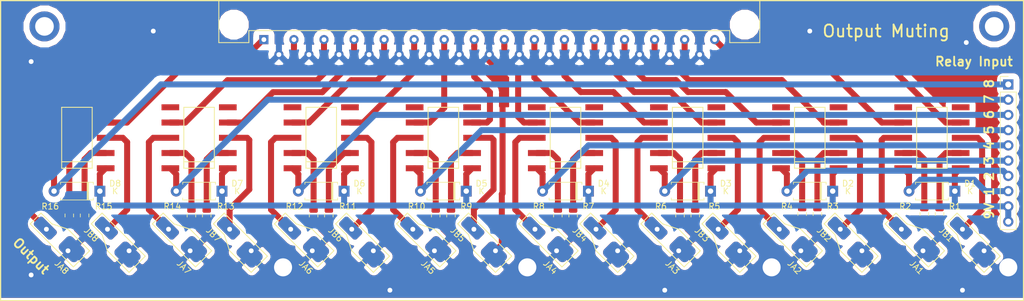
<source format=kicad_pcb>
(kicad_pcb (version 20171130) (host pcbnew 5.0.2-bee76a0~70~ubuntu16.04.1)

  (general
    (thickness 1.6)
    (drawings 8)
    (tracks 410)
    (zones 0)
    (modules 50)
    (nets 59)
  )

  (page A4)
  (layers
    (0 F.Cu signal)
    (31 B.Cu signal)
    (32 B.Adhes user)
    (33 F.Adhes user)
    (34 B.Paste user)
    (35 F.Paste user)
    (36 B.SilkS user)
    (37 F.SilkS user)
    (38 B.Mask user)
    (39 F.Mask user)
    (40 Dwgs.User user)
    (41 Cmts.User user)
    (42 Eco1.User user)
    (43 Eco2.User user)
    (44 Edge.Cuts user)
    (45 Margin user)
    (46 B.CrtYd user)
    (47 F.CrtYd user)
    (48 B.Fab user)
    (49 F.Fab user hide)
  )

  (setup
    (last_trace_width 1)
    (trace_clearance 0.5)
    (zone_clearance 1)
    (zone_45_only no)
    (trace_min 0.2)
    (segment_width 0.2)
    (edge_width 0.15)
    (via_size 0.8)
    (via_drill 0.4)
    (via_min_size 0.4)
    (via_min_drill 0.3)
    (uvia_size 0.3)
    (uvia_drill 0.1)
    (uvias_allowed no)
    (uvia_min_size 0.2)
    (uvia_min_drill 0.1)
    (pcb_text_width 0.3)
    (pcb_text_size 1.5 1.5)
    (mod_edge_width 0.15)
    (mod_text_size 1 1)
    (mod_text_width 0.15)
    (pad_size 1.524 1.524)
    (pad_drill 0.762)
    (pad_to_mask_clearance 0.051)
    (solder_mask_min_width 0.25)
    (aux_axis_origin 0 0)
    (visible_elements FFFFFF7F)
    (pcbplotparams
      (layerselection 0x010fc_ffffffff)
      (usegerberextensions false)
      (usegerberattributes false)
      (usegerberadvancedattributes false)
      (creategerberjobfile false)
      (excludeedgelayer true)
      (linewidth 0.100000)
      (plotframeref false)
      (viasonmask false)
      (mode 1)
      (useauxorigin false)
      (hpglpennumber 1)
      (hpglpenspeed 20)
      (hpglpendiameter 15.000000)
      (psnegative false)
      (psa4output false)
      (plotreference true)
      (plotvalue true)
      (plotinvisibletext false)
      (padsonsilk false)
      (subtractmaskfromsilk false)
      (outputformat 1)
      (mirror false)
      (drillshape 1)
      (scaleselection 1)
      (outputdirectory ""))
  )

  (net 0 "")
  (net 1 /relay/Relais1)
  (net 2 +9V)
  (net 3 /relay/Relais5)
  (net 4 /relay/Relais2)
  (net 5 /relay/Relais6)
  (net 6 /relay/Relais3)
  (net 7 /relay/Relais7)
  (net 8 /relay/Relais4)
  (net 9 /relay/Relais8)
  (net 10 GNDA)
  (net 11 /relay/R1A_NO)
  (net 12 /relay/R2B_NO)
  (net 13 /relay/R2A_NO)
  (net 14 /relay/R3B_NO)
  (net 15 /relay/R3A_NO)
  (net 16 /relay/R4B_NO)
  (net 17 /relay/R4A_NO)
  (net 18 /relay/R5B_NO)
  (net 19 /relay/R5A_NO)
  (net 20 /relay/R6B_NO)
  (net 21 /relay/R6A_NO)
  (net 22 /relay/R7B_NO)
  (net 23 /relay/R7A_NO)
  (net 24 /relay/R8B_NO)
  (net 25 /relay/R8A_NO)
  (net 26 "/output pads/1L")
  (net 27 "/output pads/2L")
  (net 28 "/output pads/3L")
  (net 29 "/output pads/4L")
  (net 30 "/output pads/5L")
  (net 31 "/output pads/6L")
  (net 32 "/output pads/7L")
  (net 33 "/output pads/8L")
  (net 34 "/output pads/1R")
  (net 35 "/output pads/2R")
  (net 36 "/output pads/3R")
  (net 37 "/output pads/4R")
  (net 38 "/output pads/5R")
  (net 39 "/output pads/6R")
  (net 40 "/output pads/7R")
  (net 41 "/output pads/8R")
  (net 42 /relay/R1B_NO)
  (net 43 /relay/R1B_NC)
  (net 44 /relay/R1A_NC)
  (net 45 /relay/R2B_NC)
  (net 46 /relay/R2A_NC)
  (net 47 /relay/R3B_NC)
  (net 48 /relay/R3A_NC)
  (net 49 /relay/R4B_NC)
  (net 50 /relay/R4A_NC)
  (net 51 /relay/R5B_NC)
  (net 52 /relay/R5A_NC)
  (net 53 /relay/R6B_NC)
  (net 54 /relay/R6A_NC)
  (net 55 /relay/R7B_NC)
  (net 56 /relay/R7A_NC)
  (net 57 /relay/R8B_NC)
  (net 58 /relay/R8A_NC)

  (net_class Default "This is the default net class."
    (clearance 0.5)
    (trace_width 1)
    (via_dia 0.8)
    (via_drill 0.4)
    (uvia_dia 0.3)
    (uvia_drill 0.1)
    (add_net +9V)
    (add_net "/output pads/1L")
    (add_net "/output pads/1R")
    (add_net "/output pads/2L")
    (add_net "/output pads/2R")
    (add_net "/output pads/3L")
    (add_net "/output pads/3R")
    (add_net "/output pads/4L")
    (add_net "/output pads/4R")
    (add_net "/output pads/5L")
    (add_net "/output pads/5R")
    (add_net "/output pads/6L")
    (add_net "/output pads/6R")
    (add_net "/output pads/7L")
    (add_net "/output pads/7R")
    (add_net "/output pads/8L")
    (add_net "/output pads/8R")
    (add_net /relay/R1A_NC)
    (add_net /relay/R1A_NO)
    (add_net /relay/R1B_NC)
    (add_net /relay/R1B_NO)
    (add_net /relay/R2A_NC)
    (add_net /relay/R2A_NO)
    (add_net /relay/R2B_NC)
    (add_net /relay/R2B_NO)
    (add_net /relay/R3A_NC)
    (add_net /relay/R3A_NO)
    (add_net /relay/R3B_NC)
    (add_net /relay/R3B_NO)
    (add_net /relay/R4A_NC)
    (add_net /relay/R4A_NO)
    (add_net /relay/R4B_NC)
    (add_net /relay/R4B_NO)
    (add_net /relay/R5A_NC)
    (add_net /relay/R5A_NO)
    (add_net /relay/R5B_NC)
    (add_net /relay/R5B_NO)
    (add_net /relay/R6A_NC)
    (add_net /relay/R6A_NO)
    (add_net /relay/R6B_NC)
    (add_net /relay/R6B_NO)
    (add_net /relay/R7A_NC)
    (add_net /relay/R7A_NO)
    (add_net /relay/R7B_NC)
    (add_net /relay/R7B_NO)
    (add_net /relay/R8A_NC)
    (add_net /relay/R8A_NO)
    (add_net /relay/R8B_NC)
    (add_net /relay/R8B_NO)
    (add_net /relay/Relais1)
    (add_net /relay/Relais2)
    (add_net /relay/Relais3)
    (add_net /relay/Relais4)
    (add_net /relay/Relais5)
    (add_net /relay/Relais6)
    (add_net /relay/Relais7)
    (add_net /relay/Relais8)
    (add_net GNDA)
  )

  (module Diode_THT:D_A-405_P7.62mm_Horizontal (layer F.Cu) (tedit 5AE50CD5) (tstamp 5CE3D31C)
    (at 171.45 44.45 180)
    (descr "Diode, A-405 series, Axial, Horizontal, pin pitch=7.62mm, , length*diameter=5.2*2.7mm^2, , http://www.diodes.com/_files/packages/A-405.pdf")
    (tags "Diode A-405 series Axial Horizontal pin pitch 7.62mm  length 5.2mm diameter 2.7mm")
    (path /5CE3EA9A/5CD2E7CE)
    (fp_text reference D1 (at -2.54 1.27 180) (layer F.SilkS)
      (effects (font (size 1 1) (thickness 0.15)))
    )
    (fp_text value D (at 3.81 2.47 180) (layer F.Fab)
      (effects (font (size 1 1) (thickness 0.15)))
    )
    (fp_text user K (at -2.54 0 180) (layer F.SilkS)
      (effects (font (size 1 1) (thickness 0.15)))
    )
    (fp_text user K (at 0 -1.9 180) (layer F.Fab)
      (effects (font (size 1 1) (thickness 0.15)))
    )
    (fp_text user %R (at 4.2 0 180) (layer F.Fab)
      (effects (font (size 1 1) (thickness 0.15)))
    )
    (fp_line (start 8.77 -1.6) (end -1.15 -1.6) (layer F.CrtYd) (width 0.05))
    (fp_line (start 8.77 1.6) (end 8.77 -1.6) (layer F.CrtYd) (width 0.05))
    (fp_line (start -1.15 1.6) (end 8.77 1.6) (layer F.CrtYd) (width 0.05))
    (fp_line (start -1.15 -1.6) (end -1.15 1.6) (layer F.CrtYd) (width 0.05))
    (fp_line (start 1.87 -1.47) (end 1.87 1.47) (layer F.SilkS) (width 0.12))
    (fp_line (start 2.11 -1.47) (end 2.11 1.47) (layer F.SilkS) (width 0.12))
    (fp_line (start 1.99 -1.47) (end 1.99 1.47) (layer F.SilkS) (width 0.12))
    (fp_line (start 6.53 1.47) (end 6.53 1.14) (layer F.SilkS) (width 0.12))
    (fp_line (start 1.09 1.47) (end 6.53 1.47) (layer F.SilkS) (width 0.12))
    (fp_line (start 1.09 1.14) (end 1.09 1.47) (layer F.SilkS) (width 0.12))
    (fp_line (start 6.53 -1.47) (end 6.53 -1.14) (layer F.SilkS) (width 0.12))
    (fp_line (start 1.09 -1.47) (end 6.53 -1.47) (layer F.SilkS) (width 0.12))
    (fp_line (start 1.09 -1.14) (end 1.09 -1.47) (layer F.SilkS) (width 0.12))
    (fp_line (start 1.89 -1.35) (end 1.89 1.35) (layer F.Fab) (width 0.1))
    (fp_line (start 2.09 -1.35) (end 2.09 1.35) (layer F.Fab) (width 0.1))
    (fp_line (start 1.99 -1.35) (end 1.99 1.35) (layer F.Fab) (width 0.1))
    (fp_line (start 7.62 0) (end 6.41 0) (layer F.Fab) (width 0.1))
    (fp_line (start 0 0) (end 1.21 0) (layer F.Fab) (width 0.1))
    (fp_line (start 6.41 -1.35) (end 1.21 -1.35) (layer F.Fab) (width 0.1))
    (fp_line (start 6.41 1.35) (end 6.41 -1.35) (layer F.Fab) (width 0.1))
    (fp_line (start 1.21 1.35) (end 6.41 1.35) (layer F.Fab) (width 0.1))
    (fp_line (start 1.21 -1.35) (end 1.21 1.35) (layer F.Fab) (width 0.1))
    (pad 2 thru_hole oval (at 7.62 0 180) (size 1.8 1.8) (drill 0.9) (layers *.Cu *.Mask)
      (net 1 /relay/Relais1))
    (pad 1 thru_hole rect (at 0 0 180) (size 1.8 1.8) (drill 0.9) (layers *.Cu *.Mask)
      (net 2 +9V))
    (model ${KISYS3DMOD}/Diode_THT.3dshapes/D_A-405_P7.62mm_Horizontal.wrl
      (at (xyz 0 0 0))
      (scale (xyz 1 1 1))
      (rotate (xyz 0 0 0))
    )
  )

  (module Diode_THT:D_A-405_P7.62mm_Horizontal (layer F.Cu) (tedit 5AE50CD5) (tstamp 5CE3D33B)
    (at 151.13 44.45 180)
    (descr "Diode, A-405 series, Axial, Horizontal, pin pitch=7.62mm, , length*diameter=5.2*2.7mm^2, , http://www.diodes.com/_files/packages/A-405.pdf")
    (tags "Diode A-405 series Axial Horizontal pin pitch 7.62mm  length 5.2mm diameter 2.7mm")
    (path /5CE3EA9A/5CD3037D)
    (fp_text reference D2 (at -2.54 1.27 180) (layer F.SilkS)
      (effects (font (size 1 1) (thickness 0.15)))
    )
    (fp_text value D (at 3.81 2.47 180) (layer F.Fab)
      (effects (font (size 1 1) (thickness 0.15)))
    )
    (fp_line (start 1.21 -1.35) (end 1.21 1.35) (layer F.Fab) (width 0.1))
    (fp_line (start 1.21 1.35) (end 6.41 1.35) (layer F.Fab) (width 0.1))
    (fp_line (start 6.41 1.35) (end 6.41 -1.35) (layer F.Fab) (width 0.1))
    (fp_line (start 6.41 -1.35) (end 1.21 -1.35) (layer F.Fab) (width 0.1))
    (fp_line (start 0 0) (end 1.21 0) (layer F.Fab) (width 0.1))
    (fp_line (start 7.62 0) (end 6.41 0) (layer F.Fab) (width 0.1))
    (fp_line (start 1.99 -1.35) (end 1.99 1.35) (layer F.Fab) (width 0.1))
    (fp_line (start 2.09 -1.35) (end 2.09 1.35) (layer F.Fab) (width 0.1))
    (fp_line (start 1.89 -1.35) (end 1.89 1.35) (layer F.Fab) (width 0.1))
    (fp_line (start 1.09 -1.14) (end 1.09 -1.47) (layer F.SilkS) (width 0.12))
    (fp_line (start 1.09 -1.47) (end 6.53 -1.47) (layer F.SilkS) (width 0.12))
    (fp_line (start 6.53 -1.47) (end 6.53 -1.14) (layer F.SilkS) (width 0.12))
    (fp_line (start 1.09 1.14) (end 1.09 1.47) (layer F.SilkS) (width 0.12))
    (fp_line (start 1.09 1.47) (end 6.53 1.47) (layer F.SilkS) (width 0.12))
    (fp_line (start 6.53 1.47) (end 6.53 1.14) (layer F.SilkS) (width 0.12))
    (fp_line (start 1.99 -1.47) (end 1.99 1.47) (layer F.SilkS) (width 0.12))
    (fp_line (start 2.11 -1.47) (end 2.11 1.47) (layer F.SilkS) (width 0.12))
    (fp_line (start 1.87 -1.47) (end 1.87 1.47) (layer F.SilkS) (width 0.12))
    (fp_line (start -1.15 -1.6) (end -1.15 1.6) (layer F.CrtYd) (width 0.05))
    (fp_line (start -1.15 1.6) (end 8.77 1.6) (layer F.CrtYd) (width 0.05))
    (fp_line (start 8.77 1.6) (end 8.77 -1.6) (layer F.CrtYd) (width 0.05))
    (fp_line (start 8.77 -1.6) (end -1.15 -1.6) (layer F.CrtYd) (width 0.05))
    (fp_text user %R (at 4.2 0 180) (layer F.Fab)
      (effects (font (size 1 1) (thickness 0.15)))
    )
    (fp_text user K (at 0 -1.9 180) (layer F.Fab)
      (effects (font (size 1 1) (thickness 0.15)))
    )
    (fp_text user K (at -2.54 0 180) (layer F.SilkS)
      (effects (font (size 1 1) (thickness 0.15)))
    )
    (pad 1 thru_hole rect (at 0 0 180) (size 1.8 1.8) (drill 0.9) (layers *.Cu *.Mask)
      (net 2 +9V))
    (pad 2 thru_hole oval (at 7.62 0 180) (size 1.8 1.8) (drill 0.9) (layers *.Cu *.Mask)
      (net 4 /relay/Relais2))
    (model ${KISYS3DMOD}/Diode_THT.3dshapes/D_A-405_P7.62mm_Horizontal.wrl
      (at (xyz 0 0 0))
      (scale (xyz 1 1 1))
      (rotate (xyz 0 0 0))
    )
  )

  (module Diode_THT:D_A-405_P7.62mm_Horizontal (layer F.Cu) (tedit 5AE50CD5) (tstamp 5CE3D35A)
    (at 130.81 44.45 180)
    (descr "Diode, A-405 series, Axial, Horizontal, pin pitch=7.62mm, , length*diameter=5.2*2.7mm^2, , http://www.diodes.com/_files/packages/A-405.pdf")
    (tags "Diode A-405 series Axial Horizontal pin pitch 7.62mm  length 5.2mm diameter 2.7mm")
    (path /5CE3EA9A/5CD316ED)
    (fp_text reference D3 (at -2.54 1.27 180) (layer F.SilkS)
      (effects (font (size 1 1) (thickness 0.15)))
    )
    (fp_text value D (at 3.81 2.47 180) (layer F.Fab)
      (effects (font (size 1 1) (thickness 0.15)))
    )
    (fp_text user K (at -2.54 0 180) (layer F.SilkS)
      (effects (font (size 1 1) (thickness 0.15)))
    )
    (fp_text user K (at 0 -1.9 180) (layer F.Fab)
      (effects (font (size 1 1) (thickness 0.15)))
    )
    (fp_text user %R (at 4.2 0 180) (layer F.Fab)
      (effects (font (size 1 1) (thickness 0.15)))
    )
    (fp_line (start 8.77 -1.6) (end -1.15 -1.6) (layer F.CrtYd) (width 0.05))
    (fp_line (start 8.77 1.6) (end 8.77 -1.6) (layer F.CrtYd) (width 0.05))
    (fp_line (start -1.15 1.6) (end 8.77 1.6) (layer F.CrtYd) (width 0.05))
    (fp_line (start -1.15 -1.6) (end -1.15 1.6) (layer F.CrtYd) (width 0.05))
    (fp_line (start 1.87 -1.47) (end 1.87 1.47) (layer F.SilkS) (width 0.12))
    (fp_line (start 2.11 -1.47) (end 2.11 1.47) (layer F.SilkS) (width 0.12))
    (fp_line (start 1.99 -1.47) (end 1.99 1.47) (layer F.SilkS) (width 0.12))
    (fp_line (start 6.53 1.47) (end 6.53 1.14) (layer F.SilkS) (width 0.12))
    (fp_line (start 1.09 1.47) (end 6.53 1.47) (layer F.SilkS) (width 0.12))
    (fp_line (start 1.09 1.14) (end 1.09 1.47) (layer F.SilkS) (width 0.12))
    (fp_line (start 6.53 -1.47) (end 6.53 -1.14) (layer F.SilkS) (width 0.12))
    (fp_line (start 1.09 -1.47) (end 6.53 -1.47) (layer F.SilkS) (width 0.12))
    (fp_line (start 1.09 -1.14) (end 1.09 -1.47) (layer F.SilkS) (width 0.12))
    (fp_line (start 1.89 -1.35) (end 1.89 1.35) (layer F.Fab) (width 0.1))
    (fp_line (start 2.09 -1.35) (end 2.09 1.35) (layer F.Fab) (width 0.1))
    (fp_line (start 1.99 -1.35) (end 1.99 1.35) (layer F.Fab) (width 0.1))
    (fp_line (start 7.62 0) (end 6.41 0) (layer F.Fab) (width 0.1))
    (fp_line (start 0 0) (end 1.21 0) (layer F.Fab) (width 0.1))
    (fp_line (start 6.41 -1.35) (end 1.21 -1.35) (layer F.Fab) (width 0.1))
    (fp_line (start 6.41 1.35) (end 6.41 -1.35) (layer F.Fab) (width 0.1))
    (fp_line (start 1.21 1.35) (end 6.41 1.35) (layer F.Fab) (width 0.1))
    (fp_line (start 1.21 -1.35) (end 1.21 1.35) (layer F.Fab) (width 0.1))
    (pad 2 thru_hole oval (at 7.62 0 180) (size 1.8 1.8) (drill 0.9) (layers *.Cu *.Mask)
      (net 6 /relay/Relais3))
    (pad 1 thru_hole rect (at 0 0 180) (size 1.8 1.8) (drill 0.9) (layers *.Cu *.Mask)
      (net 2 +9V))
    (model ${KISYS3DMOD}/Diode_THT.3dshapes/D_A-405_P7.62mm_Horizontal.wrl
      (at (xyz 0 0 0))
      (scale (xyz 1 1 1))
      (rotate (xyz 0 0 0))
    )
  )

  (module Diode_THT:D_A-405_P7.62mm_Horizontal (layer F.Cu) (tedit 5AE50CD5) (tstamp 5CE3D379)
    (at 110.49 44.45 180)
    (descr "Diode, A-405 series, Axial, Horizontal, pin pitch=7.62mm, , length*diameter=5.2*2.7mm^2, , http://www.diodes.com/_files/packages/A-405.pdf")
    (tags "Diode A-405 series Axial Horizontal pin pitch 7.62mm  length 5.2mm diameter 2.7mm")
    (path /5CE3EA9A/5CD3173F)
    (fp_text reference D4 (at -2.54 1.27 180) (layer F.SilkS)
      (effects (font (size 1 1) (thickness 0.15)))
    )
    (fp_text value D (at 3.81 2.47 180) (layer F.Fab)
      (effects (font (size 1 1) (thickness 0.15)))
    )
    (fp_line (start 1.21 -1.35) (end 1.21 1.35) (layer F.Fab) (width 0.1))
    (fp_line (start 1.21 1.35) (end 6.41 1.35) (layer F.Fab) (width 0.1))
    (fp_line (start 6.41 1.35) (end 6.41 -1.35) (layer F.Fab) (width 0.1))
    (fp_line (start 6.41 -1.35) (end 1.21 -1.35) (layer F.Fab) (width 0.1))
    (fp_line (start 0 0) (end 1.21 0) (layer F.Fab) (width 0.1))
    (fp_line (start 7.62 0) (end 6.41 0) (layer F.Fab) (width 0.1))
    (fp_line (start 1.99 -1.35) (end 1.99 1.35) (layer F.Fab) (width 0.1))
    (fp_line (start 2.09 -1.35) (end 2.09 1.35) (layer F.Fab) (width 0.1))
    (fp_line (start 1.89 -1.35) (end 1.89 1.35) (layer F.Fab) (width 0.1))
    (fp_line (start 1.09 -1.14) (end 1.09 -1.47) (layer F.SilkS) (width 0.12))
    (fp_line (start 1.09 -1.47) (end 6.53 -1.47) (layer F.SilkS) (width 0.12))
    (fp_line (start 6.53 -1.47) (end 6.53 -1.14) (layer F.SilkS) (width 0.12))
    (fp_line (start 1.09 1.14) (end 1.09 1.47) (layer F.SilkS) (width 0.12))
    (fp_line (start 1.09 1.47) (end 6.53 1.47) (layer F.SilkS) (width 0.12))
    (fp_line (start 6.53 1.47) (end 6.53 1.14) (layer F.SilkS) (width 0.12))
    (fp_line (start 1.99 -1.47) (end 1.99 1.47) (layer F.SilkS) (width 0.12))
    (fp_line (start 2.11 -1.47) (end 2.11 1.47) (layer F.SilkS) (width 0.12))
    (fp_line (start 1.87 -1.47) (end 1.87 1.47) (layer F.SilkS) (width 0.12))
    (fp_line (start -1.15 -1.6) (end -1.15 1.6) (layer F.CrtYd) (width 0.05))
    (fp_line (start -1.15 1.6) (end 8.77 1.6) (layer F.CrtYd) (width 0.05))
    (fp_line (start 8.77 1.6) (end 8.77 -1.6) (layer F.CrtYd) (width 0.05))
    (fp_line (start 8.77 -1.6) (end -1.15 -1.6) (layer F.CrtYd) (width 0.05))
    (fp_text user %R (at 4.2 0 180) (layer F.Fab)
      (effects (font (size 1 1) (thickness 0.15)))
    )
    (fp_text user K (at 0 -1.9 180) (layer F.Fab)
      (effects (font (size 1 1) (thickness 0.15)))
    )
    (fp_text user K (at -2.54 0 180) (layer F.SilkS)
      (effects (font (size 1 1) (thickness 0.15)))
    )
    (pad 1 thru_hole rect (at 0 0 180) (size 1.8 1.8) (drill 0.9) (layers *.Cu *.Mask)
      (net 2 +9V))
    (pad 2 thru_hole oval (at 7.62 0 180) (size 1.8 1.8) (drill 0.9) (layers *.Cu *.Mask)
      (net 8 /relay/Relais4))
    (model ${KISYS3DMOD}/Diode_THT.3dshapes/D_A-405_P7.62mm_Horizontal.wrl
      (at (xyz 0 0 0))
      (scale (xyz 1 1 1))
      (rotate (xyz 0 0 0))
    )
  )

  (module Diode_THT:D_A-405_P7.62mm_Horizontal (layer F.Cu) (tedit 5AE50CD5) (tstamp 5CE3D398)
    (at 90.17 44.45 180)
    (descr "Diode, A-405 series, Axial, Horizontal, pin pitch=7.62mm, , length*diameter=5.2*2.7mm^2, , http://www.diodes.com/_files/packages/A-405.pdf")
    (tags "Diode A-405 series Axial Horizontal pin pitch 7.62mm  length 5.2mm diameter 2.7mm")
    (path /5CE3EA9A/5CD2FCE5)
    (fp_text reference D5 (at -2.54 1.27 180) (layer F.SilkS)
      (effects (font (size 1 1) (thickness 0.15)))
    )
    (fp_text value D (at 3.81 2.47 180) (layer F.Fab)
      (effects (font (size 1 1) (thickness 0.15)))
    )
    (fp_text user K (at -2.54 0 180) (layer F.SilkS)
      (effects (font (size 1 1) (thickness 0.15)))
    )
    (fp_text user K (at 0 -1.9 180) (layer F.Fab)
      (effects (font (size 1 1) (thickness 0.15)))
    )
    (fp_text user %R (at 4.2 0 180) (layer F.Fab)
      (effects (font (size 1 1) (thickness 0.15)))
    )
    (fp_line (start 8.77 -1.6) (end -1.15 -1.6) (layer F.CrtYd) (width 0.05))
    (fp_line (start 8.77 1.6) (end 8.77 -1.6) (layer F.CrtYd) (width 0.05))
    (fp_line (start -1.15 1.6) (end 8.77 1.6) (layer F.CrtYd) (width 0.05))
    (fp_line (start -1.15 -1.6) (end -1.15 1.6) (layer F.CrtYd) (width 0.05))
    (fp_line (start 1.87 -1.47) (end 1.87 1.47) (layer F.SilkS) (width 0.12))
    (fp_line (start 2.11 -1.47) (end 2.11 1.47) (layer F.SilkS) (width 0.12))
    (fp_line (start 1.99 -1.47) (end 1.99 1.47) (layer F.SilkS) (width 0.12))
    (fp_line (start 6.53 1.47) (end 6.53 1.14) (layer F.SilkS) (width 0.12))
    (fp_line (start 1.09 1.47) (end 6.53 1.47) (layer F.SilkS) (width 0.12))
    (fp_line (start 1.09 1.14) (end 1.09 1.47) (layer F.SilkS) (width 0.12))
    (fp_line (start 6.53 -1.47) (end 6.53 -1.14) (layer F.SilkS) (width 0.12))
    (fp_line (start 1.09 -1.47) (end 6.53 -1.47) (layer F.SilkS) (width 0.12))
    (fp_line (start 1.09 -1.14) (end 1.09 -1.47) (layer F.SilkS) (width 0.12))
    (fp_line (start 1.89 -1.35) (end 1.89 1.35) (layer F.Fab) (width 0.1))
    (fp_line (start 2.09 -1.35) (end 2.09 1.35) (layer F.Fab) (width 0.1))
    (fp_line (start 1.99 -1.35) (end 1.99 1.35) (layer F.Fab) (width 0.1))
    (fp_line (start 7.62 0) (end 6.41 0) (layer F.Fab) (width 0.1))
    (fp_line (start 0 0) (end 1.21 0) (layer F.Fab) (width 0.1))
    (fp_line (start 6.41 -1.35) (end 1.21 -1.35) (layer F.Fab) (width 0.1))
    (fp_line (start 6.41 1.35) (end 6.41 -1.35) (layer F.Fab) (width 0.1))
    (fp_line (start 1.21 1.35) (end 6.41 1.35) (layer F.Fab) (width 0.1))
    (fp_line (start 1.21 -1.35) (end 1.21 1.35) (layer F.Fab) (width 0.1))
    (pad 2 thru_hole oval (at 7.62 0 180) (size 1.8 1.8) (drill 0.9) (layers *.Cu *.Mask)
      (net 3 /relay/Relais5))
    (pad 1 thru_hole rect (at 0 0 180) (size 1.8 1.8) (drill 0.9) (layers *.Cu *.Mask)
      (net 2 +9V))
    (model ${KISYS3DMOD}/Diode_THT.3dshapes/D_A-405_P7.62mm_Horizontal.wrl
      (at (xyz 0 0 0))
      (scale (xyz 1 1 1))
      (rotate (xyz 0 0 0))
    )
  )

  (module Diode_THT:D_A-405_P7.62mm_Horizontal (layer F.Cu) (tedit 5AE50CD5) (tstamp 5CE3D3B7)
    (at 69.85 44.45 180)
    (descr "Diode, A-405 series, Axial, Horizontal, pin pitch=7.62mm, , length*diameter=5.2*2.7mm^2, , http://www.diodes.com/_files/packages/A-405.pdf")
    (tags "Diode A-405 series Axial Horizontal pin pitch 7.62mm  length 5.2mm diameter 2.7mm")
    (path /5CE3EA9A/5CD303A6)
    (fp_text reference D6 (at -2.54 1.27 180) (layer F.SilkS)
      (effects (font (size 1 1) (thickness 0.15)))
    )
    (fp_text value D (at 3.81 2.47 180) (layer F.Fab)
      (effects (font (size 1 1) (thickness 0.15)))
    )
    (fp_line (start 1.21 -1.35) (end 1.21 1.35) (layer F.Fab) (width 0.1))
    (fp_line (start 1.21 1.35) (end 6.41 1.35) (layer F.Fab) (width 0.1))
    (fp_line (start 6.41 1.35) (end 6.41 -1.35) (layer F.Fab) (width 0.1))
    (fp_line (start 6.41 -1.35) (end 1.21 -1.35) (layer F.Fab) (width 0.1))
    (fp_line (start 0 0) (end 1.21 0) (layer F.Fab) (width 0.1))
    (fp_line (start 7.62 0) (end 6.41 0) (layer F.Fab) (width 0.1))
    (fp_line (start 1.99 -1.35) (end 1.99 1.35) (layer F.Fab) (width 0.1))
    (fp_line (start 2.09 -1.35) (end 2.09 1.35) (layer F.Fab) (width 0.1))
    (fp_line (start 1.89 -1.35) (end 1.89 1.35) (layer F.Fab) (width 0.1))
    (fp_line (start 1.09 -1.14) (end 1.09 -1.47) (layer F.SilkS) (width 0.12))
    (fp_line (start 1.09 -1.47) (end 6.53 -1.47) (layer F.SilkS) (width 0.12))
    (fp_line (start 6.53 -1.47) (end 6.53 -1.14) (layer F.SilkS) (width 0.12))
    (fp_line (start 1.09 1.14) (end 1.09 1.47) (layer F.SilkS) (width 0.12))
    (fp_line (start 1.09 1.47) (end 6.53 1.47) (layer F.SilkS) (width 0.12))
    (fp_line (start 6.53 1.47) (end 6.53 1.14) (layer F.SilkS) (width 0.12))
    (fp_line (start 1.99 -1.47) (end 1.99 1.47) (layer F.SilkS) (width 0.12))
    (fp_line (start 2.11 -1.47) (end 2.11 1.47) (layer F.SilkS) (width 0.12))
    (fp_line (start 1.87 -1.47) (end 1.87 1.47) (layer F.SilkS) (width 0.12))
    (fp_line (start -1.15 -1.6) (end -1.15 1.6) (layer F.CrtYd) (width 0.05))
    (fp_line (start -1.15 1.6) (end 8.77 1.6) (layer F.CrtYd) (width 0.05))
    (fp_line (start 8.77 1.6) (end 8.77 -1.6) (layer F.CrtYd) (width 0.05))
    (fp_line (start 8.77 -1.6) (end -1.15 -1.6) (layer F.CrtYd) (width 0.05))
    (fp_text user %R (at 4.2 0 180) (layer F.Fab)
      (effects (font (size 1 1) (thickness 0.15)))
    )
    (fp_text user K (at 0 -1.9 180) (layer F.Fab)
      (effects (font (size 1 1) (thickness 0.15)))
    )
    (fp_text user K (at -2.54 0 180) (layer F.SilkS)
      (effects (font (size 1 1) (thickness 0.15)))
    )
    (pad 1 thru_hole rect (at 0 0 180) (size 1.8 1.8) (drill 0.9) (layers *.Cu *.Mask)
      (net 2 +9V))
    (pad 2 thru_hole oval (at 7.62 0 180) (size 1.8 1.8) (drill 0.9) (layers *.Cu *.Mask)
      (net 5 /relay/Relais6))
    (model ${KISYS3DMOD}/Diode_THT.3dshapes/D_A-405_P7.62mm_Horizontal.wrl
      (at (xyz 0 0 0))
      (scale (xyz 1 1 1))
      (rotate (xyz 0 0 0))
    )
  )

  (module Diode_THT:D_A-405_P7.62mm_Horizontal (layer F.Cu) (tedit 5AE50CD5) (tstamp 5CE3D3D6)
    (at 49.53 44.45 180)
    (descr "Diode, A-405 series, Axial, Horizontal, pin pitch=7.62mm, , length*diameter=5.2*2.7mm^2, , http://www.diodes.com/_files/packages/A-405.pdf")
    (tags "Diode A-405 series Axial Horizontal pin pitch 7.62mm  length 5.2mm diameter 2.7mm")
    (path /5CE3EA9A/5CD31716)
    (fp_text reference D7 (at -2.54 1.27 180) (layer F.SilkS)
      (effects (font (size 1 1) (thickness 0.15)))
    )
    (fp_text value D (at 3.81 2.47 180) (layer F.Fab)
      (effects (font (size 1 1) (thickness 0.15)))
    )
    (fp_text user K (at -2.54 0 180) (layer F.SilkS)
      (effects (font (size 1 1) (thickness 0.15)))
    )
    (fp_text user K (at 0 -1.9 180) (layer F.Fab)
      (effects (font (size 1 1) (thickness 0.15)))
    )
    (fp_text user %R (at 4.2 0 180) (layer F.Fab)
      (effects (font (size 1 1) (thickness 0.15)))
    )
    (fp_line (start 8.77 -1.6) (end -1.15 -1.6) (layer F.CrtYd) (width 0.05))
    (fp_line (start 8.77 1.6) (end 8.77 -1.6) (layer F.CrtYd) (width 0.05))
    (fp_line (start -1.15 1.6) (end 8.77 1.6) (layer F.CrtYd) (width 0.05))
    (fp_line (start -1.15 -1.6) (end -1.15 1.6) (layer F.CrtYd) (width 0.05))
    (fp_line (start 1.87 -1.47) (end 1.87 1.47) (layer F.SilkS) (width 0.12))
    (fp_line (start 2.11 -1.47) (end 2.11 1.47) (layer F.SilkS) (width 0.12))
    (fp_line (start 1.99 -1.47) (end 1.99 1.47) (layer F.SilkS) (width 0.12))
    (fp_line (start 6.53 1.47) (end 6.53 1.14) (layer F.SilkS) (width 0.12))
    (fp_line (start 1.09 1.47) (end 6.53 1.47) (layer F.SilkS) (width 0.12))
    (fp_line (start 1.09 1.14) (end 1.09 1.47) (layer F.SilkS) (width 0.12))
    (fp_line (start 6.53 -1.47) (end 6.53 -1.14) (layer F.SilkS) (width 0.12))
    (fp_line (start 1.09 -1.47) (end 6.53 -1.47) (layer F.SilkS) (width 0.12))
    (fp_line (start 1.09 -1.14) (end 1.09 -1.47) (layer F.SilkS) (width 0.12))
    (fp_line (start 1.89 -1.35) (end 1.89 1.35) (layer F.Fab) (width 0.1))
    (fp_line (start 2.09 -1.35) (end 2.09 1.35) (layer F.Fab) (width 0.1))
    (fp_line (start 1.99 -1.35) (end 1.99 1.35) (layer F.Fab) (width 0.1))
    (fp_line (start 7.62 0) (end 6.41 0) (layer F.Fab) (width 0.1))
    (fp_line (start 0 0) (end 1.21 0) (layer F.Fab) (width 0.1))
    (fp_line (start 6.41 -1.35) (end 1.21 -1.35) (layer F.Fab) (width 0.1))
    (fp_line (start 6.41 1.35) (end 6.41 -1.35) (layer F.Fab) (width 0.1))
    (fp_line (start 1.21 1.35) (end 6.41 1.35) (layer F.Fab) (width 0.1))
    (fp_line (start 1.21 -1.35) (end 1.21 1.35) (layer F.Fab) (width 0.1))
    (pad 2 thru_hole oval (at 7.62 0 180) (size 1.8 1.8) (drill 0.9) (layers *.Cu *.Mask)
      (net 7 /relay/Relais7))
    (pad 1 thru_hole rect (at 0 0 180) (size 1.8 1.8) (drill 0.9) (layers *.Cu *.Mask)
      (net 2 +9V))
    (model ${KISYS3DMOD}/Diode_THT.3dshapes/D_A-405_P7.62mm_Horizontal.wrl
      (at (xyz 0 0 0))
      (scale (xyz 1 1 1))
      (rotate (xyz 0 0 0))
    )
  )

  (module Diode_THT:D_A-405_P7.62mm_Horizontal (layer F.Cu) (tedit 5AE50CD5) (tstamp 5D62995E)
    (at 29.21 44.45 180)
    (descr "Diode, A-405 series, Axial, Horizontal, pin pitch=7.62mm, , length*diameter=5.2*2.7mm^2, , http://www.diodes.com/_files/packages/A-405.pdf")
    (tags "Diode A-405 series Axial Horizontal pin pitch 7.62mm  length 5.2mm diameter 2.7mm")
    (path /5CE3EA9A/5CD31768)
    (fp_text reference D8 (at -2.54 1.27 180) (layer F.SilkS)
      (effects (font (size 1 1) (thickness 0.15)))
    )
    (fp_text value D (at 3.81 2.47 180) (layer F.Fab)
      (effects (font (size 1 1) (thickness 0.15)))
    )
    (fp_line (start 1.21 -1.35) (end 1.21 1.35) (layer F.Fab) (width 0.1))
    (fp_line (start 1.21 1.35) (end 6.41 1.35) (layer F.Fab) (width 0.1))
    (fp_line (start 6.41 1.35) (end 6.41 -1.35) (layer F.Fab) (width 0.1))
    (fp_line (start 6.41 -1.35) (end 1.21 -1.35) (layer F.Fab) (width 0.1))
    (fp_line (start 0 0) (end 1.21 0) (layer F.Fab) (width 0.1))
    (fp_line (start 7.62 0) (end 6.41 0) (layer F.Fab) (width 0.1))
    (fp_line (start 1.99 -1.35) (end 1.99 1.35) (layer F.Fab) (width 0.1))
    (fp_line (start 2.09 -1.35) (end 2.09 1.35) (layer F.Fab) (width 0.1))
    (fp_line (start 1.89 -1.35) (end 1.89 1.35) (layer F.Fab) (width 0.1))
    (fp_line (start 1.09 -1.14) (end 1.09 -1.47) (layer F.SilkS) (width 0.12))
    (fp_line (start 1.09 -1.47) (end 6.53 -1.47) (layer F.SilkS) (width 0.12))
    (fp_line (start 6.53 -1.47) (end 6.53 -1.14) (layer F.SilkS) (width 0.12))
    (fp_line (start 1.09 1.14) (end 1.09 1.47) (layer F.SilkS) (width 0.12))
    (fp_line (start 1.09 1.47) (end 6.53 1.47) (layer F.SilkS) (width 0.12))
    (fp_line (start 6.53 1.47) (end 6.53 1.14) (layer F.SilkS) (width 0.12))
    (fp_line (start 1.99 -1.47) (end 1.99 1.47) (layer F.SilkS) (width 0.12))
    (fp_line (start 2.11 -1.47) (end 2.11 1.47) (layer F.SilkS) (width 0.12))
    (fp_line (start 1.87 -1.47) (end 1.87 1.47) (layer F.SilkS) (width 0.12))
    (fp_line (start -1.15 -1.6) (end -1.15 1.6) (layer F.CrtYd) (width 0.05))
    (fp_line (start -1.15 1.6) (end 8.77 1.6) (layer F.CrtYd) (width 0.05))
    (fp_line (start 8.77 1.6) (end 8.77 -1.6) (layer F.CrtYd) (width 0.05))
    (fp_line (start 8.77 -1.6) (end -1.15 -1.6) (layer F.CrtYd) (width 0.05))
    (fp_text user %R (at 4.2 0 180) (layer F.Fab)
      (effects (font (size 1 1) (thickness 0.15)))
    )
    (fp_text user K (at 0 -1.9 180) (layer F.Fab)
      (effects (font (size 1 1) (thickness 0.15)))
    )
    (fp_text user K (at -2.54 0 180) (layer F.SilkS)
      (effects (font (size 1 1) (thickness 0.15)))
    )
    (pad 1 thru_hole rect (at 0 0 180) (size 1.8 1.8) (drill 0.9) (layers *.Cu *.Mask)
      (net 2 +9V))
    (pad 2 thru_hole oval (at 7.62 0 180) (size 1.8 1.8) (drill 0.9) (layers *.Cu *.Mask)
      (net 9 /relay/Relais8))
    (model ${KISYS3DMOD}/Diode_THT.3dshapes/D_A-405_P7.62mm_Horizontal.wrl
      (at (xyz 0 0 0))
      (scale (xyz 1 1 1))
      (rotate (xyz 0 0 0))
    )
  )

  (module footprints:Schroff_69001-908_Male (layer F.Cu) (tedit 5CE3E1B3) (tstamp 5CE44983)
    (at 94 21.7)
    (path /5CE3C8CF)
    (fp_text reference J2 (at 0 -11) (layer F.SilkS) hide
      (effects (font (size 1 1) (thickness 0.15)))
    )
    (fp_text value Conn_02x16_Odd_Even (at 1 -7) (layer F.Fab)
      (effects (font (size 1 1) (thickness 0.15)))
    )
    (fp_line (start -45 -9) (end 45 -9) (layer F.SilkS) (width 0.15))
    (fp_line (start -45 -2) (end -45 -9) (layer F.SilkS) (width 0.15))
    (fp_line (start -40 -2) (end -45 -2) (layer F.SilkS) (width 0.15))
    (fp_line (start -40 -4) (end -40 -2) (layer F.SilkS) (width 0.15))
    (fp_line (start 40 -4) (end -40 -4) (layer F.SilkS) (width 0.15))
    (fp_line (start 40 -2) (end 40 -4) (layer F.SilkS) (width 0.15))
    (fp_line (start 45 -2) (end 40 -2) (layer F.SilkS) (width 0.15))
    (fp_line (start 45 -9) (end 45 -2) (layer F.SilkS) (width 0.15))
    (pad "" np_thru_hole circle (at 42.5 -5) (size 3 3) (drill 3) (layers *.Cu *.Mask))
    (pad "" np_thru_hole circle (at -42.5 -5) (size 3 3) (drill 3) (layers *.Cu *.Mask))
    (pad 31 thru_hole circle (at 37.5 -2.5) (size 1.524 1.524) (drill 0.8) (layers *.Cu *.Mask)
      (net 42 /relay/R1B_NO))
    (pad 30 thru_hole circle (at 35 0) (size 1.524 1.524) (drill 0.8) (layers *.Cu *.Mask)
      (net 10 GNDA))
    (pad 29 thru_hole circle (at 32.5 -2.5) (size 1.524 1.524) (drill 0.8) (layers *.Cu *.Mask)
      (net 11 /relay/R1A_NO))
    (pad 28 thru_hole circle (at 30 0) (size 1.524 1.524) (drill 0.8) (layers *.Cu *.Mask)
      (net 10 GNDA))
    (pad 27 thru_hole circle (at 27.5 -2.5) (size 1.524 1.524) (drill 0.8) (layers *.Cu *.Mask)
      (net 12 /relay/R2B_NO))
    (pad 26 thru_hole circle (at 25 0) (size 1.524 1.524) (drill 0.8) (layers *.Cu *.Mask)
      (net 10 GNDA))
    (pad 25 thru_hole circle (at 22.5 -2.5) (size 1.524 1.524) (drill 0.8) (layers *.Cu *.Mask)
      (net 13 /relay/R2A_NO))
    (pad 24 thru_hole circle (at 20 0) (size 1.524 1.524) (drill 0.8) (layers *.Cu *.Mask)
      (net 10 GNDA))
    (pad 23 thru_hole circle (at 17.5 -2.5) (size 1.524 1.524) (drill 0.8) (layers *.Cu *.Mask)
      (net 14 /relay/R3B_NO))
    (pad 22 thru_hole circle (at 15 0) (size 1.524 1.524) (drill 0.8) (layers *.Cu *.Mask)
      (net 10 GNDA))
    (pad 21 thru_hole circle (at 12.5 -2.5) (size 1.524 1.524) (drill 0.8) (layers *.Cu *.Mask)
      (net 15 /relay/R3A_NO))
    (pad 20 thru_hole circle (at 10 0) (size 1.524 1.524) (drill 0.8) (layers *.Cu *.Mask)
      (net 10 GNDA))
    (pad 19 thru_hole circle (at 7.5 -2.5) (size 1.524 1.524) (drill 0.8) (layers *.Cu *.Mask)
      (net 16 /relay/R4B_NO))
    (pad 18 thru_hole circle (at 5 0) (size 1.524 1.524) (drill 0.8) (layers *.Cu *.Mask)
      (net 10 GNDA))
    (pad 17 thru_hole circle (at 2.5 -2.5) (size 1.524 1.524) (drill 0.8) (layers *.Cu *.Mask)
      (net 17 /relay/R4A_NO))
    (pad 16 thru_hole circle (at 0 0) (size 1.524 1.524) (drill 0.8) (layers *.Cu *.Mask)
      (net 10 GNDA))
    (pad 15 thru_hole circle (at -2.5 -2.5) (size 1.524 1.524) (drill 0.8) (layers *.Cu *.Mask)
      (net 18 /relay/R5B_NO))
    (pad 14 thru_hole circle (at -5 0) (size 1.524 1.524) (drill 0.8) (layers *.Cu *.Mask)
      (net 10 GNDA))
    (pad 13 thru_hole circle (at -7.5 -2.5) (size 1.524 1.524) (drill 0.8) (layers *.Cu *.Mask)
      (net 19 /relay/R5A_NO))
    (pad 12 thru_hole circle (at -10 0) (size 1.524 1.524) (drill 0.8) (layers *.Cu *.Mask)
      (net 10 GNDA))
    (pad 11 thru_hole circle (at -12.5 -2.5) (size 1.524 1.524) (drill 0.8) (layers *.Cu *.Mask)
      (net 20 /relay/R6B_NO))
    (pad 10 thru_hole circle (at -15 0) (size 1.524 1.524) (drill 0.8) (layers *.Cu *.Mask)
      (net 10 GNDA))
    (pad 9 thru_hole circle (at -17.5 -2.5) (size 1.524 1.524) (drill 0.8) (layers *.Cu *.Mask)
      (net 21 /relay/R6A_NO))
    (pad 8 thru_hole circle (at -20 0) (size 1.524 1.524) (drill 0.8) (layers *.Cu *.Mask)
      (net 10 GNDA))
    (pad 7 thru_hole circle (at -22.5 -2.5) (size 1.524 1.524) (drill 0.8) (layers *.Cu *.Mask)
      (net 22 /relay/R7B_NO))
    (pad 6 thru_hole circle (at -25 0) (size 1.524 1.524) (drill 0.8) (layers *.Cu *.Mask)
      (net 10 GNDA))
    (pad 5 thru_hole circle (at -27.5 -2.5) (size 1.524 1.524) (drill 0.8) (layers *.Cu *.Mask)
      (net 23 /relay/R7A_NO))
    (pad 4 thru_hole circle (at -30 0) (size 1.524 1.524) (drill 0.8) (layers *.Cu *.Mask)
      (net 10 GNDA))
    (pad 3 thru_hole circle (at -32.5 -2.5) (size 1.524 1.524) (drill 0.8) (layers *.Cu *.Mask)
      (net 24 /relay/R8B_NO))
    (pad 2 thru_hole circle (at -35 0) (size 1.524 1.524) (drill 0.8) (layers *.Cu *.Mask)
      (net 10 GNDA))
    (pad 1 thru_hole rect (at -37.5 -2.5) (size 1.524 1.524) (drill 0.8) (layers *.Cu *.Mask)
      (net 25 /relay/R8A_NO))
  )

  (module footprints:NEC-EB2-12NU (layer F.Cu) (tedit 5CE3DE32) (tstamp 5CE3F0EA)
    (at 167.64 35.56 90)
    (path /5CE3EA9A/5CD2D6AA)
    (fp_text reference U1 (at 10.16 0 90) (layer F.SilkS) hide
      (effects (font (size 1 1) (thickness 0.15)))
    )
    (fp_text value NEC-EB2-12NU (at 0 0 90) (layer F.Fab)
      (effects (font (size 1 1) (thickness 0.15)))
    )
    (fp_line (start -7.15 -4.65) (end 7.15 -4.65) (layer F.Fab) (width 0.15))
    (fp_line (start 7.15 -4.65) (end 7.15 4.65) (layer F.Fab) (width 0.15))
    (fp_line (start 7.15 4.65) (end -7.15 4.65) (layer F.Fab) (width 0.15))
    (fp_line (start -7.15 4.65) (end -7.15 -4.65) (layer F.Fab) (width 0.15))
    (fp_line (start -6 -4.65) (end -6 4.65) (layer F.Fab) (width 0.15))
    (fp_line (start -5.08 -2.54) (end 5.08 -2.54) (layer F.SilkS) (width 0.15))
    (fp_line (start 5.08 -2.54) (end 5.08 2.54) (layer F.SilkS) (width 0.15))
    (fp_line (start 5.08 2.54) (end -5.08 2.54) (layer F.SilkS) (width 0.15))
    (fp_line (start -5.08 2.54) (end -5.08 -2.54) (layer F.SilkS) (width 0.15))
    (fp_line (start -4 -2.54) (end -4 2.54) (layer F.SilkS) (width 0.15))
    (pad 1 smd rect (at -5.08 -4.78 90) (size 1 2.94) (layers F.Cu F.Paste F.Mask)
      (net 1 /relay/Relais1))
    (pad 2 smd rect (at -2.54 -4.78 90) (size 1 2.94) (layers F.Cu F.Paste F.Mask)
      (net 44 /relay/R1A_NC))
    (pad 3 smd rect (at 0 -4.78 90) (size 1 2.94) (layers F.Cu F.Paste F.Mask)
      (net 34 "/output pads/1R"))
    (pad 4 smd rect (at 2.54 -4.78 90) (size 1 2.94) (layers F.Cu F.Paste F.Mask)
      (net 11 /relay/R1A_NO))
    (pad 5 smd rect (at 5.08 -4.78 90) (size 1 2.94) (layers F.Cu F.Paste F.Mask))
    (pad 6 smd rect (at 5.08 4.78 90) (size 1 2.94) (layers F.Cu F.Paste F.Mask))
    (pad 7 smd rect (at 2.54 4.78 90) (size 1 2.94) (layers F.Cu F.Paste F.Mask)
      (net 42 /relay/R1B_NO))
    (pad 8 smd rect (at 0 4.78 90) (size 1 2.94) (layers F.Cu F.Paste F.Mask)
      (net 26 "/output pads/1L"))
    (pad 9 smd rect (at -2.54 4.78 90) (size 1 2.94) (layers F.Cu F.Paste F.Mask)
      (net 43 /relay/R1B_NC))
    (pad 10 smd rect (at -5.08 4.78 90) (size 1 2.94) (layers F.Cu F.Paste F.Mask)
      (net 2 +9V))
  )

  (module footprints:NEC-EB2-12NU (layer F.Cu) (tedit 5CE3DE24) (tstamp 5CE3D52F)
    (at 86.36 35.56 90)
    (path /5CE3EA9A/5CD2FCCA)
    (fp_text reference U2 (at 10.16 0 90) (layer F.SilkS) hide
      (effects (font (size 1 1) (thickness 0.15)))
    )
    (fp_text value NEC-EB2-12NU (at 0 0 90) (layer F.Fab)
      (effects (font (size 1 1) (thickness 0.15)))
    )
    (fp_line (start -4 -2.54) (end -4 2.54) (layer F.SilkS) (width 0.15))
    (fp_line (start -5.08 2.54) (end -5.08 -2.54) (layer F.SilkS) (width 0.15))
    (fp_line (start 5.08 2.54) (end -5.08 2.54) (layer F.SilkS) (width 0.15))
    (fp_line (start 5.08 -2.54) (end 5.08 2.54) (layer F.SilkS) (width 0.15))
    (fp_line (start -5.08 -2.54) (end 5.08 -2.54) (layer F.SilkS) (width 0.15))
    (fp_line (start -6 -4.65) (end -6 4.65) (layer F.Fab) (width 0.15))
    (fp_line (start -7.15 4.65) (end -7.15 -4.65) (layer F.Fab) (width 0.15))
    (fp_line (start 7.15 4.65) (end -7.15 4.65) (layer F.Fab) (width 0.15))
    (fp_line (start 7.15 -4.65) (end 7.15 4.65) (layer F.Fab) (width 0.15))
    (fp_line (start -7.15 -4.65) (end 7.15 -4.65) (layer F.Fab) (width 0.15))
    (pad 10 smd rect (at -5.08 4.78 90) (size 1 2.94) (layers F.Cu F.Paste F.Mask)
      (net 2 +9V))
    (pad 9 smd rect (at -2.54 4.78 90) (size 1 2.94) (layers F.Cu F.Paste F.Mask)
      (net 51 /relay/R5B_NC))
    (pad 8 smd rect (at 0 4.78 90) (size 1 2.94) (layers F.Cu F.Paste F.Mask)
      (net 30 "/output pads/5L"))
    (pad 7 smd rect (at 2.54 4.78 90) (size 1 2.94) (layers F.Cu F.Paste F.Mask)
      (net 18 /relay/R5B_NO))
    (pad 6 smd rect (at 5.08 4.78 90) (size 1 2.94) (layers F.Cu F.Paste F.Mask))
    (pad 5 smd rect (at 5.08 -4.78 90) (size 1 2.94) (layers F.Cu F.Paste F.Mask))
    (pad 4 smd rect (at 2.54 -4.78 90) (size 1 2.94) (layers F.Cu F.Paste F.Mask)
      (net 19 /relay/R5A_NO))
    (pad 3 smd rect (at 0 -4.78 90) (size 1 2.94) (layers F.Cu F.Paste F.Mask)
      (net 38 "/output pads/5R"))
    (pad 2 smd rect (at -2.54 -4.78 90) (size 1 2.94) (layers F.Cu F.Paste F.Mask)
      (net 52 /relay/R5A_NC))
    (pad 1 smd rect (at -5.08 -4.78 90) (size 1 2.94) (layers F.Cu F.Paste F.Mask)
      (net 3 /relay/Relais5))
  )

  (module footprints:NEC-EB2-12NU (layer F.Cu) (tedit 5CE3DE2E) (tstamp 5CE3D547)
    (at 147.32 35.56 90)
    (path /5CE3EA9A/5CD30362)
    (fp_text reference U3 (at 10.16 0 90) (layer F.SilkS) hide
      (effects (font (size 1 1) (thickness 0.15)))
    )
    (fp_text value NEC-EB2-12NU (at 0 0 90) (layer F.Fab)
      (effects (font (size 1 1) (thickness 0.15)))
    )
    (fp_line (start -7.15 -4.65) (end 7.15 -4.65) (layer F.Fab) (width 0.15))
    (fp_line (start 7.15 -4.65) (end 7.15 4.65) (layer F.Fab) (width 0.15))
    (fp_line (start 7.15 4.65) (end -7.15 4.65) (layer F.Fab) (width 0.15))
    (fp_line (start -7.15 4.65) (end -7.15 -4.65) (layer F.Fab) (width 0.15))
    (fp_line (start -6 -4.65) (end -6 4.65) (layer F.Fab) (width 0.15))
    (fp_line (start -5.08 -2.54) (end 5.08 -2.54) (layer F.SilkS) (width 0.15))
    (fp_line (start 5.08 -2.54) (end 5.08 2.54) (layer F.SilkS) (width 0.15))
    (fp_line (start 5.08 2.54) (end -5.08 2.54) (layer F.SilkS) (width 0.15))
    (fp_line (start -5.08 2.54) (end -5.08 -2.54) (layer F.SilkS) (width 0.15))
    (fp_line (start -4 -2.54) (end -4 2.54) (layer F.SilkS) (width 0.15))
    (pad 1 smd rect (at -5.08 -4.78 90) (size 1 2.94) (layers F.Cu F.Paste F.Mask)
      (net 4 /relay/Relais2))
    (pad 2 smd rect (at -2.54 -4.78 90) (size 1 2.94) (layers F.Cu F.Paste F.Mask)
      (net 46 /relay/R2A_NC))
    (pad 3 smd rect (at 0 -4.78 90) (size 1 2.94) (layers F.Cu F.Paste F.Mask)
      (net 35 "/output pads/2R"))
    (pad 4 smd rect (at 2.54 -4.78 90) (size 1 2.94) (layers F.Cu F.Paste F.Mask)
      (net 13 /relay/R2A_NO))
    (pad 5 smd rect (at 5.08 -4.78 90) (size 1 2.94) (layers F.Cu F.Paste F.Mask))
    (pad 6 smd rect (at 5.08 4.78 90) (size 1 2.94) (layers F.Cu F.Paste F.Mask))
    (pad 7 smd rect (at 2.54 4.78 90) (size 1 2.94) (layers F.Cu F.Paste F.Mask)
      (net 12 /relay/R2B_NO))
    (pad 8 smd rect (at 0 4.78 90) (size 1 2.94) (layers F.Cu F.Paste F.Mask)
      (net 27 "/output pads/2L"))
    (pad 9 smd rect (at -2.54 4.78 90) (size 1 2.94) (layers F.Cu F.Paste F.Mask)
      (net 45 /relay/R2B_NC))
    (pad 10 smd rect (at -5.08 4.78 90) (size 1 2.94) (layers F.Cu F.Paste F.Mask)
      (net 2 +9V))
  )

  (module footprints:NEC-EB2-12NU (layer F.Cu) (tedit 5CE3DE22) (tstamp 5CE3D55F)
    (at 66.04 35.56 90)
    (path /5CE3EA9A/5CD3038B)
    (fp_text reference U4 (at 10.16 0 90) (layer F.SilkS) hide
      (effects (font (size 1 1) (thickness 0.15)))
    )
    (fp_text value NEC-EB2-12NU (at 0 0 90) (layer F.Fab)
      (effects (font (size 1 1) (thickness 0.15)))
    )
    (fp_line (start -4 -2.54) (end -4 2.54) (layer F.SilkS) (width 0.15))
    (fp_line (start -5.08 2.54) (end -5.08 -2.54) (layer F.SilkS) (width 0.15))
    (fp_line (start 5.08 2.54) (end -5.08 2.54) (layer F.SilkS) (width 0.15))
    (fp_line (start 5.08 -2.54) (end 5.08 2.54) (layer F.SilkS) (width 0.15))
    (fp_line (start -5.08 -2.54) (end 5.08 -2.54) (layer F.SilkS) (width 0.15))
    (fp_line (start -6 -4.65) (end -6 4.65) (layer F.Fab) (width 0.15))
    (fp_line (start -7.15 4.65) (end -7.15 -4.65) (layer F.Fab) (width 0.15))
    (fp_line (start 7.15 4.65) (end -7.15 4.65) (layer F.Fab) (width 0.15))
    (fp_line (start 7.15 -4.65) (end 7.15 4.65) (layer F.Fab) (width 0.15))
    (fp_line (start -7.15 -4.65) (end 7.15 -4.65) (layer F.Fab) (width 0.15))
    (pad 10 smd rect (at -5.08 4.78 90) (size 1 2.94) (layers F.Cu F.Paste F.Mask)
      (net 2 +9V))
    (pad 9 smd rect (at -2.54 4.78 90) (size 1 2.94) (layers F.Cu F.Paste F.Mask)
      (net 53 /relay/R6B_NC))
    (pad 8 smd rect (at 0 4.78 90) (size 1 2.94) (layers F.Cu F.Paste F.Mask)
      (net 31 "/output pads/6L"))
    (pad 7 smd rect (at 2.54 4.78 90) (size 1 2.94) (layers F.Cu F.Paste F.Mask)
      (net 20 /relay/R6B_NO))
    (pad 6 smd rect (at 5.08 4.78 90) (size 1 2.94) (layers F.Cu F.Paste F.Mask))
    (pad 5 smd rect (at 5.08 -4.78 90) (size 1 2.94) (layers F.Cu F.Paste F.Mask))
    (pad 4 smd rect (at 2.54 -4.78 90) (size 1 2.94) (layers F.Cu F.Paste F.Mask)
      (net 21 /relay/R6A_NO))
    (pad 3 smd rect (at 0 -4.78 90) (size 1 2.94) (layers F.Cu F.Paste F.Mask)
      (net 39 "/output pads/6R"))
    (pad 2 smd rect (at -2.54 -4.78 90) (size 1 2.94) (layers F.Cu F.Paste F.Mask)
      (net 54 /relay/R6A_NC))
    (pad 1 smd rect (at -5.08 -4.78 90) (size 1 2.94) (layers F.Cu F.Paste F.Mask)
      (net 5 /relay/Relais6))
  )

  (module footprints:NEC-EB2-12NU (layer F.Cu) (tedit 5CE3DE2B) (tstamp 5CE3D577)
    (at 127 35.56 90)
    (path /5CE3EA9A/5CD316D2)
    (fp_text reference U5 (at 10.16 0 90) (layer F.SilkS) hide
      (effects (font (size 1 1) (thickness 0.15)))
    )
    (fp_text value NEC-EB2-12NU (at 0 0 90) (layer F.Fab)
      (effects (font (size 1 1) (thickness 0.15)))
    )
    (fp_line (start -7.15 -4.65) (end 7.15 -4.65) (layer F.Fab) (width 0.15))
    (fp_line (start 7.15 -4.65) (end 7.15 4.65) (layer F.Fab) (width 0.15))
    (fp_line (start 7.15 4.65) (end -7.15 4.65) (layer F.Fab) (width 0.15))
    (fp_line (start -7.15 4.65) (end -7.15 -4.65) (layer F.Fab) (width 0.15))
    (fp_line (start -6 -4.65) (end -6 4.65) (layer F.Fab) (width 0.15))
    (fp_line (start -5.08 -2.54) (end 5.08 -2.54) (layer F.SilkS) (width 0.15))
    (fp_line (start 5.08 -2.54) (end 5.08 2.54) (layer F.SilkS) (width 0.15))
    (fp_line (start 5.08 2.54) (end -5.08 2.54) (layer F.SilkS) (width 0.15))
    (fp_line (start -5.08 2.54) (end -5.08 -2.54) (layer F.SilkS) (width 0.15))
    (fp_line (start -4 -2.54) (end -4 2.54) (layer F.SilkS) (width 0.15))
    (pad 1 smd rect (at -5.08 -4.78 90) (size 1 2.94) (layers F.Cu F.Paste F.Mask)
      (net 6 /relay/Relais3))
    (pad 2 smd rect (at -2.54 -4.78 90) (size 1 2.94) (layers F.Cu F.Paste F.Mask)
      (net 48 /relay/R3A_NC))
    (pad 3 smd rect (at 0 -4.78 90) (size 1 2.94) (layers F.Cu F.Paste F.Mask)
      (net 36 "/output pads/3R"))
    (pad 4 smd rect (at 2.54 -4.78 90) (size 1 2.94) (layers F.Cu F.Paste F.Mask)
      (net 15 /relay/R3A_NO))
    (pad 5 smd rect (at 5.08 -4.78 90) (size 1 2.94) (layers F.Cu F.Paste F.Mask))
    (pad 6 smd rect (at 5.08 4.78 90) (size 1 2.94) (layers F.Cu F.Paste F.Mask))
    (pad 7 smd rect (at 2.54 4.78 90) (size 1 2.94) (layers F.Cu F.Paste F.Mask)
      (net 14 /relay/R3B_NO))
    (pad 8 smd rect (at 0 4.78 90) (size 1 2.94) (layers F.Cu F.Paste F.Mask)
      (net 28 "/output pads/3L"))
    (pad 9 smd rect (at -2.54 4.78 90) (size 1 2.94) (layers F.Cu F.Paste F.Mask)
      (net 47 /relay/R3B_NC))
    (pad 10 smd rect (at -5.08 4.78 90) (size 1 2.94) (layers F.Cu F.Paste F.Mask)
      (net 2 +9V))
  )

  (module footprints:NEC-EB2-12NU (layer F.Cu) (tedit 5CE3DE1E) (tstamp 5CE3D58F)
    (at 45.72 35.56 90)
    (path /5CE3EA9A/5CD316FB)
    (fp_text reference U6 (at 10.16 0 90) (layer F.SilkS) hide
      (effects (font (size 1 1) (thickness 0.15)))
    )
    (fp_text value NEC-EB2-12NU (at 0 0 90) (layer F.Fab)
      (effects (font (size 1 1) (thickness 0.15)))
    )
    (fp_line (start -7.15 -4.65) (end 7.15 -4.65) (layer F.Fab) (width 0.15))
    (fp_line (start 7.15 -4.65) (end 7.15 4.65) (layer F.Fab) (width 0.15))
    (fp_line (start 7.15 4.65) (end -7.15 4.65) (layer F.Fab) (width 0.15))
    (fp_line (start -7.15 4.65) (end -7.15 -4.65) (layer F.Fab) (width 0.15))
    (fp_line (start -6 -4.65) (end -6 4.65) (layer F.Fab) (width 0.15))
    (fp_line (start -5.08 -2.54) (end 5.08 -2.54) (layer F.SilkS) (width 0.15))
    (fp_line (start 5.08 -2.54) (end 5.08 2.54) (layer F.SilkS) (width 0.15))
    (fp_line (start 5.08 2.54) (end -5.08 2.54) (layer F.SilkS) (width 0.15))
    (fp_line (start -5.08 2.54) (end -5.08 -2.54) (layer F.SilkS) (width 0.15))
    (fp_line (start -4 -2.54) (end -4 2.54) (layer F.SilkS) (width 0.15))
    (pad 1 smd rect (at -5.08 -4.78 90) (size 1 2.94) (layers F.Cu F.Paste F.Mask)
      (net 7 /relay/Relais7))
    (pad 2 smd rect (at -2.54 -4.78 90) (size 1 2.94) (layers F.Cu F.Paste F.Mask)
      (net 56 /relay/R7A_NC))
    (pad 3 smd rect (at 0 -4.78 90) (size 1 2.94) (layers F.Cu F.Paste F.Mask)
      (net 40 "/output pads/7R"))
    (pad 4 smd rect (at 2.54 -4.78 90) (size 1 2.94) (layers F.Cu F.Paste F.Mask)
      (net 23 /relay/R7A_NO))
    (pad 5 smd rect (at 5.08 -4.78 90) (size 1 2.94) (layers F.Cu F.Paste F.Mask))
    (pad 6 smd rect (at 5.08 4.78 90) (size 1 2.94) (layers F.Cu F.Paste F.Mask))
    (pad 7 smd rect (at 2.54 4.78 90) (size 1 2.94) (layers F.Cu F.Paste F.Mask)
      (net 22 /relay/R7B_NO))
    (pad 8 smd rect (at 0 4.78 90) (size 1 2.94) (layers F.Cu F.Paste F.Mask)
      (net 32 "/output pads/7L"))
    (pad 9 smd rect (at -2.54 4.78 90) (size 1 2.94) (layers F.Cu F.Paste F.Mask)
      (net 55 /relay/R7B_NC))
    (pad 10 smd rect (at -5.08 4.78 90) (size 1 2.94) (layers F.Cu F.Paste F.Mask)
      (net 2 +9V))
  )

  (module footprints:NEC-EB2-12NU (layer F.Cu) (tedit 5CE3DE28) (tstamp 5CE3D5A7)
    (at 106.68 35.56 90)
    (path /5CE3EA9A/5CD31724)
    (fp_text reference U7 (at 10.16 0 90) (layer F.SilkS) hide
      (effects (font (size 1 1) (thickness 0.15)))
    )
    (fp_text value NEC-EB2-12NU (at 0 0 90) (layer F.Fab)
      (effects (font (size 1 1) (thickness 0.15)))
    )
    (fp_line (start -4 -2.54) (end -4 2.54) (layer F.SilkS) (width 0.15))
    (fp_line (start -5.08 2.54) (end -5.08 -2.54) (layer F.SilkS) (width 0.15))
    (fp_line (start 5.08 2.54) (end -5.08 2.54) (layer F.SilkS) (width 0.15))
    (fp_line (start 5.08 -2.54) (end 5.08 2.54) (layer F.SilkS) (width 0.15))
    (fp_line (start -5.08 -2.54) (end 5.08 -2.54) (layer F.SilkS) (width 0.15))
    (fp_line (start -6 -4.65) (end -6 4.65) (layer F.Fab) (width 0.15))
    (fp_line (start -7.15 4.65) (end -7.15 -4.65) (layer F.Fab) (width 0.15))
    (fp_line (start 7.15 4.65) (end -7.15 4.65) (layer F.Fab) (width 0.15))
    (fp_line (start 7.15 -4.65) (end 7.15 4.65) (layer F.Fab) (width 0.15))
    (fp_line (start -7.15 -4.65) (end 7.15 -4.65) (layer F.Fab) (width 0.15))
    (pad 10 smd rect (at -5.08 4.78 90) (size 1 2.94) (layers F.Cu F.Paste F.Mask)
      (net 2 +9V))
    (pad 9 smd rect (at -2.54 4.78 90) (size 1 2.94) (layers F.Cu F.Paste F.Mask)
      (net 49 /relay/R4B_NC))
    (pad 8 smd rect (at 0 4.78 90) (size 1 2.94) (layers F.Cu F.Paste F.Mask)
      (net 29 "/output pads/4L"))
    (pad 7 smd rect (at 2.54 4.78 90) (size 1 2.94) (layers F.Cu F.Paste F.Mask)
      (net 16 /relay/R4B_NO))
    (pad 6 smd rect (at 5.08 4.78 90) (size 1 2.94) (layers F.Cu F.Paste F.Mask))
    (pad 5 smd rect (at 5.08 -4.78 90) (size 1 2.94) (layers F.Cu F.Paste F.Mask))
    (pad 4 smd rect (at 2.54 -4.78 90) (size 1 2.94) (layers F.Cu F.Paste F.Mask)
      (net 17 /relay/R4A_NO))
    (pad 3 smd rect (at 0 -4.78 90) (size 1 2.94) (layers F.Cu F.Paste F.Mask)
      (net 37 "/output pads/4R"))
    (pad 2 smd rect (at -2.54 -4.78 90) (size 1 2.94) (layers F.Cu F.Paste F.Mask)
      (net 50 /relay/R4A_NC))
    (pad 1 smd rect (at -5.08 -4.78 90) (size 1 2.94) (layers F.Cu F.Paste F.Mask)
      (net 8 /relay/Relais4))
  )

  (module footprints:NEC-EB2-12NU (layer F.Cu) (tedit 5CE3DE1A) (tstamp 5CE3EF5E)
    (at 25.4 35.56 90)
    (path /5CE3EA9A/5CD3174D)
    (fp_text reference U8 (at 10.16 0 90) (layer F.SilkS) hide
      (effects (font (size 1 1) (thickness 0.15)))
    )
    (fp_text value NEC-EB2-12NU (at 0 0 90) (layer F.Fab)
      (effects (font (size 1 1) (thickness 0.15)))
    )
    (fp_line (start -4 -2.54) (end -4 2.54) (layer F.SilkS) (width 0.15))
    (fp_line (start -5.08 2.54) (end -5.08 -2.54) (layer F.SilkS) (width 0.15))
    (fp_line (start 5.08 2.54) (end -5.08 2.54) (layer F.SilkS) (width 0.15))
    (fp_line (start 5.08 -2.54) (end 5.08 2.54) (layer F.SilkS) (width 0.15))
    (fp_line (start -5.08 -2.54) (end 5.08 -2.54) (layer F.SilkS) (width 0.15))
    (fp_line (start -6 -4.65) (end -6 4.65) (layer F.Fab) (width 0.15))
    (fp_line (start -7.15 4.65) (end -7.15 -4.65) (layer F.Fab) (width 0.15))
    (fp_line (start 7.15 4.65) (end -7.15 4.65) (layer F.Fab) (width 0.15))
    (fp_line (start 7.15 -4.65) (end 7.15 4.65) (layer F.Fab) (width 0.15))
    (fp_line (start -7.15 -4.65) (end 7.15 -4.65) (layer F.Fab) (width 0.15))
    (pad 10 smd rect (at -5.08 4.78 90) (size 1 2.94) (layers F.Cu F.Paste F.Mask)
      (net 2 +9V))
    (pad 9 smd rect (at -2.54 4.78 90) (size 1 2.94) (layers F.Cu F.Paste F.Mask)
      (net 57 /relay/R8B_NC))
    (pad 8 smd rect (at 0 4.78 90) (size 1 2.94) (layers F.Cu F.Paste F.Mask)
      (net 33 "/output pads/8L"))
    (pad 7 smd rect (at 2.54 4.78 90) (size 1 2.94) (layers F.Cu F.Paste F.Mask)
      (net 24 /relay/R8B_NO))
    (pad 6 smd rect (at 5.08 4.78 90) (size 1 2.94) (layers F.Cu F.Paste F.Mask))
    (pad 5 smd rect (at 5.08 -4.78 90) (size 1 2.94) (layers F.Cu F.Paste F.Mask))
    (pad 4 smd rect (at 2.54 -4.78 90) (size 1 2.94) (layers F.Cu F.Paste F.Mask)
      (net 25 /relay/R8A_NO))
    (pad 3 smd rect (at 0 -4.78 90) (size 1 2.94) (layers F.Cu F.Paste F.Mask)
      (net 41 "/output pads/8R"))
    (pad 2 smd rect (at -2.54 -4.78 90) (size 1 2.94) (layers F.Cu F.Paste F.Mask)
      (net 58 /relay/R8A_NC))
    (pad 1 smd rect (at -5.08 -4.78 90) (size 1 2.94) (layers F.Cu F.Paste F.Mask)
      (net 9 /relay/Relais8))
  )

  (module footprints:coax_solder_pad_flipped (layer F.Cu) (tedit 5CD00DB1) (tstamp 5CE4385A)
    (at 166.152102 54.392102 135)
    (path /5CE52E53/5CE531B5)
    (fp_text reference JA1 (at -1.20618 -2.694077 135) (layer F.SilkS)
      (effects (font (size 1 1) (thickness 0.15)))
    )
    (fp_text value Conn_01x02 (at 3.57 -3.57 135) (layer F.Fab)
      (effects (font (size 1 1) (thickness 0.15)))
    )
    (fp_line (start -2.54 2.54) (end 2.54 2.54) (layer F.SilkS) (width 0.15))
    (fp_line (start 2.54 2.54) (end 5.08 1.27) (layer F.SilkS) (width 0.15))
    (fp_line (start 5.08 1.27) (end 7.62 1.27) (layer F.SilkS) (width 0.15))
    (fp_line (start 7.62 1.27) (end 7.62 -1.27) (layer F.SilkS) (width 0.15))
    (fp_line (start 7.62 -1.27) (end -2.54 -1.27) (layer F.SilkS) (width 0.15))
    (fp_line (start -2.54 -1.27) (end -2.54 2.54) (layer F.SilkS) (width 0.15))
    (pad 1 thru_hole roundrect (at 0 0 315) (size 4 3) (drill 0.8 (offset 0.254 -0.635)) (layers *.Cu *.Mask) (roundrect_rratio 0.25)
      (net 10 GNDA))
    (pad 2 thru_hole roundrect (at 5.079999 0 315) (size 4 2) (drill 0.8 (offset -0.254 0)) (layers *.Cu *.Mask) (roundrect_rratio 0.25)
      (net 34 "/output pads/1R"))
  )

  (module footprints:coax_solder_pad_flipped (layer F.Cu) (tedit 5CD00DB1) (tstamp 5CE43866)
    (at 145.832102 54.392102 135)
    (path /5CE52E53/5CE533CA)
    (fp_text reference JA2 (at -1.20618 -2.694077 135) (layer F.SilkS)
      (effects (font (size 1 1) (thickness 0.15)))
    )
    (fp_text value Conn_01x02 (at 3.57 -3.57 135) (layer F.Fab)
      (effects (font (size 1 1) (thickness 0.15)))
    )
    (fp_line (start -2.54 -1.27) (end -2.54 2.54) (layer F.SilkS) (width 0.15))
    (fp_line (start 7.62 -1.27) (end -2.54 -1.27) (layer F.SilkS) (width 0.15))
    (fp_line (start 7.62 1.27) (end 7.62 -1.27) (layer F.SilkS) (width 0.15))
    (fp_line (start 5.08 1.27) (end 7.62 1.27) (layer F.SilkS) (width 0.15))
    (fp_line (start 2.54 2.54) (end 5.08 1.27) (layer F.SilkS) (width 0.15))
    (fp_line (start -2.54 2.54) (end 2.54 2.54) (layer F.SilkS) (width 0.15))
    (pad 2 thru_hole roundrect (at 5.079999 0 315) (size 4 2) (drill 0.8 (offset -0.254 0)) (layers *.Cu *.Mask) (roundrect_rratio 0.25)
      (net 35 "/output pads/2R"))
    (pad 1 thru_hole roundrect (at 0 0 315) (size 4 3) (drill 0.8 (offset 0.254 -0.635)) (layers *.Cu *.Mask) (roundrect_rratio 0.25)
      (net 10 GNDA))
  )

  (module footprints:coax_solder_pad_flipped (layer F.Cu) (tedit 5CD00DB1) (tstamp 5CE43872)
    (at 125.512102 54.392102 135)
    (path /5CE52E53/5CE546EA)
    (fp_text reference JA3 (at -1.20618 -2.694077 135) (layer F.SilkS)
      (effects (font (size 1 1) (thickness 0.15)))
    )
    (fp_text value Conn_01x02 (at 3.57 -3.57 135) (layer F.Fab)
      (effects (font (size 1 1) (thickness 0.15)))
    )
    (fp_line (start -2.54 2.54) (end 2.54 2.54) (layer F.SilkS) (width 0.15))
    (fp_line (start 2.54 2.54) (end 5.08 1.27) (layer F.SilkS) (width 0.15))
    (fp_line (start 5.08 1.27) (end 7.62 1.27) (layer F.SilkS) (width 0.15))
    (fp_line (start 7.62 1.27) (end 7.62 -1.27) (layer F.SilkS) (width 0.15))
    (fp_line (start 7.62 -1.27) (end -2.54 -1.27) (layer F.SilkS) (width 0.15))
    (fp_line (start -2.54 -1.27) (end -2.54 2.54) (layer F.SilkS) (width 0.15))
    (pad 1 thru_hole roundrect (at 0 0 315) (size 4 3) (drill 0.8 (offset 0.254 -0.635)) (layers *.Cu *.Mask) (roundrect_rratio 0.25)
      (net 10 GNDA))
    (pad 2 thru_hole roundrect (at 5.079999 0 315) (size 4 2) (drill 0.8 (offset -0.254 0)) (layers *.Cu *.Mask) (roundrect_rratio 0.25)
      (net 36 "/output pads/3R"))
  )

  (module footprints:coax_solder_pad_flipped (layer F.Cu) (tedit 5CD00DB1) (tstamp 5CE4387E)
    (at 105.192102 54.392102 135)
    (path /5CE52E53/5CE54708)
    (fp_text reference JA4 (at -1.20618 -2.694077 135) (layer F.SilkS)
      (effects (font (size 1 1) (thickness 0.15)))
    )
    (fp_text value Conn_01x02 (at 3.57 -3.57 135) (layer F.Fab)
      (effects (font (size 1 1) (thickness 0.15)))
    )
    (fp_line (start -2.54 -1.27) (end -2.54 2.54) (layer F.SilkS) (width 0.15))
    (fp_line (start 7.62 -1.27) (end -2.54 -1.27) (layer F.SilkS) (width 0.15))
    (fp_line (start 7.62 1.27) (end 7.62 -1.27) (layer F.SilkS) (width 0.15))
    (fp_line (start 5.08 1.27) (end 7.62 1.27) (layer F.SilkS) (width 0.15))
    (fp_line (start 2.54 2.54) (end 5.08 1.27) (layer F.SilkS) (width 0.15))
    (fp_line (start -2.54 2.54) (end 2.54 2.54) (layer F.SilkS) (width 0.15))
    (pad 2 thru_hole roundrect (at 5.079999 0 315) (size 4 2) (drill 0.8 (offset -0.254 0)) (layers *.Cu *.Mask) (roundrect_rratio 0.25)
      (net 37 "/output pads/4R"))
    (pad 1 thru_hole roundrect (at 0 0 315) (size 4 3) (drill 0.8 (offset 0.254 -0.635)) (layers *.Cu *.Mask) (roundrect_rratio 0.25)
      (net 10 GNDA))
  )

  (module footprints:coax_solder_pad_flipped (layer F.Cu) (tedit 5CD00DB1) (tstamp 5CE4388A)
    (at 84.872102 54.392102 135)
    (path /5CE52E53/5CE54DBA)
    (fp_text reference JA5 (at -1.20618 -2.694077 135) (layer F.SilkS)
      (effects (font (size 1 1) (thickness 0.15)))
    )
    (fp_text value Conn_01x02 (at 3.57 -3.57 135) (layer F.Fab)
      (effects (font (size 1 1) (thickness 0.15)))
    )
    (fp_line (start -2.54 2.54) (end 2.54 2.54) (layer F.SilkS) (width 0.15))
    (fp_line (start 2.54 2.54) (end 5.08 1.27) (layer F.SilkS) (width 0.15))
    (fp_line (start 5.08 1.27) (end 7.62 1.27) (layer F.SilkS) (width 0.15))
    (fp_line (start 7.62 1.27) (end 7.62 -1.27) (layer F.SilkS) (width 0.15))
    (fp_line (start 7.62 -1.27) (end -2.54 -1.27) (layer F.SilkS) (width 0.15))
    (fp_line (start -2.54 -1.27) (end -2.54 2.54) (layer F.SilkS) (width 0.15))
    (pad 1 thru_hole roundrect (at 0 0 315) (size 4 3) (drill 0.8 (offset 0.254 -0.635)) (layers *.Cu *.Mask) (roundrect_rratio 0.25)
      (net 10 GNDA))
    (pad 2 thru_hole roundrect (at 5.079999 0 315) (size 4 2) (drill 0.8 (offset -0.254 0)) (layers *.Cu *.Mask) (roundrect_rratio 0.25)
      (net 38 "/output pads/5R"))
  )

  (module footprints:coax_solder_pad_flipped (layer F.Cu) (tedit 5CD00DB1) (tstamp 5CE43896)
    (at 64.552102 54.392102 135)
    (path /5CE52E53/5CE54DD8)
    (fp_text reference JA6 (at -1.20618 -2.694077 135) (layer F.SilkS)
      (effects (font (size 1 1) (thickness 0.15)))
    )
    (fp_text value Conn_01x02 (at 3.57 -3.57 135) (layer F.Fab)
      (effects (font (size 1 1) (thickness 0.15)))
    )
    (fp_line (start -2.54 2.54) (end 2.54 2.54) (layer F.SilkS) (width 0.15))
    (fp_line (start 2.54 2.54) (end 5.08 1.27) (layer F.SilkS) (width 0.15))
    (fp_line (start 5.08 1.27) (end 7.62 1.27) (layer F.SilkS) (width 0.15))
    (fp_line (start 7.62 1.27) (end 7.62 -1.27) (layer F.SilkS) (width 0.15))
    (fp_line (start 7.62 -1.27) (end -2.54 -1.27) (layer F.SilkS) (width 0.15))
    (fp_line (start -2.54 -1.27) (end -2.54 2.54) (layer F.SilkS) (width 0.15))
    (pad 1 thru_hole roundrect (at 0 0 315) (size 4 3) (drill 0.8 (offset 0.254 -0.635)) (layers *.Cu *.Mask) (roundrect_rratio 0.25)
      (net 10 GNDA))
    (pad 2 thru_hole roundrect (at 5.079999 0 315) (size 4 2) (drill 0.8 (offset -0.254 0)) (layers *.Cu *.Mask) (roundrect_rratio 0.25)
      (net 39 "/output pads/6R"))
  )

  (module footprints:coax_solder_pad_flipped (layer F.Cu) (tedit 5CD00DB1) (tstamp 5CE438A2)
    (at 44.232102 54.392102 135)
    (path /5CE52E53/5CE54DF6)
    (fp_text reference JA7 (at -1.20618 -2.694077 135) (layer F.SilkS)
      (effects (font (size 1 1) (thickness 0.15)))
    )
    (fp_text value Conn_01x02 (at 3.57 -3.57 135) (layer F.Fab)
      (effects (font (size 1 1) (thickness 0.15)))
    )
    (fp_line (start -2.54 -1.27) (end -2.54 2.54) (layer F.SilkS) (width 0.15))
    (fp_line (start 7.62 -1.27) (end -2.54 -1.27) (layer F.SilkS) (width 0.15))
    (fp_line (start 7.62 1.27) (end 7.62 -1.27) (layer F.SilkS) (width 0.15))
    (fp_line (start 5.08 1.27) (end 7.62 1.27) (layer F.SilkS) (width 0.15))
    (fp_line (start 2.54 2.54) (end 5.08 1.27) (layer F.SilkS) (width 0.15))
    (fp_line (start -2.54 2.54) (end 2.54 2.54) (layer F.SilkS) (width 0.15))
    (pad 2 thru_hole roundrect (at 5.079999 0 315) (size 4 2) (drill 0.8 (offset -0.254 0)) (layers *.Cu *.Mask) (roundrect_rratio 0.25)
      (net 40 "/output pads/7R"))
    (pad 1 thru_hole roundrect (at 0 0 315) (size 4 3) (drill 0.8 (offset 0.254 -0.635)) (layers *.Cu *.Mask) (roundrect_rratio 0.25)
      (net 10 GNDA))
  )

  (module footprints:coax_solder_pad_flipped (layer F.Cu) (tedit 5CD00DB1) (tstamp 5CE438AE)
    (at 23.912102 54.392102 135)
    (path /5CE52E53/5CE54E14)
    (fp_text reference JA8 (at -1.20618 -2.694077 135) (layer F.SilkS)
      (effects (font (size 1 1) (thickness 0.15)))
    )
    (fp_text value Conn_01x02 (at 3.57 -3.57 135) (layer F.Fab)
      (effects (font (size 1 1) (thickness 0.15)))
    )
    (fp_line (start -2.54 -1.27) (end -2.54 2.54) (layer F.SilkS) (width 0.15))
    (fp_line (start 7.62 -1.27) (end -2.54 -1.27) (layer F.SilkS) (width 0.15))
    (fp_line (start 7.62 1.27) (end 7.62 -1.27) (layer F.SilkS) (width 0.15))
    (fp_line (start 5.08 1.27) (end 7.62 1.27) (layer F.SilkS) (width 0.15))
    (fp_line (start 2.54 2.54) (end 5.08 1.27) (layer F.SilkS) (width 0.15))
    (fp_line (start -2.54 2.54) (end 2.54 2.54) (layer F.SilkS) (width 0.15))
    (pad 2 thru_hole roundrect (at 5.079999 0 315) (size 4 2) (drill 0.8 (offset -0.254 0)) (layers *.Cu *.Mask) (roundrect_rratio 0.25)
      (net 41 "/output pads/8R"))
    (pad 1 thru_hole roundrect (at 0 0 315) (size 4 3) (drill 0.8 (offset 0.254 -0.635)) (layers *.Cu *.Mask) (roundrect_rratio 0.25)
      (net 10 GNDA))
  )

  (module footprints:coax_solder_pad (layer F.Cu) (tedit 5CB1CA80) (tstamp 5CE43E26)
    (at 176.312102 54.392102 135)
    (path /5CE52E53/5CE52F04)
    (fp_text reference JB1 (at 6.35 -2.54 135) (layer F.SilkS)
      (effects (font (size 1 1) (thickness 0.15)))
    )
    (fp_text value Conn_01x02 (at 3.81 -3.81 135) (layer F.Fab)
      (effects (font (size 1 1) (thickness 0.15)))
    )
    (fp_line (start -2.54 1.27) (end -2.54 -2.54) (layer F.SilkS) (width 0.15))
    (fp_line (start 7.62 1.27) (end -2.54 1.27) (layer F.SilkS) (width 0.15))
    (fp_line (start 7.62 -1.27) (end 7.62 1.27) (layer F.SilkS) (width 0.15))
    (fp_line (start 5.08 -1.27) (end 7.62 -1.27) (layer F.SilkS) (width 0.15))
    (fp_line (start 2.54 -2.54) (end 5.08 -1.27) (layer F.SilkS) (width 0.15))
    (fp_line (start -2.54 -2.54) (end 2.54 -2.54) (layer F.SilkS) (width 0.15))
    (pad 2 thru_hole roundrect (at 5.079999 0 135) (size 4 2) (drill 0.8 (offset 0.254 0)) (layers *.Cu *.Mask) (roundrect_rratio 0.25)
      (net 26 "/output pads/1L"))
    (pad 1 thru_hole roundrect (at 0 0 135) (size 4 3) (drill 0.8 (offset -0.254 -0.635)) (layers *.Cu *.Mask) (roundrect_rratio 0.25)
      (net 10 GNDA))
  )

  (module footprints:coax_solder_pad (layer F.Cu) (tedit 5CB1CA80) (tstamp 5CE438C6)
    (at 155.992102 54.392102 135)
    (path /5CE52E53/5CE533BB)
    (fp_text reference JB2 (at 6.35 -2.54 135) (layer F.SilkS)
      (effects (font (size 1 1) (thickness 0.15)))
    )
    (fp_text value Conn_01x02 (at 3.81 -3.81 135) (layer F.Fab)
      (effects (font (size 1 1) (thickness 0.15)))
    )
    (fp_line (start -2.54 -2.54) (end 2.54 -2.54) (layer F.SilkS) (width 0.15))
    (fp_line (start 2.54 -2.54) (end 5.08 -1.27) (layer F.SilkS) (width 0.15))
    (fp_line (start 5.08 -1.27) (end 7.62 -1.27) (layer F.SilkS) (width 0.15))
    (fp_line (start 7.62 -1.27) (end 7.62 1.27) (layer F.SilkS) (width 0.15))
    (fp_line (start 7.62 1.27) (end -2.54 1.27) (layer F.SilkS) (width 0.15))
    (fp_line (start -2.54 1.27) (end -2.54 -2.54) (layer F.SilkS) (width 0.15))
    (pad 1 thru_hole roundrect (at 0 0 135) (size 4 3) (drill 0.8 (offset -0.254 -0.635)) (layers *.Cu *.Mask) (roundrect_rratio 0.25)
      (net 10 GNDA))
    (pad 2 thru_hole roundrect (at 5.079999 0 135) (size 4 2) (drill 0.8 (offset 0.254 0)) (layers *.Cu *.Mask) (roundrect_rratio 0.25)
      (net 27 "/output pads/2L"))
  )

  (module footprints:coax_solder_pad (layer F.Cu) (tedit 5CB1CA80) (tstamp 5CE438D2)
    (at 135.672102 54.392102 135)
    (path /5CE52E53/5CE546DB)
    (fp_text reference JB3 (at 6.35 -2.54 135) (layer F.SilkS)
      (effects (font (size 1 1) (thickness 0.15)))
    )
    (fp_text value Conn_01x02 (at 3.81 -3.81 135) (layer F.Fab)
      (effects (font (size 1 1) (thickness 0.15)))
    )
    (fp_line (start -2.54 1.27) (end -2.54 -2.54) (layer F.SilkS) (width 0.15))
    (fp_line (start 7.62 1.27) (end -2.54 1.27) (layer F.SilkS) (width 0.15))
    (fp_line (start 7.62 -1.27) (end 7.62 1.27) (layer F.SilkS) (width 0.15))
    (fp_line (start 5.08 -1.27) (end 7.62 -1.27) (layer F.SilkS) (width 0.15))
    (fp_line (start 2.54 -2.54) (end 5.08 -1.27) (layer F.SilkS) (width 0.15))
    (fp_line (start -2.54 -2.54) (end 2.54 -2.54) (layer F.SilkS) (width 0.15))
    (pad 2 thru_hole roundrect (at 5.079999 0 135) (size 4 2) (drill 0.8 (offset 0.254 0)) (layers *.Cu *.Mask) (roundrect_rratio 0.25)
      (net 28 "/output pads/3L"))
    (pad 1 thru_hole roundrect (at 0 0 135) (size 4 3) (drill 0.8 (offset -0.254 -0.635)) (layers *.Cu *.Mask) (roundrect_rratio 0.25)
      (net 10 GNDA))
  )

  (module footprints:coax_solder_pad (layer F.Cu) (tedit 5CB1CA80) (tstamp 5CE438DE)
    (at 115.352102 54.392102 135)
    (path /5CE52E53/5CE546F9)
    (fp_text reference JB4 (at 6.35 -2.54 135) (layer F.SilkS)
      (effects (font (size 1 1) (thickness 0.15)))
    )
    (fp_text value Conn_01x02 (at 3.81 -3.81 135) (layer F.Fab)
      (effects (font (size 1 1) (thickness 0.15)))
    )
    (fp_line (start -2.54 -2.54) (end 2.54 -2.54) (layer F.SilkS) (width 0.15))
    (fp_line (start 2.54 -2.54) (end 5.08 -1.27) (layer F.SilkS) (width 0.15))
    (fp_line (start 5.08 -1.27) (end 7.62 -1.27) (layer F.SilkS) (width 0.15))
    (fp_line (start 7.62 -1.27) (end 7.62 1.27) (layer F.SilkS) (width 0.15))
    (fp_line (start 7.62 1.27) (end -2.54 1.27) (layer F.SilkS) (width 0.15))
    (fp_line (start -2.54 1.27) (end -2.54 -2.54) (layer F.SilkS) (width 0.15))
    (pad 1 thru_hole roundrect (at 0 0 135) (size 4 3) (drill 0.8 (offset -0.254 -0.635)) (layers *.Cu *.Mask) (roundrect_rratio 0.25)
      (net 10 GNDA))
    (pad 2 thru_hole roundrect (at 5.079999 0 135) (size 4 2) (drill 0.8 (offset 0.254 0)) (layers *.Cu *.Mask) (roundrect_rratio 0.25)
      (net 29 "/output pads/4L"))
  )

  (module footprints:coax_solder_pad (layer F.Cu) (tedit 5CB1CA80) (tstamp 5CE438EA)
    (at 95.032102 54.392102 135)
    (path /5CE52E53/5CE54DAB)
    (fp_text reference JB5 (at 6.35 -2.54 135) (layer F.SilkS)
      (effects (font (size 1 1) (thickness 0.15)))
    )
    (fp_text value Conn_01x02 (at 3.81 -3.81 135) (layer F.Fab)
      (effects (font (size 1 1) (thickness 0.15)))
    )
    (fp_line (start -2.54 1.27) (end -2.54 -2.54) (layer F.SilkS) (width 0.15))
    (fp_line (start 7.62 1.27) (end -2.54 1.27) (layer F.SilkS) (width 0.15))
    (fp_line (start 7.62 -1.27) (end 7.62 1.27) (layer F.SilkS) (width 0.15))
    (fp_line (start 5.08 -1.27) (end 7.62 -1.27) (layer F.SilkS) (width 0.15))
    (fp_line (start 2.54 -2.54) (end 5.08 -1.27) (layer F.SilkS) (width 0.15))
    (fp_line (start -2.54 -2.54) (end 2.54 -2.54) (layer F.SilkS) (width 0.15))
    (pad 2 thru_hole roundrect (at 5.079999 0 135) (size 4 2) (drill 0.8 (offset 0.254 0)) (layers *.Cu *.Mask) (roundrect_rratio 0.25)
      (net 30 "/output pads/5L"))
    (pad 1 thru_hole roundrect (at 0 0 135) (size 4 3) (drill 0.8 (offset -0.254 -0.635)) (layers *.Cu *.Mask) (roundrect_rratio 0.25)
      (net 10 GNDA))
  )

  (module footprints:coax_solder_pad (layer F.Cu) (tedit 5CB1CA80) (tstamp 5CE438F6)
    (at 74.712102 54.392102 135)
    (path /5CE52E53/5CE54DC9)
    (fp_text reference JB6 (at 6.35 -2.54 135) (layer F.SilkS)
      (effects (font (size 1 1) (thickness 0.15)))
    )
    (fp_text value Conn_01x02 (at 3.81 -3.81 135) (layer F.Fab)
      (effects (font (size 1 1) (thickness 0.15)))
    )
    (fp_line (start -2.54 -2.54) (end 2.54 -2.54) (layer F.SilkS) (width 0.15))
    (fp_line (start 2.54 -2.54) (end 5.08 -1.27) (layer F.SilkS) (width 0.15))
    (fp_line (start 5.08 -1.27) (end 7.62 -1.27) (layer F.SilkS) (width 0.15))
    (fp_line (start 7.62 -1.27) (end 7.62 1.27) (layer F.SilkS) (width 0.15))
    (fp_line (start 7.62 1.27) (end -2.54 1.27) (layer F.SilkS) (width 0.15))
    (fp_line (start -2.54 1.27) (end -2.54 -2.54) (layer F.SilkS) (width 0.15))
    (pad 1 thru_hole roundrect (at 0 0 135) (size 4 3) (drill 0.8 (offset -0.254 -0.635)) (layers *.Cu *.Mask) (roundrect_rratio 0.25)
      (net 10 GNDA))
    (pad 2 thru_hole roundrect (at 5.079999 0 135) (size 4 2) (drill 0.8 (offset 0.254 0)) (layers *.Cu *.Mask) (roundrect_rratio 0.25)
      (net 31 "/output pads/6L"))
  )

  (module footprints:coax_solder_pad (layer F.Cu) (tedit 5CB1CA80) (tstamp 5CE43902)
    (at 54.392102 54.392102 135)
    (path /5CE52E53/5CE54DE7)
    (fp_text reference JB7 (at 6.35 -2.54 135) (layer F.SilkS)
      (effects (font (size 1 1) (thickness 0.15)))
    )
    (fp_text value Conn_01x02 (at 3.81 -3.81 135) (layer F.Fab)
      (effects (font (size 1 1) (thickness 0.15)))
    )
    (fp_line (start -2.54 1.27) (end -2.54 -2.54) (layer F.SilkS) (width 0.15))
    (fp_line (start 7.62 1.27) (end -2.54 1.27) (layer F.SilkS) (width 0.15))
    (fp_line (start 7.62 -1.27) (end 7.62 1.27) (layer F.SilkS) (width 0.15))
    (fp_line (start 5.08 -1.27) (end 7.62 -1.27) (layer F.SilkS) (width 0.15))
    (fp_line (start 2.54 -2.54) (end 5.08 -1.27) (layer F.SilkS) (width 0.15))
    (fp_line (start -2.54 -2.54) (end 2.54 -2.54) (layer F.SilkS) (width 0.15))
    (pad 2 thru_hole roundrect (at 5.079999 0 135) (size 4 2) (drill 0.8 (offset 0.254 0)) (layers *.Cu *.Mask) (roundrect_rratio 0.25)
      (net 32 "/output pads/7L"))
    (pad 1 thru_hole roundrect (at 0 0 135) (size 4 3) (drill 0.8 (offset -0.254 -0.635)) (layers *.Cu *.Mask) (roundrect_rratio 0.25)
      (net 10 GNDA))
  )

  (module footprints:coax_solder_pad (layer F.Cu) (tedit 5CB1CA80) (tstamp 5CE4390E)
    (at 34.072102 54.392102 135)
    (path /5CE52E53/5CE54E05)
    (fp_text reference JB8 (at 6.35 -2.54 135) (layer F.SilkS)
      (effects (font (size 1 1) (thickness 0.15)))
    )
    (fp_text value Conn_01x02 (at 3.81 -3.81 135) (layer F.Fab)
      (effects (font (size 1 1) (thickness 0.15)))
    )
    (fp_line (start -2.54 -2.54) (end 2.54 -2.54) (layer F.SilkS) (width 0.15))
    (fp_line (start 2.54 -2.54) (end 5.08 -1.27) (layer F.SilkS) (width 0.15))
    (fp_line (start 5.08 -1.27) (end 7.62 -1.27) (layer F.SilkS) (width 0.15))
    (fp_line (start 7.62 -1.27) (end 7.62 1.27) (layer F.SilkS) (width 0.15))
    (fp_line (start 7.62 1.27) (end -2.54 1.27) (layer F.SilkS) (width 0.15))
    (fp_line (start -2.54 1.27) (end -2.54 -2.54) (layer F.SilkS) (width 0.15))
    (pad 1 thru_hole roundrect (at 0 0 135) (size 4 3) (drill 0.8 (offset -0.254 -0.635)) (layers *.Cu *.Mask) (roundrect_rratio 0.25)
      (net 10 GNDA))
    (pad 2 thru_hole roundrect (at 5.079999 0 135) (size 4 2) (drill 0.8 (offset 0.254 0)) (layers *.Cu *.Mask) (roundrect_rratio 0.25)
      (net 33 "/output pads/8L"))
  )

  (module Connector_PinHeader_2.54mm:PinHeader_1x10_P2.54mm_Vertical (layer F.Cu) (tedit 5CE3ED5D) (tstamp 5CE3EFB1)
    (at 180.34 26.67)
    (descr "Through hole straight pin header, 1x10, 2.54mm pitch, single row")
    (tags "Through hole pin header THT 1x10 2.54mm single row")
    (path /5CE7E745)
    (fp_text reference J1 (at 0 -2.33) (layer F.SilkS) hide
      (effects (font (size 1 1) (thickness 0.15)))
    )
    (fp_text value Conn_01x10 (at 0 25.19) (layer F.Fab)
      (effects (font (size 1 1) (thickness 0.15)))
    )
    (fp_line (start -0.635 -1.27) (end 1.27 -1.27) (layer F.Fab) (width 0.1))
    (fp_line (start 1.27 -1.27) (end 1.27 24.13) (layer F.Fab) (width 0.1))
    (fp_line (start 1.27 24.13) (end -1.27 24.13) (layer F.Fab) (width 0.1))
    (fp_line (start -1.27 24.13) (end -1.27 -0.635) (layer F.Fab) (width 0.1))
    (fp_line (start -1.27 -0.635) (end -0.635 -1.27) (layer F.Fab) (width 0.1))
    (fp_line (start -1.33 24.19) (end 1.33 24.19) (layer F.SilkS) (width 0.12))
    (fp_line (start -1.33 1.27) (end -1.33 24.19) (layer F.SilkS) (width 0.12))
    (fp_line (start 1.33 1.27) (end 1.33 24.19) (layer F.SilkS) (width 0.12))
    (fp_line (start -1.33 1.27) (end 1.33 1.27) (layer F.SilkS) (width 0.12))
    (fp_line (start -1.33 0) (end -1.33 -1.33) (layer F.SilkS) (width 0.12))
    (fp_line (start -1.33 -1.33) (end 0 -1.33) (layer F.SilkS) (width 0.12))
    (fp_line (start -1.8 -1.8) (end -1.8 24.65) (layer F.CrtYd) (width 0.05))
    (fp_line (start -1.8 24.65) (end 1.8 24.65) (layer F.CrtYd) (width 0.05))
    (fp_line (start 1.8 24.65) (end 1.8 -1.8) (layer F.CrtYd) (width 0.05))
    (fp_line (start 1.8 -1.8) (end -1.8 -1.8) (layer F.CrtYd) (width 0.05))
    (fp_text user %R (at 0 11.43 90) (layer F.Fab)
      (effects (font (size 1 1) (thickness 0.15)))
    )
    (pad 1 thru_hole rect (at 0 0) (size 1.7 1.7) (drill 1) (layers *.Cu *.Mask)
      (net 9 /relay/Relais8))
    (pad 2 thru_hole oval (at 0 2.54) (size 1.7 1.7) (drill 1) (layers *.Cu *.Mask)
      (net 7 /relay/Relais7))
    (pad 3 thru_hole oval (at 0 5.08) (size 1.7 1.7) (drill 1) (layers *.Cu *.Mask)
      (net 5 /relay/Relais6))
    (pad 4 thru_hole oval (at 0 7.62) (size 1.7 1.7) (drill 1) (layers *.Cu *.Mask)
      (net 3 /relay/Relais5))
    (pad 5 thru_hole oval (at 0 10.16) (size 1.7 1.7) (drill 1) (layers *.Cu *.Mask)
      (net 8 /relay/Relais4))
    (pad 6 thru_hole oval (at 0 12.7) (size 1.7 1.7) (drill 1) (layers *.Cu *.Mask)
      (net 6 /relay/Relais3))
    (pad 7 thru_hole oval (at 0 15.24) (size 1.7 1.7) (drill 1) (layers *.Cu *.Mask)
      (net 4 /relay/Relais2))
    (pad 8 thru_hole oval (at 0 17.78) (size 1.7 1.7) (drill 1) (layers *.Cu *.Mask)
      (net 1 /relay/Relais1))
    (pad 9 thru_hole oval (at 0 20.32) (size 1.7 1.7) (drill 1) (layers *.Cu *.Mask)
      (net 2 +9V))
    (pad 10 thru_hole oval (at 0 22.86) (size 1.7 1.7) (drill 1) (layers *.Cu *.Mask)
      (net 2 +9V))
    (model ${KISYS3DMOD}/Connector_PinHeader_2.54mm.3dshapes/PinHeader_1x10_P2.54mm_Vertical.wrl
      (at (xyz 0 0 0))
      (scale (xyz 1 1 1))
      (rotate (xyz 0 0 0))
    )
  )

  (module Resistor_SMD:R_0805_2012Metric_Pad1.15x1.40mm_HandSolder (layer F.Cu) (tedit 5B36C52B) (tstamp 5D3AFABE)
    (at 168.91 48.26 90)
    (descr "Resistor SMD 0805 (2012 Metric), square (rectangular) end terminal, IPC_7351 nominal with elongated pad for handsoldering. (Body size source: https://docs.google.com/spreadsheets/d/1BsfQQcO9C6DZCsRaXUlFlo91Tg2WpOkGARC1WS5S8t0/edit?usp=sharing), generated with kicad-footprint-generator")
    (tags "resistor handsolder")
    (path /5D3B57EA)
    (attr smd)
    (fp_text reference R1 (at 1.27 2.54 180) (layer F.SilkS)
      (effects (font (size 1 1) (thickness 0.15)))
    )
    (fp_text value 10 (at 0 1.65 90) (layer F.Fab)
      (effects (font (size 1 1) (thickness 0.15)))
    )
    (fp_text user %R (at 0 0 90) (layer F.Fab)
      (effects (font (size 0.5 0.5) (thickness 0.08)))
    )
    (fp_line (start 1.85 0.95) (end -1.85 0.95) (layer F.CrtYd) (width 0.05))
    (fp_line (start 1.85 -0.95) (end 1.85 0.95) (layer F.CrtYd) (width 0.05))
    (fp_line (start -1.85 -0.95) (end 1.85 -0.95) (layer F.CrtYd) (width 0.05))
    (fp_line (start -1.85 0.95) (end -1.85 -0.95) (layer F.CrtYd) (width 0.05))
    (fp_line (start -0.261252 0.71) (end 0.261252 0.71) (layer F.SilkS) (width 0.12))
    (fp_line (start -0.261252 -0.71) (end 0.261252 -0.71) (layer F.SilkS) (width 0.12))
    (fp_line (start 1 0.6) (end -1 0.6) (layer F.Fab) (width 0.1))
    (fp_line (start 1 -0.6) (end 1 0.6) (layer F.Fab) (width 0.1))
    (fp_line (start -1 -0.6) (end 1 -0.6) (layer F.Fab) (width 0.1))
    (fp_line (start -1 0.6) (end -1 -0.6) (layer F.Fab) (width 0.1))
    (pad 2 smd roundrect (at 1.025 0 90) (size 1.15 1.4) (layers F.Cu F.Paste F.Mask) (roundrect_rratio 0.217391)
      (net 43 /relay/R1B_NC))
    (pad 1 smd roundrect (at -1.025 0 90) (size 1.15 1.4) (layers F.Cu F.Paste F.Mask) (roundrect_rratio 0.217391)
      (net 10 GNDA))
    (model ${KISYS3DMOD}/Resistor_SMD.3dshapes/R_0805_2012Metric.wrl
      (at (xyz 0 0 0))
      (scale (xyz 1 1 1))
      (rotate (xyz 0 0 0))
    )
  )

  (module Resistor_SMD:R_0805_2012Metric_Pad1.15x1.40mm_HandSolder (layer F.Cu) (tedit 5B36C52B) (tstamp 5D3AFBDF)
    (at 166.37 48.26 90)
    (descr "Resistor SMD 0805 (2012 Metric), square (rectangular) end terminal, IPC_7351 nominal with elongated pad for handsoldering. (Body size source: https://docs.google.com/spreadsheets/d/1BsfQQcO9C6DZCsRaXUlFlo91Tg2WpOkGARC1WS5S8t0/edit?usp=sharing), generated with kicad-footprint-generator")
    (tags "resistor handsolder")
    (path /5D3B58F0)
    (attr smd)
    (fp_text reference R2 (at 1.27 -3.175 180) (layer F.SilkS)
      (effects (font (size 1 1) (thickness 0.15)))
    )
    (fp_text value 10 (at 0 1.65 90) (layer F.Fab)
      (effects (font (size 1 1) (thickness 0.15)))
    )
    (fp_text user %R (at 0 0 90) (layer F.Fab)
      (effects (font (size 0.5 0.5) (thickness 0.08)))
    )
    (fp_line (start 1.85 0.95) (end -1.85 0.95) (layer F.CrtYd) (width 0.05))
    (fp_line (start 1.85 -0.95) (end 1.85 0.95) (layer F.CrtYd) (width 0.05))
    (fp_line (start -1.85 -0.95) (end 1.85 -0.95) (layer F.CrtYd) (width 0.05))
    (fp_line (start -1.85 0.95) (end -1.85 -0.95) (layer F.CrtYd) (width 0.05))
    (fp_line (start -0.261252 0.71) (end 0.261252 0.71) (layer F.SilkS) (width 0.12))
    (fp_line (start -0.261252 -0.71) (end 0.261252 -0.71) (layer F.SilkS) (width 0.12))
    (fp_line (start 1 0.6) (end -1 0.6) (layer F.Fab) (width 0.1))
    (fp_line (start 1 -0.6) (end 1 0.6) (layer F.Fab) (width 0.1))
    (fp_line (start -1 -0.6) (end 1 -0.6) (layer F.Fab) (width 0.1))
    (fp_line (start -1 0.6) (end -1 -0.6) (layer F.Fab) (width 0.1))
    (pad 2 smd roundrect (at 1.025 0 90) (size 1.15 1.4) (layers F.Cu F.Paste F.Mask) (roundrect_rratio 0.217391)
      (net 44 /relay/R1A_NC))
    (pad 1 smd roundrect (at -1.025 0 90) (size 1.15 1.4) (layers F.Cu F.Paste F.Mask) (roundrect_rratio 0.217391)
      (net 10 GNDA))
    (model ${KISYS3DMOD}/Resistor_SMD.3dshapes/R_0805_2012Metric.wrl
      (at (xyz 0 0 0))
      (scale (xyz 1 1 1))
      (rotate (xyz 0 0 0))
    )
  )

  (module Resistor_SMD:R_0805_2012Metric_Pad1.15x1.40mm_HandSolder (layer F.Cu) (tedit 5B36C52B) (tstamp 5D3AFADE)
    (at 148.59 48.26 90)
    (descr "Resistor SMD 0805 (2012 Metric), square (rectangular) end terminal, IPC_7351 nominal with elongated pad for handsoldering. (Body size source: https://docs.google.com/spreadsheets/d/1BsfQQcO9C6DZCsRaXUlFlo91Tg2WpOkGARC1WS5S8t0/edit?usp=sharing), generated with kicad-footprint-generator")
    (tags "resistor handsolder")
    (path /5D3B590C)
    (attr smd)
    (fp_text reference R3 (at 1.27 2.54 180) (layer F.SilkS)
      (effects (font (size 1 1) (thickness 0.15)))
    )
    (fp_text value 10 (at 0 1.65 90) (layer F.Fab)
      (effects (font (size 1 1) (thickness 0.15)))
    )
    (fp_text user %R (at 0 0 90) (layer F.Fab)
      (effects (font (size 0.5 0.5) (thickness 0.08)))
    )
    (fp_line (start 1.85 0.95) (end -1.85 0.95) (layer F.CrtYd) (width 0.05))
    (fp_line (start 1.85 -0.95) (end 1.85 0.95) (layer F.CrtYd) (width 0.05))
    (fp_line (start -1.85 -0.95) (end 1.85 -0.95) (layer F.CrtYd) (width 0.05))
    (fp_line (start -1.85 0.95) (end -1.85 -0.95) (layer F.CrtYd) (width 0.05))
    (fp_line (start -0.261252 0.71) (end 0.261252 0.71) (layer F.SilkS) (width 0.12))
    (fp_line (start -0.261252 -0.71) (end 0.261252 -0.71) (layer F.SilkS) (width 0.12))
    (fp_line (start 1 0.6) (end -1 0.6) (layer F.Fab) (width 0.1))
    (fp_line (start 1 -0.6) (end 1 0.6) (layer F.Fab) (width 0.1))
    (fp_line (start -1 -0.6) (end 1 -0.6) (layer F.Fab) (width 0.1))
    (fp_line (start -1 0.6) (end -1 -0.6) (layer F.Fab) (width 0.1))
    (pad 2 smd roundrect (at 1.025 0 90) (size 1.15 1.4) (layers F.Cu F.Paste F.Mask) (roundrect_rratio 0.217391)
      (net 45 /relay/R2B_NC))
    (pad 1 smd roundrect (at -1.025 0 90) (size 1.15 1.4) (layers F.Cu F.Paste F.Mask) (roundrect_rratio 0.217391)
      (net 10 GNDA))
    (model ${KISYS3DMOD}/Resistor_SMD.3dshapes/R_0805_2012Metric.wrl
      (at (xyz 0 0 0))
      (scale (xyz 1 1 1))
      (rotate (xyz 0 0 0))
    )
  )

  (module Resistor_SMD:R_0805_2012Metric_Pad1.15x1.40mm_HandSolder (layer F.Cu) (tedit 5B36C52B) (tstamp 5D3AFAEE)
    (at 146.05 48.26 90)
    (descr "Resistor SMD 0805 (2012 Metric), square (rectangular) end terminal, IPC_7351 nominal with elongated pad for handsoldering. (Body size source: https://docs.google.com/spreadsheets/d/1BsfQQcO9C6DZCsRaXUlFlo91Tg2WpOkGARC1WS5S8t0/edit?usp=sharing), generated with kicad-footprint-generator")
    (tags "resistor handsolder")
    (path /5D3B592A)
    (attr smd)
    (fp_text reference R4 (at 1.27 -2.54 180) (layer F.SilkS)
      (effects (font (size 1 1) (thickness 0.15)))
    )
    (fp_text value 10 (at 0 1.65 90) (layer F.Fab)
      (effects (font (size 1 1) (thickness 0.15)))
    )
    (fp_line (start -1 0.6) (end -1 -0.6) (layer F.Fab) (width 0.1))
    (fp_line (start -1 -0.6) (end 1 -0.6) (layer F.Fab) (width 0.1))
    (fp_line (start 1 -0.6) (end 1 0.6) (layer F.Fab) (width 0.1))
    (fp_line (start 1 0.6) (end -1 0.6) (layer F.Fab) (width 0.1))
    (fp_line (start -0.261252 -0.71) (end 0.261252 -0.71) (layer F.SilkS) (width 0.12))
    (fp_line (start -0.261252 0.71) (end 0.261252 0.71) (layer F.SilkS) (width 0.12))
    (fp_line (start -1.85 0.95) (end -1.85 -0.95) (layer F.CrtYd) (width 0.05))
    (fp_line (start -1.85 -0.95) (end 1.85 -0.95) (layer F.CrtYd) (width 0.05))
    (fp_line (start 1.85 -0.95) (end 1.85 0.95) (layer F.CrtYd) (width 0.05))
    (fp_line (start 1.85 0.95) (end -1.85 0.95) (layer F.CrtYd) (width 0.05))
    (fp_text user %R (at 0 0 90) (layer F.Fab)
      (effects (font (size 0.5 0.5) (thickness 0.08)))
    )
    (pad 1 smd roundrect (at -1.025 0 90) (size 1.15 1.4) (layers F.Cu F.Paste F.Mask) (roundrect_rratio 0.217391)
      (net 10 GNDA))
    (pad 2 smd roundrect (at 1.025 0 90) (size 1.15 1.4) (layers F.Cu F.Paste F.Mask) (roundrect_rratio 0.217391)
      (net 46 /relay/R2A_NC))
    (model ${KISYS3DMOD}/Resistor_SMD.3dshapes/R_0805_2012Metric.wrl
      (at (xyz 0 0 0))
      (scale (xyz 1 1 1))
      (rotate (xyz 0 0 0))
    )
  )

  (module Resistor_SMD:R_0805_2012Metric_Pad1.15x1.40mm_HandSolder (layer F.Cu) (tedit 5B36C52B) (tstamp 5D3AFAFE)
    (at 128.27 48.505 90)
    (descr "Resistor SMD 0805 (2012 Metric), square (rectangular) end terminal, IPC_7351 nominal with elongated pad for handsoldering. (Body size source: https://docs.google.com/spreadsheets/d/1BsfQQcO9C6DZCsRaXUlFlo91Tg2WpOkGARC1WS5S8t0/edit?usp=sharing), generated with kicad-footprint-generator")
    (tags "resistor handsolder")
    (path /5D3B5946)
    (attr smd)
    (fp_text reference R5 (at 1.515 3.175 180) (layer F.SilkS)
      (effects (font (size 1 1) (thickness 0.15)))
    )
    (fp_text value 10 (at 0 1.65 90) (layer F.Fab)
      (effects (font (size 1 1) (thickness 0.15)))
    )
    (fp_line (start -1 0.6) (end -1 -0.6) (layer F.Fab) (width 0.1))
    (fp_line (start -1 -0.6) (end 1 -0.6) (layer F.Fab) (width 0.1))
    (fp_line (start 1 -0.6) (end 1 0.6) (layer F.Fab) (width 0.1))
    (fp_line (start 1 0.6) (end -1 0.6) (layer F.Fab) (width 0.1))
    (fp_line (start -0.261252 -0.71) (end 0.261252 -0.71) (layer F.SilkS) (width 0.12))
    (fp_line (start -0.261252 0.71) (end 0.261252 0.71) (layer F.SilkS) (width 0.12))
    (fp_line (start -1.85 0.95) (end -1.85 -0.95) (layer F.CrtYd) (width 0.05))
    (fp_line (start -1.85 -0.95) (end 1.85 -0.95) (layer F.CrtYd) (width 0.05))
    (fp_line (start 1.85 -0.95) (end 1.85 0.95) (layer F.CrtYd) (width 0.05))
    (fp_line (start 1.85 0.95) (end -1.85 0.95) (layer F.CrtYd) (width 0.05))
    (fp_text user %R (at 0 0 90) (layer F.Fab)
      (effects (font (size 0.5 0.5) (thickness 0.08)))
    )
    (pad 1 smd roundrect (at -1.025 0 90) (size 1.15 1.4) (layers F.Cu F.Paste F.Mask) (roundrect_rratio 0.217391)
      (net 10 GNDA))
    (pad 2 smd roundrect (at 1.025 0 90) (size 1.15 1.4) (layers F.Cu F.Paste F.Mask) (roundrect_rratio 0.217391)
      (net 47 /relay/R3B_NC))
    (model ${KISYS3DMOD}/Resistor_SMD.3dshapes/R_0805_2012Metric.wrl
      (at (xyz 0 0 0))
      (scale (xyz 1 1 1))
      (rotate (xyz 0 0 0))
    )
  )

  (module Resistor_SMD:R_0805_2012Metric_Pad1.15x1.40mm_HandSolder (layer F.Cu) (tedit 5B36C52B) (tstamp 5D3AFB0E)
    (at 125.73 48.505 90)
    (descr "Resistor SMD 0805 (2012 Metric), square (rectangular) end terminal, IPC_7351 nominal with elongated pad for handsoldering. (Body size source: https://docs.google.com/spreadsheets/d/1BsfQQcO9C6DZCsRaXUlFlo91Tg2WpOkGARC1WS5S8t0/edit?usp=sharing), generated with kicad-footprint-generator")
    (tags "resistor handsolder")
    (path /5D3B5964)
    (attr smd)
    (fp_text reference R6 (at 1.515 -3.175 180) (layer F.SilkS)
      (effects (font (size 1 1) (thickness 0.15)))
    )
    (fp_text value 10 (at 0 1.65 90) (layer F.Fab)
      (effects (font (size 1 1) (thickness 0.15)))
    )
    (fp_text user %R (at 0 0 90) (layer F.Fab)
      (effects (font (size 0.5 0.5) (thickness 0.08)))
    )
    (fp_line (start 1.85 0.95) (end -1.85 0.95) (layer F.CrtYd) (width 0.05))
    (fp_line (start 1.85 -0.95) (end 1.85 0.95) (layer F.CrtYd) (width 0.05))
    (fp_line (start -1.85 -0.95) (end 1.85 -0.95) (layer F.CrtYd) (width 0.05))
    (fp_line (start -1.85 0.95) (end -1.85 -0.95) (layer F.CrtYd) (width 0.05))
    (fp_line (start -0.261252 0.71) (end 0.261252 0.71) (layer F.SilkS) (width 0.12))
    (fp_line (start -0.261252 -0.71) (end 0.261252 -0.71) (layer F.SilkS) (width 0.12))
    (fp_line (start 1 0.6) (end -1 0.6) (layer F.Fab) (width 0.1))
    (fp_line (start 1 -0.6) (end 1 0.6) (layer F.Fab) (width 0.1))
    (fp_line (start -1 -0.6) (end 1 -0.6) (layer F.Fab) (width 0.1))
    (fp_line (start -1 0.6) (end -1 -0.6) (layer F.Fab) (width 0.1))
    (pad 2 smd roundrect (at 1.025 0 90) (size 1.15 1.4) (layers F.Cu F.Paste F.Mask) (roundrect_rratio 0.217391)
      (net 48 /relay/R3A_NC))
    (pad 1 smd roundrect (at -1.025 0 90) (size 1.15 1.4) (layers F.Cu F.Paste F.Mask) (roundrect_rratio 0.217391)
      (net 10 GNDA))
    (model ${KISYS3DMOD}/Resistor_SMD.3dshapes/R_0805_2012Metric.wrl
      (at (xyz 0 0 0))
      (scale (xyz 1 1 1))
      (rotate (xyz 0 0 0))
    )
  )

  (module Resistor_SMD:R_0805_2012Metric_Pad1.15x1.40mm_HandSolder (layer F.Cu) (tedit 5B36C52B) (tstamp 5D3AFB1E)
    (at 107.95 48.505 90)
    (descr "Resistor SMD 0805 (2012 Metric), square (rectangular) end terminal, IPC_7351 nominal with elongated pad for handsoldering. (Body size source: https://docs.google.com/spreadsheets/d/1BsfQQcO9C6DZCsRaXUlFlo91Tg2WpOkGARC1WS5S8t0/edit?usp=sharing), generated with kicad-footprint-generator")
    (tags "resistor handsolder")
    (path /5D3B5984)
    (attr smd)
    (fp_text reference R7 (at 1.515 2.54 180) (layer F.SilkS)
      (effects (font (size 1 1) (thickness 0.15)))
    )
    (fp_text value 10 (at 0 1.65 90) (layer F.Fab)
      (effects (font (size 1 1) (thickness 0.15)))
    )
    (fp_text user %R (at 0 0 90) (layer F.Fab)
      (effects (font (size 0.5 0.5) (thickness 0.08)))
    )
    (fp_line (start 1.85 0.95) (end -1.85 0.95) (layer F.CrtYd) (width 0.05))
    (fp_line (start 1.85 -0.95) (end 1.85 0.95) (layer F.CrtYd) (width 0.05))
    (fp_line (start -1.85 -0.95) (end 1.85 -0.95) (layer F.CrtYd) (width 0.05))
    (fp_line (start -1.85 0.95) (end -1.85 -0.95) (layer F.CrtYd) (width 0.05))
    (fp_line (start -0.261252 0.71) (end 0.261252 0.71) (layer F.SilkS) (width 0.12))
    (fp_line (start -0.261252 -0.71) (end 0.261252 -0.71) (layer F.SilkS) (width 0.12))
    (fp_line (start 1 0.6) (end -1 0.6) (layer F.Fab) (width 0.1))
    (fp_line (start 1 -0.6) (end 1 0.6) (layer F.Fab) (width 0.1))
    (fp_line (start -1 -0.6) (end 1 -0.6) (layer F.Fab) (width 0.1))
    (fp_line (start -1 0.6) (end -1 -0.6) (layer F.Fab) (width 0.1))
    (pad 2 smd roundrect (at 1.025 0 90) (size 1.15 1.4) (layers F.Cu F.Paste F.Mask) (roundrect_rratio 0.217391)
      (net 49 /relay/R4B_NC))
    (pad 1 smd roundrect (at -1.025 0 90) (size 1.15 1.4) (layers F.Cu F.Paste F.Mask) (roundrect_rratio 0.217391)
      (net 10 GNDA))
    (model ${KISYS3DMOD}/Resistor_SMD.3dshapes/R_0805_2012Metric.wrl
      (at (xyz 0 0 0))
      (scale (xyz 1 1 1))
      (rotate (xyz 0 0 0))
    )
  )

  (module Resistor_SMD:R_0805_2012Metric_Pad1.15x1.40mm_HandSolder (layer F.Cu) (tedit 5B36C52B) (tstamp 5D3AFB2E)
    (at 105.41 48.505 90)
    (descr "Resistor SMD 0805 (2012 Metric), square (rectangular) end terminal, IPC_7351 nominal with elongated pad for handsoldering. (Body size source: https://docs.google.com/spreadsheets/d/1BsfQQcO9C6DZCsRaXUlFlo91Tg2WpOkGARC1WS5S8t0/edit?usp=sharing), generated with kicad-footprint-generator")
    (tags "resistor handsolder")
    (path /5D3B59AA)
    (attr smd)
    (fp_text reference R8 (at 1.515 -3.175 180) (layer F.SilkS)
      (effects (font (size 1 1) (thickness 0.15)))
    )
    (fp_text value 10 (at 0 1.65 90) (layer F.Fab)
      (effects (font (size 1 1) (thickness 0.15)))
    )
    (fp_line (start -1 0.6) (end -1 -0.6) (layer F.Fab) (width 0.1))
    (fp_line (start -1 -0.6) (end 1 -0.6) (layer F.Fab) (width 0.1))
    (fp_line (start 1 -0.6) (end 1 0.6) (layer F.Fab) (width 0.1))
    (fp_line (start 1 0.6) (end -1 0.6) (layer F.Fab) (width 0.1))
    (fp_line (start -0.261252 -0.71) (end 0.261252 -0.71) (layer F.SilkS) (width 0.12))
    (fp_line (start -0.261252 0.71) (end 0.261252 0.71) (layer F.SilkS) (width 0.12))
    (fp_line (start -1.85 0.95) (end -1.85 -0.95) (layer F.CrtYd) (width 0.05))
    (fp_line (start -1.85 -0.95) (end 1.85 -0.95) (layer F.CrtYd) (width 0.05))
    (fp_line (start 1.85 -0.95) (end 1.85 0.95) (layer F.CrtYd) (width 0.05))
    (fp_line (start 1.85 0.95) (end -1.85 0.95) (layer F.CrtYd) (width 0.05))
    (fp_text user %R (at 0 0 90) (layer F.Fab)
      (effects (font (size 0.5 0.5) (thickness 0.08)))
    )
    (pad 1 smd roundrect (at -1.025 0 90) (size 1.15 1.4) (layers F.Cu F.Paste F.Mask) (roundrect_rratio 0.217391)
      (net 10 GNDA))
    (pad 2 smd roundrect (at 1.025 0 90) (size 1.15 1.4) (layers F.Cu F.Paste F.Mask) (roundrect_rratio 0.217391)
      (net 50 /relay/R4A_NC))
    (model ${KISYS3DMOD}/Resistor_SMD.3dshapes/R_0805_2012Metric.wrl
      (at (xyz 0 0 0))
      (scale (xyz 1 1 1))
      (rotate (xyz 0 0 0))
    )
  )

  (module Resistor_SMD:R_0805_2012Metric_Pad1.15x1.40mm_HandSolder (layer F.Cu) (tedit 5B36C52B) (tstamp 5D3AFB3E)
    (at 87.63 48.505 90)
    (descr "Resistor SMD 0805 (2012 Metric), square (rectangular) end terminal, IPC_7351 nominal with elongated pad for handsoldering. (Body size source: https://docs.google.com/spreadsheets/d/1BsfQQcO9C6DZCsRaXUlFlo91Tg2WpOkGARC1WS5S8t0/edit?usp=sharing), generated with kicad-footprint-generator")
    (tags "resistor handsolder")
    (path /5D3B59CE)
    (attr smd)
    (fp_text reference R9 (at 1.515 2.54 180) (layer F.SilkS)
      (effects (font (size 1 1) (thickness 0.15)))
    )
    (fp_text value 10 (at 0 1.65 90) (layer F.Fab)
      (effects (font (size 1 1) (thickness 0.15)))
    )
    (fp_line (start -1 0.6) (end -1 -0.6) (layer F.Fab) (width 0.1))
    (fp_line (start -1 -0.6) (end 1 -0.6) (layer F.Fab) (width 0.1))
    (fp_line (start 1 -0.6) (end 1 0.6) (layer F.Fab) (width 0.1))
    (fp_line (start 1 0.6) (end -1 0.6) (layer F.Fab) (width 0.1))
    (fp_line (start -0.261252 -0.71) (end 0.261252 -0.71) (layer F.SilkS) (width 0.12))
    (fp_line (start -0.261252 0.71) (end 0.261252 0.71) (layer F.SilkS) (width 0.12))
    (fp_line (start -1.85 0.95) (end -1.85 -0.95) (layer F.CrtYd) (width 0.05))
    (fp_line (start -1.85 -0.95) (end 1.85 -0.95) (layer F.CrtYd) (width 0.05))
    (fp_line (start 1.85 -0.95) (end 1.85 0.95) (layer F.CrtYd) (width 0.05))
    (fp_line (start 1.85 0.95) (end -1.85 0.95) (layer F.CrtYd) (width 0.05))
    (fp_text user %R (at 0 0 90) (layer F.Fab)
      (effects (font (size 0.5 0.5) (thickness 0.08)))
    )
    (pad 1 smd roundrect (at -1.025 0 90) (size 1.15 1.4) (layers F.Cu F.Paste F.Mask) (roundrect_rratio 0.217391)
      (net 10 GNDA))
    (pad 2 smd roundrect (at 1.025 0 90) (size 1.15 1.4) (layers F.Cu F.Paste F.Mask) (roundrect_rratio 0.217391)
      (net 51 /relay/R5B_NC))
    (model ${KISYS3DMOD}/Resistor_SMD.3dshapes/R_0805_2012Metric.wrl
      (at (xyz 0 0 0))
      (scale (xyz 1 1 1))
      (rotate (xyz 0 0 0))
    )
  )

  (module Resistor_SMD:R_0805_2012Metric_Pad1.15x1.40mm_HandSolder (layer F.Cu) (tedit 5B36C52B) (tstamp 5D3AFB4E)
    (at 85.09 48.505 90)
    (descr "Resistor SMD 0805 (2012 Metric), square (rectangular) end terminal, IPC_7351 nominal with elongated pad for handsoldering. (Body size source: https://docs.google.com/spreadsheets/d/1BsfQQcO9C6DZCsRaXUlFlo91Tg2WpOkGARC1WS5S8t0/edit?usp=sharing), generated with kicad-footprint-generator")
    (tags "resistor handsolder")
    (path /5D3B59FA)
    (attr smd)
    (fp_text reference R10 (at 1.515 -3.175 180) (layer F.SilkS)
      (effects (font (size 1 1) (thickness 0.15)))
    )
    (fp_text value 10 (at 0 1.65 90) (layer F.Fab)
      (effects (font (size 1 1) (thickness 0.15)))
    )
    (fp_line (start -1 0.6) (end -1 -0.6) (layer F.Fab) (width 0.1))
    (fp_line (start -1 -0.6) (end 1 -0.6) (layer F.Fab) (width 0.1))
    (fp_line (start 1 -0.6) (end 1 0.6) (layer F.Fab) (width 0.1))
    (fp_line (start 1 0.6) (end -1 0.6) (layer F.Fab) (width 0.1))
    (fp_line (start -0.261252 -0.71) (end 0.261252 -0.71) (layer F.SilkS) (width 0.12))
    (fp_line (start -0.261252 0.71) (end 0.261252 0.71) (layer F.SilkS) (width 0.12))
    (fp_line (start -1.85 0.95) (end -1.85 -0.95) (layer F.CrtYd) (width 0.05))
    (fp_line (start -1.85 -0.95) (end 1.85 -0.95) (layer F.CrtYd) (width 0.05))
    (fp_line (start 1.85 -0.95) (end 1.85 0.95) (layer F.CrtYd) (width 0.05))
    (fp_line (start 1.85 0.95) (end -1.85 0.95) (layer F.CrtYd) (width 0.05))
    (fp_text user %R (at 0 0 90) (layer F.Fab)
      (effects (font (size 0.5 0.5) (thickness 0.08)))
    )
    (pad 1 smd roundrect (at -1.025 0 90) (size 1.15 1.4) (layers F.Cu F.Paste F.Mask) (roundrect_rratio 0.217391)
      (net 10 GNDA))
    (pad 2 smd roundrect (at 1.025 0 90) (size 1.15 1.4) (layers F.Cu F.Paste F.Mask) (roundrect_rratio 0.217391)
      (net 52 /relay/R5A_NC))
    (model ${KISYS3DMOD}/Resistor_SMD.3dshapes/R_0805_2012Metric.wrl
      (at (xyz 0 0 0))
      (scale (xyz 1 1 1))
      (rotate (xyz 0 0 0))
    )
  )

  (module Resistor_SMD:R_0805_2012Metric_Pad1.15x1.40mm_HandSolder (layer F.Cu) (tedit 5B36C52B) (tstamp 5D3AFB5E)
    (at 67.31 48.505 90)
    (descr "Resistor SMD 0805 (2012 Metric), square (rectangular) end terminal, IPC_7351 nominal with elongated pad for handsoldering. (Body size source: https://docs.google.com/spreadsheets/d/1BsfQQcO9C6DZCsRaXUlFlo91Tg2WpOkGARC1WS5S8t0/edit?usp=sharing), generated with kicad-footprint-generator")
    (tags "resistor handsolder")
    (path /5D3B5A22)
    (attr smd)
    (fp_text reference R11 (at 1.515 3.175 180) (layer F.SilkS)
      (effects (font (size 1 1) (thickness 0.15)))
    )
    (fp_text value 10 (at 0 1.65 90) (layer F.Fab)
      (effects (font (size 1 1) (thickness 0.15)))
    )
    (fp_line (start -1 0.6) (end -1 -0.6) (layer F.Fab) (width 0.1))
    (fp_line (start -1 -0.6) (end 1 -0.6) (layer F.Fab) (width 0.1))
    (fp_line (start 1 -0.6) (end 1 0.6) (layer F.Fab) (width 0.1))
    (fp_line (start 1 0.6) (end -1 0.6) (layer F.Fab) (width 0.1))
    (fp_line (start -0.261252 -0.71) (end 0.261252 -0.71) (layer F.SilkS) (width 0.12))
    (fp_line (start -0.261252 0.71) (end 0.261252 0.71) (layer F.SilkS) (width 0.12))
    (fp_line (start -1.85 0.95) (end -1.85 -0.95) (layer F.CrtYd) (width 0.05))
    (fp_line (start -1.85 -0.95) (end 1.85 -0.95) (layer F.CrtYd) (width 0.05))
    (fp_line (start 1.85 -0.95) (end 1.85 0.95) (layer F.CrtYd) (width 0.05))
    (fp_line (start 1.85 0.95) (end -1.85 0.95) (layer F.CrtYd) (width 0.05))
    (fp_text user %R (at 0 0 90) (layer F.Fab)
      (effects (font (size 0.5 0.5) (thickness 0.08)))
    )
    (pad 1 smd roundrect (at -1.025 0 90) (size 1.15 1.4) (layers F.Cu F.Paste F.Mask) (roundrect_rratio 0.217391)
      (net 10 GNDA))
    (pad 2 smd roundrect (at 1.025 0 90) (size 1.15 1.4) (layers F.Cu F.Paste F.Mask) (roundrect_rratio 0.217391)
      (net 53 /relay/R6B_NC))
    (model ${KISYS3DMOD}/Resistor_SMD.3dshapes/R_0805_2012Metric.wrl
      (at (xyz 0 0 0))
      (scale (xyz 1 1 1))
      (rotate (xyz 0 0 0))
    )
  )

  (module Resistor_SMD:R_0805_2012Metric_Pad1.15x1.40mm_HandSolder (layer F.Cu) (tedit 5B36C52B) (tstamp 5D3AFB6E)
    (at 64.77 48.505 90)
    (descr "Resistor SMD 0805 (2012 Metric), square (rectangular) end terminal, IPC_7351 nominal with elongated pad for handsoldering. (Body size source: https://docs.google.com/spreadsheets/d/1BsfQQcO9C6DZCsRaXUlFlo91Tg2WpOkGARC1WS5S8t0/edit?usp=sharing), generated with kicad-footprint-generator")
    (tags "resistor handsolder")
    (path /5D3B5A4C)
    (attr smd)
    (fp_text reference R12 (at 1.515 -3.175 180) (layer F.SilkS)
      (effects (font (size 1 1) (thickness 0.15)))
    )
    (fp_text value 10 (at 0 1.65 90) (layer F.Fab)
      (effects (font (size 1 1) (thickness 0.15)))
    )
    (fp_text user %R (at 0 0 90) (layer F.Fab)
      (effects (font (size 0.5 0.5) (thickness 0.08)))
    )
    (fp_line (start 1.85 0.95) (end -1.85 0.95) (layer F.CrtYd) (width 0.05))
    (fp_line (start 1.85 -0.95) (end 1.85 0.95) (layer F.CrtYd) (width 0.05))
    (fp_line (start -1.85 -0.95) (end 1.85 -0.95) (layer F.CrtYd) (width 0.05))
    (fp_line (start -1.85 0.95) (end -1.85 -0.95) (layer F.CrtYd) (width 0.05))
    (fp_line (start -0.261252 0.71) (end 0.261252 0.71) (layer F.SilkS) (width 0.12))
    (fp_line (start -0.261252 -0.71) (end 0.261252 -0.71) (layer F.SilkS) (width 0.12))
    (fp_line (start 1 0.6) (end -1 0.6) (layer F.Fab) (width 0.1))
    (fp_line (start 1 -0.6) (end 1 0.6) (layer F.Fab) (width 0.1))
    (fp_line (start -1 -0.6) (end 1 -0.6) (layer F.Fab) (width 0.1))
    (fp_line (start -1 0.6) (end -1 -0.6) (layer F.Fab) (width 0.1))
    (pad 2 smd roundrect (at 1.025 0 90) (size 1.15 1.4) (layers F.Cu F.Paste F.Mask) (roundrect_rratio 0.217391)
      (net 54 /relay/R6A_NC))
    (pad 1 smd roundrect (at -1.025 0 90) (size 1.15 1.4) (layers F.Cu F.Paste F.Mask) (roundrect_rratio 0.217391)
      (net 10 GNDA))
    (model ${KISYS3DMOD}/Resistor_SMD.3dshapes/R_0805_2012Metric.wrl
      (at (xyz 0 0 0))
      (scale (xyz 1 1 1))
      (rotate (xyz 0 0 0))
    )
  )

  (module Resistor_SMD:R_0805_2012Metric_Pad1.15x1.40mm_HandSolder (layer F.Cu) (tedit 5B36C52B) (tstamp 5D3AFB7E)
    (at 46.99 48.505 90)
    (descr "Resistor SMD 0805 (2012 Metric), square (rectangular) end terminal, IPC_7351 nominal with elongated pad for handsoldering. (Body size source: https://docs.google.com/spreadsheets/d/1BsfQQcO9C6DZCsRaXUlFlo91Tg2WpOkGARC1WS5S8t0/edit?usp=sharing), generated with kicad-footprint-generator")
    (tags "resistor handsolder")
    (path /5D3B5A78)
    (attr smd)
    (fp_text reference R13 (at 1.515 3.175 180) (layer F.SilkS)
      (effects (font (size 1 1) (thickness 0.15)))
    )
    (fp_text value 10 (at 0 1.65 90) (layer F.Fab)
      (effects (font (size 1 1) (thickness 0.15)))
    )
    (fp_line (start -1 0.6) (end -1 -0.6) (layer F.Fab) (width 0.1))
    (fp_line (start -1 -0.6) (end 1 -0.6) (layer F.Fab) (width 0.1))
    (fp_line (start 1 -0.6) (end 1 0.6) (layer F.Fab) (width 0.1))
    (fp_line (start 1 0.6) (end -1 0.6) (layer F.Fab) (width 0.1))
    (fp_line (start -0.261252 -0.71) (end 0.261252 -0.71) (layer F.SilkS) (width 0.12))
    (fp_line (start -0.261252 0.71) (end 0.261252 0.71) (layer F.SilkS) (width 0.12))
    (fp_line (start -1.85 0.95) (end -1.85 -0.95) (layer F.CrtYd) (width 0.05))
    (fp_line (start -1.85 -0.95) (end 1.85 -0.95) (layer F.CrtYd) (width 0.05))
    (fp_line (start 1.85 -0.95) (end 1.85 0.95) (layer F.CrtYd) (width 0.05))
    (fp_line (start 1.85 0.95) (end -1.85 0.95) (layer F.CrtYd) (width 0.05))
    (fp_text user %R (at 0 0 90) (layer F.Fab)
      (effects (font (size 0.5 0.5) (thickness 0.08)))
    )
    (pad 1 smd roundrect (at -1.025 0 90) (size 1.15 1.4) (layers F.Cu F.Paste F.Mask) (roundrect_rratio 0.217391)
      (net 10 GNDA))
    (pad 2 smd roundrect (at 1.025 0 90) (size 1.15 1.4) (layers F.Cu F.Paste F.Mask) (roundrect_rratio 0.217391)
      (net 55 /relay/R7B_NC))
    (model ${KISYS3DMOD}/Resistor_SMD.3dshapes/R_0805_2012Metric.wrl
      (at (xyz 0 0 0))
      (scale (xyz 1 1 1))
      (rotate (xyz 0 0 0))
    )
  )

  (module Resistor_SMD:R_0805_2012Metric_Pad1.15x1.40mm_HandSolder (layer F.Cu) (tedit 5B36C52B) (tstamp 5D3AFB8E)
    (at 44.45 48.505 90)
    (descr "Resistor SMD 0805 (2012 Metric), square (rectangular) end terminal, IPC_7351 nominal with elongated pad for handsoldering. (Body size source: https://docs.google.com/spreadsheets/d/1BsfQQcO9C6DZCsRaXUlFlo91Tg2WpOkGARC1WS5S8t0/edit?usp=sharing), generated with kicad-footprint-generator")
    (tags "resistor handsolder")
    (path /5D3B5AA6)
    (attr smd)
    (fp_text reference R14 (at 1.515 -3.175 180) (layer F.SilkS)
      (effects (font (size 1 1) (thickness 0.15)))
    )
    (fp_text value 10 (at 0 1.65 90) (layer F.Fab)
      (effects (font (size 1 1) (thickness 0.15)))
    )
    (fp_text user %R (at 0 0 90) (layer F.Fab)
      (effects (font (size 0.5 0.5) (thickness 0.08)))
    )
    (fp_line (start 1.85 0.95) (end -1.85 0.95) (layer F.CrtYd) (width 0.05))
    (fp_line (start 1.85 -0.95) (end 1.85 0.95) (layer F.CrtYd) (width 0.05))
    (fp_line (start -1.85 -0.95) (end 1.85 -0.95) (layer F.CrtYd) (width 0.05))
    (fp_line (start -1.85 0.95) (end -1.85 -0.95) (layer F.CrtYd) (width 0.05))
    (fp_line (start -0.261252 0.71) (end 0.261252 0.71) (layer F.SilkS) (width 0.12))
    (fp_line (start -0.261252 -0.71) (end 0.261252 -0.71) (layer F.SilkS) (width 0.12))
    (fp_line (start 1 0.6) (end -1 0.6) (layer F.Fab) (width 0.1))
    (fp_line (start 1 -0.6) (end 1 0.6) (layer F.Fab) (width 0.1))
    (fp_line (start -1 -0.6) (end 1 -0.6) (layer F.Fab) (width 0.1))
    (fp_line (start -1 0.6) (end -1 -0.6) (layer F.Fab) (width 0.1))
    (pad 2 smd roundrect (at 1.025 0 90) (size 1.15 1.4) (layers F.Cu F.Paste F.Mask) (roundrect_rratio 0.217391)
      (net 56 /relay/R7A_NC))
    (pad 1 smd roundrect (at -1.025 0 90) (size 1.15 1.4) (layers F.Cu F.Paste F.Mask) (roundrect_rratio 0.217391)
      (net 10 GNDA))
    (model ${KISYS3DMOD}/Resistor_SMD.3dshapes/R_0805_2012Metric.wrl
      (at (xyz 0 0 0))
      (scale (xyz 1 1 1))
      (rotate (xyz 0 0 0))
    )
  )

  (module Resistor_SMD:R_0805_2012Metric_Pad1.15x1.40mm_HandSolder (layer F.Cu) (tedit 5B36C52B) (tstamp 5D6298B3)
    (at 26.67 48.505 90)
    (descr "Resistor SMD 0805 (2012 Metric), square (rectangular) end terminal, IPC_7351 nominal with elongated pad for handsoldering. (Body size source: https://docs.google.com/spreadsheets/d/1BsfQQcO9C6DZCsRaXUlFlo91Tg2WpOkGARC1WS5S8t0/edit?usp=sharing), generated with kicad-footprint-generator")
    (tags "resistor handsolder")
    (path /5D3B5AD6)
    (attr smd)
    (fp_text reference R15 (at 1.515 3.175 180) (layer F.SilkS)
      (effects (font (size 1 1) (thickness 0.15)))
    )
    (fp_text value 10 (at 0 1.65 90) (layer F.Fab)
      (effects (font (size 1 1) (thickness 0.15)))
    )
    (fp_line (start -1 0.6) (end -1 -0.6) (layer F.Fab) (width 0.1))
    (fp_line (start -1 -0.6) (end 1 -0.6) (layer F.Fab) (width 0.1))
    (fp_line (start 1 -0.6) (end 1 0.6) (layer F.Fab) (width 0.1))
    (fp_line (start 1 0.6) (end -1 0.6) (layer F.Fab) (width 0.1))
    (fp_line (start -0.261252 -0.71) (end 0.261252 -0.71) (layer F.SilkS) (width 0.12))
    (fp_line (start -0.261252 0.71) (end 0.261252 0.71) (layer F.SilkS) (width 0.12))
    (fp_line (start -1.85 0.95) (end -1.85 -0.95) (layer F.CrtYd) (width 0.05))
    (fp_line (start -1.85 -0.95) (end 1.85 -0.95) (layer F.CrtYd) (width 0.05))
    (fp_line (start 1.85 -0.95) (end 1.85 0.95) (layer F.CrtYd) (width 0.05))
    (fp_line (start 1.85 0.95) (end -1.85 0.95) (layer F.CrtYd) (width 0.05))
    (fp_text user %R (at 0 0 90) (layer F.Fab)
      (effects (font (size 0.5 0.5) (thickness 0.08)))
    )
    (pad 1 smd roundrect (at -1.025 0 90) (size 1.15 1.4) (layers F.Cu F.Paste F.Mask) (roundrect_rratio 0.217391)
      (net 10 GNDA))
    (pad 2 smd roundrect (at 1.025 0 90) (size 1.15 1.4) (layers F.Cu F.Paste F.Mask) (roundrect_rratio 0.217391)
      (net 57 /relay/R8B_NC))
    (model ${KISYS3DMOD}/Resistor_SMD.3dshapes/R_0805_2012Metric.wrl
      (at (xyz 0 0 0))
      (scale (xyz 1 1 1))
      (rotate (xyz 0 0 0))
    )
  )

  (module Resistor_SMD:R_0805_2012Metric_Pad1.15x1.40mm_HandSolder (layer F.Cu) (tedit 5B36C52B) (tstamp 5D3AFBAE)
    (at 24.13 48.505 90)
    (descr "Resistor SMD 0805 (2012 Metric), square (rectangular) end terminal, IPC_7351 nominal with elongated pad for handsoldering. (Body size source: https://docs.google.com/spreadsheets/d/1BsfQQcO9C6DZCsRaXUlFlo91Tg2WpOkGARC1WS5S8t0/edit?usp=sharing), generated with kicad-footprint-generator")
    (tags "resistor handsolder")
    (path /5D3B5B08)
    (attr smd)
    (fp_text reference R16 (at 1.515 -3.175 180) (layer F.SilkS)
      (effects (font (size 1 1) (thickness 0.15)))
    )
    (fp_text value 10 (at 0 1.65 90) (layer F.Fab)
      (effects (font (size 1 1) (thickness 0.15)))
    )
    (fp_text user %R (at 0 0 90) (layer F.Fab)
      (effects (font (size 0.5 0.5) (thickness 0.08)))
    )
    (fp_line (start 1.85 0.95) (end -1.85 0.95) (layer F.CrtYd) (width 0.05))
    (fp_line (start 1.85 -0.95) (end 1.85 0.95) (layer F.CrtYd) (width 0.05))
    (fp_line (start -1.85 -0.95) (end 1.85 -0.95) (layer F.CrtYd) (width 0.05))
    (fp_line (start -1.85 0.95) (end -1.85 -0.95) (layer F.CrtYd) (width 0.05))
    (fp_line (start -0.261252 0.71) (end 0.261252 0.71) (layer F.SilkS) (width 0.12))
    (fp_line (start -0.261252 -0.71) (end 0.261252 -0.71) (layer F.SilkS) (width 0.12))
    (fp_line (start 1 0.6) (end -1 0.6) (layer F.Fab) (width 0.1))
    (fp_line (start 1 -0.6) (end 1 0.6) (layer F.Fab) (width 0.1))
    (fp_line (start -1 -0.6) (end 1 -0.6) (layer F.Fab) (width 0.1))
    (fp_line (start -1 0.6) (end -1 -0.6) (layer F.Fab) (width 0.1))
    (pad 2 smd roundrect (at 1.025 0 90) (size 1.15 1.4) (layers F.Cu F.Paste F.Mask) (roundrect_rratio 0.217391)
      (net 58 /relay/R8A_NC))
    (pad 1 smd roundrect (at -1.025 0 90) (size 1.15 1.4) (layers F.Cu F.Paste F.Mask) (roundrect_rratio 0.217391)
      (net 10 GNDA))
    (model ${KISYS3DMOD}/Resistor_SMD.3dshapes/R_0805_2012Metric.wrl
      (at (xyz 0 0 0))
      (scale (xyz 1 1 1))
      (rotate (xyz 0 0 0))
    )
  )

  (gr_text Output (at 17.78 55.245 315) (layer F.SilkS)
    (effects (font (size 1.5 1.5) (thickness 0.3)))
  )
  (gr_text "9V 1 2 3 4 5 6 7 8" (at 177.165 37.465 90) (layer F.SilkS)
    (effects (font (size 1.5 1.5) (thickness 0.3)))
  )
  (gr_text "Output Muting" (at 160.02 17.78) (layer F.SilkS)
    (effects (font (size 2 2) (thickness 0.3)))
  )
  (gr_text "Relay Input" (at 174.625 22.86) (layer F.SilkS)
    (effects (font (size 1.5 1.5) (thickness 0.3)))
  )
  (gr_line (start 12.7 62.7) (end 12.7 12.7) (layer F.SilkS) (width 0.2))
  (gr_line (start 182.88 62.7) (end 12.7 62.7) (layer F.SilkS) (width 0.2))
  (gr_line (start 182.88 12.7) (end 182.88 62.7) (layer F.SilkS) (width 0.2))
  (gr_line (start 12.7 12.7) (end 182.88 12.7) (layer F.SilkS) (width 0.2))

  (via (at 178 17) (size 5) (drill 3.1) (layers F.Cu B.Cu) (net 0))
  (via (at 20 17) (size 5) (drill 3.1) (layers F.Cu B.Cu) (net 0) (tstamp 5CE42A1E))
  (segment (start 163.83 41.61) (end 162.86 40.64) (width 1) (layer F.Cu) (net 1))
  (segment (start 163.83 44.45) (end 163.83 41.61) (width 1) (layer F.Cu) (net 1))
  (segment (start 180.34 44.45) (end 176.53 44.45) (width 1) (layer B.Cu) (net 1))
  (segment (start 165.730001 42.549999) (end 164.729999 43.550001) (width 1) (layer B.Cu) (net 1))
  (segment (start 164.729999 43.550001) (end 163.83 44.45) (width 1) (layer B.Cu) (net 1))
  (segment (start 174.629999 42.549999) (end 165.730001 42.549999) (width 1) (layer B.Cu) (net 1))
  (segment (start 176.53 44.45) (end 174.629999 42.549999) (width 1) (layer B.Cu) (net 1))
  (segment (start 180.34 49.53) (end 180.34 46.99) (width 1) (layer B.Cu) (net 2) (status 30))
  (segment (start 29.21 41.61) (end 30.18 40.64) (width 1) (layer F.Cu) (net 2))
  (segment (start 29.21 44.45) (end 29.21 41.61) (width 1) (layer F.Cu) (net 2))
  (segment (start 49.53 41.61) (end 50.5 40.64) (width 1) (layer F.Cu) (net 2))
  (segment (start 49.53 44.45) (end 49.53 41.61) (width 1) (layer F.Cu) (net 2))
  (segment (start 69.85 41.61) (end 70.82 40.64) (width 1) (layer F.Cu) (net 2))
  (segment (start 69.85 44.45) (end 69.85 41.61) (width 1) (layer F.Cu) (net 2))
  (segment (start 90.17 41.61) (end 91.14 40.64) (width 1) (layer F.Cu) (net 2))
  (segment (start 90.17 44.45) (end 90.17 41.61) (width 1) (layer F.Cu) (net 2))
  (segment (start 110.49 41.61) (end 111.46 40.64) (width 1) (layer F.Cu) (net 2))
  (segment (start 110.49 44.45) (end 110.49 41.61) (width 1) (layer F.Cu) (net 2))
  (segment (start 151.13 41.61) (end 152.1 40.64) (width 1) (layer F.Cu) (net 2))
  (segment (start 151.13 44.45) (end 151.13 41.61) (width 1) (layer F.Cu) (net 2))
  (segment (start 130.81 41.61) (end 131.78 40.64) (width 1) (layer F.Cu) (net 2))
  (segment (start 130.81 44.45) (end 130.81 41.61) (width 1) (layer F.Cu) (net 2))
  (segment (start 171.45 41.61) (end 172.42 40.64) (width 1) (layer F.Cu) (net 2))
  (segment (start 171.45 44.45) (end 171.45 41.61) (width 1) (layer F.Cu) (net 2))
  (segment (start 171.45 46.35) (end 171.45 46.99) (width 1) (layer B.Cu) (net 2))
  (segment (start 171.45 44.45) (end 171.45 46.35) (width 1) (layer B.Cu) (net 2))
  (segment (start 180.34 46.99) (end 171.45 46.99) (width 1) (layer B.Cu) (net 2))
  (segment (start 171.45 46.99) (end 163.969999 46.99) (width 1) (layer B.Cu) (net 2))
  (segment (start 29.21 46.355) (end 29.21 44.45) (width 1) (layer B.Cu) (net 2))
  (segment (start 163.969999 46.99) (end 163.83 46.850001) (width 1) (layer B.Cu) (net 2))
  (segment (start 29.705001 46.850001) (end 29.21 46.355) (width 1) (layer B.Cu) (net 2) (tstamp 5D6298DD))
  (segment (start 49.53 44.45) (end 49.53 46.850001) (width 1) (layer B.Cu) (net 2))
  (segment (start 49.53 46.850001) (end 29.705001 46.850001) (width 1) (layer B.Cu) (net 2) (tstamp 5D6298E2))
  (segment (start 69.85 44.45) (end 69.85 46.850001) (width 1) (layer B.Cu) (net 2))
  (segment (start 69.85 46.850001) (end 49.53 46.850001) (width 1) (layer B.Cu) (net 2))
  (segment (start 90.17 44.45) (end 90.17 46.35) (width 1) (layer B.Cu) (net 2))
  (segment (start 90.17 46.35) (end 90.17 46.850001) (width 1) (layer B.Cu) (net 2))
  (segment (start 90.17 46.850001) (end 69.85 46.850001) (width 1) (layer B.Cu) (net 2))
  (segment (start 110.49 46.35) (end 110.49 46.850001) (width 1) (layer B.Cu) (net 2))
  (segment (start 110.49 44.45) (end 110.49 46.35) (width 1) (layer B.Cu) (net 2))
  (segment (start 110.49 46.850001) (end 90.17 46.850001) (width 1) (layer B.Cu) (net 2))
  (segment (start 130.81 44.45) (end 130.81 46.850001) (width 1) (layer B.Cu) (net 2))
  (segment (start 130.81 46.850001) (end 110.49 46.850001) (width 1) (layer B.Cu) (net 2))
  (segment (start 151.13 44.45) (end 151.13 46.850001) (width 1) (layer B.Cu) (net 2))
  (segment (start 151.13 46.850001) (end 130.81 46.850001) (width 1) (layer B.Cu) (net 2) (tstamp 5D629B7A))
  (segment (start 163.83 46.850001) (end 151.13 46.850001) (width 1) (layer B.Cu) (net 2))
  (segment (start 82.55 41.61) (end 81.58 40.64) (width 1) (layer F.Cu) (net 3))
  (segment (start 82.55 44.45) (end 82.55 41.61) (width 1) (layer F.Cu) (net 3))
  (segment (start 92.71 34.29) (end 82.55 44.45) (width 1) (layer B.Cu) (net 3))
  (segment (start 180.34 34.29) (end 92.71 34.29) (width 1) (layer B.Cu) (net 3))
  (segment (start 143.51 41.61) (end 142.54 40.64) (width 1) (layer F.Cu) (net 4))
  (segment (start 143.51 44.45) (end 143.51 41.61) (width 1) (layer F.Cu) (net 4))
  (segment (start 144.409999 43.550001) (end 143.51 44.45) (width 1) (layer B.Cu) (net 4))
  (segment (start 179.479989 41.049989) (end 146.910011 41.049989) (width 1) (layer B.Cu) (net 4))
  (segment (start 146.910011 41.049989) (end 144.409999 43.550001) (width 1) (layer B.Cu) (net 4))
  (segment (start 180.34 41.91) (end 179.479989 41.049989) (width 1) (layer B.Cu) (net 4))
  (segment (start 62.23 41.61) (end 61.26 40.64) (width 1) (layer F.Cu) (net 5))
  (segment (start 62.23 44.45) (end 62.23 41.61) (width 1) (layer F.Cu) (net 5))
  (segment (start 74.93 31.75) (end 62.23 44.45) (width 1) (layer B.Cu) (net 5))
  (segment (start 180.34 31.75) (end 74.93 31.75) (width 1) (layer B.Cu) (net 5))
  (segment (start 123.19 41.61) (end 122.22 40.64) (width 1) (layer F.Cu) (net 6))
  (segment (start 123.19 44.45) (end 123.19 41.61) (width 1) (layer F.Cu) (net 6))
  (segment (start 128.27 39.37) (end 123.19 44.45) (width 1) (layer B.Cu) (net 6))
  (segment (start 180.34 39.37) (end 128.27 39.37) (width 1) (layer B.Cu) (net 6))
  (segment (start 41.91 41.61) (end 40.94 40.64) (width 1) (layer F.Cu) (net 7))
  (segment (start 41.91 44.45) (end 41.91 41.61) (width 1) (layer F.Cu) (net 7))
  (segment (start 57.15 29.21) (end 41.91 44.45) (width 1) (layer B.Cu) (net 7))
  (segment (start 180.34 29.21) (end 57.15 29.21) (width 1) (layer B.Cu) (net 7))
  (segment (start 102.87 41.61) (end 101.9 40.64) (width 1) (layer F.Cu) (net 8))
  (segment (start 102.87 44.45) (end 102.87 41.61) (width 1) (layer F.Cu) (net 8))
  (segment (start 110.49 36.83) (end 102.87 44.45) (width 1) (layer B.Cu) (net 8))
  (segment (start 180.34 36.83) (end 110.49 36.83) (width 1) (layer B.Cu) (net 8))
  (segment (start 21.59 41.61) (end 20.62 40.64) (width 1) (layer F.Cu) (net 9))
  (segment (start 21.59 44.45) (end 21.59 41.61) (width 1) (layer F.Cu) (net 9))
  (segment (start 39.37 26.67) (end 21.59 44.45) (width 1) (layer B.Cu) (net 9))
  (segment (start 180.34 26.67) (end 39.37 26.67) (width 1) (layer B.Cu) (net 9))
  (via (at 180.34 57.15) (size 3.1) (drill 3) (layers F.Cu B.Cu) (net 10))
  (via (at 140.97 57.15) (size 3.1) (drill 3) (layers F.Cu B.Cu) (net 10) (tstamp 5D51DD51))
  (via (at 100.33 57.15) (size 3.1) (drill 3) (layers F.Cu B.Cu) (net 10) (tstamp 5D51DD51))
  (via (at 59.69 57.15) (size 3.1) (drill 3) (layers F.Cu B.Cu) (net 10) (tstamp 5D51DD51))
  (via (at 38.1 17.78) (size 1) (drill 0.8) (layers F.Cu B.Cu) (net 10))
  (via (at 147.32 17.78) (size 1) (drill 0.8) (layers F.Cu B.Cu) (net 10))
  (via (at 17.78 22.86) (size 1) (drill 0.8) (layers F.Cu B.Cu) (net 10) (tstamp 5CE52B88))
  (via (at 173.355 19.685) (size 1) (drill 0.8) (layers F.Cu B.Cu) (net 10) (tstamp 5CE52B8A))
  (via (at 17.78 58.42) (size 1) (drill 0.8) (layers F.Cu B.Cu) (net 10) (tstamp 5CE52B8C))
  (via (at 172.72 60.96) (size 1) (drill 0.8) (layers F.Cu B.Cu) (net 10) (tstamp 5CE52B90))
  (via (at 123.19 60.96) (size 1) (drill 0.8) (layers F.Cu B.Cu) (net 10) (tstamp 5CE52B92))
  (via (at 77.47 60.96) (size 1) (drill 0.8) (layers F.Cu B.Cu) (net 10) (tstamp 5CE52B94))
  (segment (start 96.084204 53.34) (end 95.032102 54.392102) (width 1) (layer F.Cu) (net 10) (status 20))
  (segment (start 94 22.77763) (end 94 21.7) (width 1) (layer F.Cu) (net 10) (status 20))
  (segment (start 96.210011 24.987641) (end 94 22.77763) (width 1) (layer F.Cu) (net 10))
  (segment (start 96.210011 44.801324) (end 96.210011 24.987641) (width 1) (layer F.Cu) (net 10))
  (segment (start 96.084204 44.927131) (end 96.210011 44.801324) (width 1) (layer F.Cu) (net 10))
  (segment (start 96.084204 53.34) (end 96.084204 44.927131) (width 1) (layer F.Cu) (net 10))
  (segment (start 59 21.7) (end 59 15.82) (width 1) (layer B.Cu) (net 10) (status 10))
  (segment (start 59 15.82) (end 59.58 15.24) (width 1) (layer B.Cu) (net 10))
  (segment (start 129 15.272) (end 129.032 15.24) (width 1) (layer B.Cu) (net 10))
  (segment (start 129 21.7) (end 129 15.272) (width 1) (layer B.Cu) (net 10) (status 10))
  (segment (start 129.032 15.24) (end 131.572 15.24) (width 1) (layer B.Cu) (net 10))
  (segment (start 124 15.288) (end 123.952 15.24) (width 1) (layer B.Cu) (net 10))
  (segment (start 124 21.7) (end 124 15.288) (width 1) (layer B.Cu) (net 10) (status 10))
  (segment (start 123.952 15.24) (end 129.032 15.24) (width 1) (layer B.Cu) (net 10))
  (segment (start 119 15.368) (end 118.872 15.24) (width 1) (layer B.Cu) (net 10))
  (segment (start 119 21.7) (end 119 15.368) (width 1) (layer B.Cu) (net 10) (status 10))
  (segment (start 118.872 15.24) (end 123.952 15.24) (width 1) (layer B.Cu) (net 10))
  (segment (start 114 15.54) (end 114.3 15.24) (width 1) (layer B.Cu) (net 10))
  (segment (start 114 21.7) (end 114 15.54) (width 1) (layer B.Cu) (net 10) (status 10))
  (segment (start 114.3 15.24) (end 118.872 15.24) (width 1) (layer B.Cu) (net 10))
  (segment (start 109 15.528) (end 108.712 15.24) (width 1) (layer B.Cu) (net 10))
  (segment (start 109 21.7) (end 109 15.528) (width 1) (layer B.Cu) (net 10) (status 10))
  (segment (start 108.712 15.24) (end 114.3 15.24) (width 1) (layer B.Cu) (net 10))
  (segment (start 104.14 15.24) (end 108.712 15.24) (width 1) (layer B.Cu) (net 10))
  (segment (start 104 15.38) (end 104.14 15.24) (width 1) (layer B.Cu) (net 10))
  (segment (start 104 21.7) (end 104 15.38) (width 1) (layer B.Cu) (net 10) (status 10))
  (segment (start 99 21.7) (end 99 15.3) (width 1) (layer B.Cu) (net 10) (status 10))
  (segment (start 99 15.3) (end 99.06 15.24) (width 1) (layer B.Cu) (net 10))
  (segment (start 99.06 15.24) (end 104.14 15.24) (width 1) (layer B.Cu) (net 10))
  (segment (start 93.98 20.60237) (end 93.98 15.24) (width 1) (layer B.Cu) (net 10))
  (segment (start 94 20.62237) (end 93.98 20.60237) (width 1) (layer B.Cu) (net 10))
  (segment (start 94 21.7) (end 94 20.62237) (width 1) (layer B.Cu) (net 10) (status 10))
  (segment (start 93.98 15.24) (end 99.06 15.24) (width 1) (layer B.Cu) (net 10))
  (segment (start 89 15.34) (end 88.9 15.24) (width 1) (layer B.Cu) (net 10))
  (segment (start 88.9 15.24) (end 93.98 15.24) (width 1) (layer B.Cu) (net 10))
  (segment (start 89 21.7) (end 89 15.34) (width 1) (layer B.Cu) (net 10) (status 10))
  (segment (start 84 15.568) (end 84.328 15.24) (width 1) (layer B.Cu) (net 10))
  (segment (start 84 21.7) (end 84 15.568) (width 1) (layer B.Cu) (net 10) (status 10))
  (segment (start 84.328 15.24) (end 88.9 15.24) (width 1) (layer B.Cu) (net 10))
  (segment (start 79 15.5) (end 78.74 15.24) (width 1) (layer B.Cu) (net 10))
  (segment (start 79 21.7) (end 79 15.5) (width 1) (layer B.Cu) (net 10) (status 10))
  (segment (start 78.74 15.24) (end 84.328 15.24) (width 1) (layer B.Cu) (net 10))
  (segment (start 74 15.58) (end 73.66 15.24) (width 1) (layer B.Cu) (net 10))
  (segment (start 73.66 15.24) (end 78.74 15.24) (width 1) (layer B.Cu) (net 10))
  (segment (start 74 21.7) (end 74 15.58) (width 1) (layer B.Cu) (net 10) (status 10))
  (segment (start 69 15.328) (end 69.088 15.24) (width 1) (layer B.Cu) (net 10))
  (segment (start 69.088 15.24) (end 73.66 15.24) (width 1) (layer B.Cu) (net 10))
  (segment (start 69 21.7) (end 69 15.328) (width 1) (layer B.Cu) (net 10) (status 10))
  (segment (start 64 15.756) (end 64.516 15.24) (width 1) (layer B.Cu) (net 10))
  (segment (start 64.516 15.24) (end 69.088 15.24) (width 1) (layer B.Cu) (net 10))
  (segment (start 64 21.7) (end 64 15.756) (width 1) (layer B.Cu) (net 10) (status 10))
  (segment (start 59.58 15.24) (end 64.516 15.24) (width 1) (layer B.Cu) (net 10))
  (segment (start 167.64 49.285) (end 167.64 50.8) (width 1) (layer F.Cu) (net 10))
  (segment (start 166.37 49.285) (end 167.64 49.285) (width 1) (layer F.Cu) (net 10) (status 10))
  (segment (start 167.64 49.285) (end 168.91 49.285) (width 1) (layer F.Cu) (net 10) (status 20))
  (segment (start 167.64 50.8) (end 168.91 52.07) (width 1) (layer F.Cu) (net 10))
  (segment (start 166.587898 54.392102) (end 166.152102 54.392102) (width 1) (layer F.Cu) (net 10) (status 30))
  (segment (start 168.91 52.07) (end 166.587898 54.392102) (width 1) (layer F.Cu) (net 10) (status 20))
  (segment (start 23.912102 54.392102) (end 24.347898 54.392102) (width 1) (layer F.Cu) (net 10) (status 30))
  (segment (start 24.347898 54.392102) (end 26.67 52.07) (width 1) (layer F.Cu) (net 10) (status 10))
  (segment (start 26.67 52.07) (end 25.4 50.8) (width 1) (layer F.Cu) (net 10))
  (segment (start 25.4 49.53) (end 26.67 49.53) (width 1) (layer F.Cu) (net 10) (status 20))
  (segment (start 25.4 50.8) (end 25.4 49.53) (width 1) (layer F.Cu) (net 10))
  (segment (start 24.13 49.53) (end 25.4 49.53) (width 1) (layer F.Cu) (net 10) (status 10))
  (segment (start 45.72 49.53) (end 45.72 50.8) (width 1) (layer F.Cu) (net 10))
  (segment (start 44.45 49.53) (end 45.72 49.53) (width 1) (layer F.Cu) (net 10) (status 10))
  (segment (start 45.72 49.53) (end 46.99 49.53) (width 1) (layer F.Cu) (net 10) (status 20))
  (segment (start 45.72 50.8) (end 46.99 52.07) (width 1) (layer F.Cu) (net 10))
  (segment (start 44.667898 54.392102) (end 44.232102 54.392102) (width 1) (layer F.Cu) (net 10) (status 30))
  (segment (start 46.99 52.07) (end 44.667898 54.392102) (width 1) (layer F.Cu) (net 10) (status 20))
  (segment (start 86.36 49.53) (end 86.36 50.8) (width 1) (layer F.Cu) (net 10))
  (segment (start 85.09 49.53) (end 86.36 49.53) (width 1) (layer F.Cu) (net 10) (status 10))
  (segment (start 86.36 49.53) (end 87.63 49.53) (width 1) (layer F.Cu) (net 10) (status 20))
  (segment (start 86.36 50.8) (end 87.63 52.07) (width 1) (layer F.Cu) (net 10))
  (segment (start 85.307898 54.392102) (end 84.872102 54.392102) (width 1) (layer F.Cu) (net 10) (status 30))
  (segment (start 87.63 52.07) (end 85.307898 54.392102) (width 1) (layer F.Cu) (net 10) (status 20))
  (segment (start 66.04 49.53) (end 66.04 50.8) (width 1) (layer F.Cu) (net 10))
  (segment (start 64.77 49.53) (end 66.04 49.53) (width 1) (layer F.Cu) (net 10) (status 10))
  (segment (start 66.04 49.53) (end 67.31 49.53) (width 1) (layer F.Cu) (net 10) (status 20))
  (segment (start 66.04 50.8) (end 67.31 52.07) (width 1) (layer F.Cu) (net 10))
  (segment (start 64.987898 54.392102) (end 64.552102 54.392102) (width 1) (layer F.Cu) (net 10) (status 30))
  (segment (start 67.31 52.07) (end 64.987898 54.392102) (width 1) (layer F.Cu) (net 10) (status 20))
  (segment (start 106.68 49.53) (end 106.68 50.8) (width 1) (layer F.Cu) (net 10))
  (segment (start 105.41 49.53) (end 106.68 49.53) (width 1) (layer F.Cu) (net 10) (status 10))
  (segment (start 106.68 49.53) (end 107.95 49.53) (width 1) (layer F.Cu) (net 10) (status 20))
  (segment (start 106.68 50.8) (end 107.95 52.07) (width 1) (layer F.Cu) (net 10))
  (segment (start 105.627898 54.392102) (end 105.192102 54.392102) (width 1) (layer F.Cu) (net 10) (status 30))
  (segment (start 107.95 52.07) (end 105.627898 54.392102) (width 1) (layer F.Cu) (net 10) (status 20))
  (segment (start 127 49.53) (end 127 50.8) (width 1) (layer F.Cu) (net 10))
  (segment (start 125.73 49.53) (end 127 49.53) (width 1) (layer F.Cu) (net 10) (status 10))
  (segment (start 127 49.53) (end 128.27 49.53) (width 1) (layer F.Cu) (net 10) (status 20))
  (segment (start 127 50.8) (end 128.27 52.07) (width 1) (layer F.Cu) (net 10))
  (segment (start 125.947898 54.392102) (end 125.512102 54.392102) (width 1) (layer F.Cu) (net 10) (status 30))
  (segment (start 128.27 52.07) (end 125.947898 54.392102) (width 1) (layer F.Cu) (net 10) (status 20))
  (segment (start 147.32 49.285) (end 147.32 50.8) (width 1) (layer F.Cu) (net 10))
  (segment (start 146.05 49.285) (end 147.32 49.285) (width 1) (layer F.Cu) (net 10) (status 10))
  (segment (start 147.32 49.285) (end 148.59 49.285) (width 1) (layer F.Cu) (net 10) (status 20))
  (segment (start 147.32 50.8) (end 148.59 52.07) (width 1) (layer F.Cu) (net 10))
  (segment (start 146.267898 54.392102) (end 145.832102 54.392102) (width 1) (layer F.Cu) (net 10) (status 30))
  (segment (start 148.59 52.07) (end 146.267898 54.392102) (width 1) (layer F.Cu) (net 10) (status 20))
  (segment (start 159.310002 33.02) (end 162.86 33.02) (width 1) (layer F.Cu) (net 11) (status 20))
  (segment (start 126.5 19.2) (end 126.5 22.547762) (width 1) (layer F.Cu) (net 11) (status 10))
  (segment (start 126.5 22.547762) (end 128.082238 24.13) (width 1) (layer F.Cu) (net 11))
  (segment (start 150.420002 24.13) (end 159.310002 33.02) (width 1) (layer F.Cu) (net 11))
  (segment (start 128.082238 24.13) (end 150.420002 24.13) (width 1) (layer F.Cu) (net 11))
  (segment (start 121.5 22.547762) (end 121.5 20.27763) (width 1) (layer F.Cu) (net 12))
  (segment (start 122.892219 23.939981) (end 121.5 22.547762) (width 1) (layer F.Cu) (net 12))
  (segment (start 127.179764 25.93999) (end 125.179755 23.939981) (width 1) (layer F.Cu) (net 12))
  (segment (start 125.179755 23.939981) (end 122.892219 23.939981) (width 1) (layer F.Cu) (net 12))
  (segment (start 152.1 33.02) (end 149.63 33.02) (width 1) (layer F.Cu) (net 12) (status 10))
  (segment (start 149.63 32.899998) (end 142.669992 25.93999) (width 1) (layer F.Cu) (net 12))
  (segment (start 121.5 20.27763) (end 121.5 19.2) (width 1) (layer F.Cu) (net 12) (status 20))
  (segment (start 149.63 33.02) (end 149.63 32.899998) (width 1) (layer F.Cu) (net 12))
  (segment (start 142.669992 25.93999) (end 127.179764 25.93999) (width 1) (layer F.Cu) (net 12))
  (segment (start 116.5 22.547762) (end 116.5 20.27763) (width 1) (layer F.Cu) (net 13))
  (segment (start 119.892228 25.93999) (end 116.5 22.547762) (width 1) (layer F.Cu) (net 13))
  (segment (start 125.05843 25.93999) (end 119.892228 25.93999) (width 1) (layer F.Cu) (net 13))
  (segment (start 142.54 33.02) (end 138.43 33.02) (width 1) (layer F.Cu) (net 13) (status 10))
  (segment (start 133.35 27.94) (end 127.05844 27.94) (width 1) (layer F.Cu) (net 13))
  (segment (start 138.43 33.02) (end 133.35 27.94) (width 1) (layer F.Cu) (net 13))
  (segment (start 116.5 20.27763) (end 116.5 19.2) (width 1) (layer F.Cu) (net 13) (status 20))
  (segment (start 127.05844 27.94) (end 125.05843 25.93999) (width 1) (layer F.Cu) (net 13))
  (segment (start 111.5 20.27763) (end 111.5 19.2) (width 1) (layer F.Cu) (net 14) (status 20))
  (segment (start 111.5 22.547762) (end 111.5 20.27763) (width 1) (layer F.Cu) (net 14))
  (segment (start 112.914239 23.962001) (end 111.5 22.547762) (width 1) (layer F.Cu) (net 14))
  (segment (start 114.132001 23.962001) (end 112.914239 23.962001) (width 1) (layer F.Cu) (net 14))
  (segment (start 131.78 33.02) (end 129.31 33.02) (width 1) (layer F.Cu) (net 14) (status 10))
  (segment (start 129.31 33.02) (end 124.23 27.94) (width 1) (layer F.Cu) (net 14))
  (segment (start 124.23 27.94) (end 118.11 27.94) (width 1) (layer F.Cu) (net 14))
  (segment (start 118.11 27.94) (end 114.132001 23.962001) (width 1) (layer F.Cu) (net 14))
  (segment (start 106.5 25.22) (end 106.5 19.2) (width 1) (layer F.Cu) (net 15) (status 20))
  (segment (start 122.22 33.02) (end 119.75 33.02) (width 1) (layer F.Cu) (net 15) (status 10))
  (segment (start 109.22 27.94) (end 106.5 25.22) (width 1) (layer F.Cu) (net 15))
  (segment (start 119.75 33.02) (end 114.67 27.94) (width 1) (layer F.Cu) (net 15))
  (segment (start 114.67 27.94) (end 109.22 27.94) (width 1) (layer F.Cu) (net 15))
  (segment (start 101.5 25.53) (end 101.5 19.2) (width 1) (layer F.Cu) (net 16) (status 20))
  (segment (start 108.99 33.02) (end 101.5 25.53) (width 1) (layer F.Cu) (net 16))
  (segment (start 111.46 33.02) (end 108.99 33.02) (width 1) (layer F.Cu) (net 16) (status 10))
  (segment (start 99.769998 33.02) (end 98.8 32.050002) (width 1) (layer F.Cu) (net 17))
  (segment (start 101.9 33.02) (end 99.769998 33.02) (width 1) (layer F.Cu) (net 17) (status 10))
  (segment (start 98.8 32.050002) (end 98.8 24.505) (width 1) (layer F.Cu) (net 17))
  (segment (start 96.5 22.547762) (end 96.5 20.27763) (width 1) (layer F.Cu) (net 17))
  (segment (start 98.457238 24.505) (end 96.5 22.547762) (width 1) (layer F.Cu) (net 17))
  (segment (start 96.5 20.27763) (end 96.5 19.2) (width 1) (layer F.Cu) (net 17) (status 20))
  (segment (start 98.8 24.505) (end 98.457238 24.505) (width 1) (layer F.Cu) (net 17))
  (segment (start 91.5 20.27763) (end 91.5 19.2) (width 1) (layer F.Cu) (net 18) (status 20))
  (segment (start 91.5 25.37624) (end 91.5 20.27763) (width 1) (layer F.Cu) (net 18))
  (segment (start 93.61 33.02) (end 94.110001 32.519999) (width 1) (layer F.Cu) (net 18))
  (segment (start 94.110001 32.519999) (end 94.110001 27.986241) (width 1) (layer F.Cu) (net 18))
  (segment (start 91.14 33.02) (end 93.61 33.02) (width 1) (layer F.Cu) (net 18) (status 10))
  (segment (start 94.110001 27.986241) (end 91.5 25.37624) (width 1) (layer F.Cu) (net 18))
  (segment (start 81.58 33.02) (end 84.05 33.02) (width 1) (layer F.Cu) (net 19) (status 10))
  (segment (start 86.5 30.57) (end 86.5 19.2) (width 1) (layer F.Cu) (net 19) (status 20))
  (segment (start 84.05 33.02) (end 86.5 30.57) (width 1) (layer F.Cu) (net 19))
  (segment (start 81.5 24.545) (end 81.5 19.2) (width 1) (layer F.Cu) (net 20) (status 20))
  (segment (start 73.29 33.02) (end 73.29 32.755) (width 1) (layer F.Cu) (net 20))
  (segment (start 73.29 32.755) (end 81.5 24.545) (width 1) (layer F.Cu) (net 20))
  (segment (start 70.82 33.02) (end 73.29 33.02) (width 1) (layer F.Cu) (net 20) (status 10))
  (segment (start 61.26 33.02) (end 63.984644 33.02) (width 1) (layer F.Cu) (net 21) (status 10))
  (segment (start 63.984644 33.02) (end 71.042651 25.961993) (width 1) (layer F.Cu) (net 21))
  (segment (start 71.042651 25.961993) (end 75.385769 25.961993) (width 1) (layer F.Cu) (net 21))
  (segment (start 76.5 24.847762) (end 76.5 19.2) (width 1) (layer F.Cu) (net 21) (status 20))
  (segment (start 75.385769 25.961993) (end 76.5 24.847762) (width 1) (layer F.Cu) (net 21))
  (segment (start 58.027979 27.962021) (end 66.214182 27.962021) (width 1) (layer F.Cu) (net 22))
  (segment (start 50.5 33.02) (end 52.97 33.02) (width 1) (layer F.Cu) (net 22) (status 10))
  (segment (start 52.97 33.02) (end 58.027979 27.962021) (width 1) (layer F.Cu) (net 22))
  (segment (start 71.5 22.676203) (end 71.5 19.2) (width 1) (layer F.Cu) (net 22) (status 20))
  (segment (start 66.214182 27.962021) (end 71.5 22.676203) (width 1) (layer F.Cu) (net 22))
  (segment (start 40.94 33.02) (end 43.41 33.02) (width 1) (layer F.Cu) (net 23) (status 10))
  (segment (start 43.41 33.02) (end 50.467989 25.962011) (width 1) (layer F.Cu) (net 23))
  (segment (start 50.467989 25.962011) (end 65.385751 25.962011) (width 1) (layer F.Cu) (net 23))
  (segment (start 66.5 24.847762) (end 65.385751 25.962011) (width 1) (layer F.Cu) (net 23))
  (segment (start 66.5 19.2) (end 66.5 24.847762) (width 1) (layer F.Cu) (net 23) (status 10))
  (segment (start 33.729998 33.02) (end 42.787997 23.962001) (width 1) (layer F.Cu) (net 24))
  (segment (start 30.18 33.02) (end 33.729998 33.02) (width 1) (layer F.Cu) (net 24) (status 10))
  (segment (start 61.5 20.27763) (end 61.5 19.2) (width 1) (layer F.Cu) (net 24) (status 20))
  (segment (start 61.5 22.547762) (end 61.5 20.27763) (width 1) (layer F.Cu) (net 24))
  (segment (start 60.085761 23.962001) (end 61.5 22.547762) (width 1) (layer F.Cu) (net 24))
  (segment (start 42.787997 23.962001) (end 60.085761 23.962001) (width 1) (layer F.Cu) (net 24))
  (segment (start 56.365 19.2) (end 56.5 19.2) (width 1) (layer F.Cu) (net 25) (status 30))
  (segment (start 54.61 20.955) (end 56.365 19.2) (width 1) (layer F.Cu) (net 25) (status 20))
  (segment (start 33.655 20.955) (end 54.61 20.955) (width 1) (layer F.Cu) (net 25))
  (segment (start 25.4 30.71) (end 25.4 29.21) (width 1) (layer F.Cu) (net 25))
  (segment (start 23.09 33.02) (end 25.4 30.71) (width 1) (layer F.Cu) (net 25))
  (segment (start 20.62 33.02) (end 23.09 33.02) (width 1) (layer F.Cu) (net 25) (status 10))
  (segment (start 25.4 29.21) (end 33.655 20.955) (width 1) (layer F.Cu) (net 25))
  (segment (start 174.89 35.56) (end 172.42 35.56) (width 1) (layer F.Cu) (net 26) (status 20))
  (segment (start 175.26 35.56) (end 174.89 35.56) (width 1) (layer F.Cu) (net 26))
  (segment (start 175.990001 36.290001) (end 175.26 35.56) (width 1) (layer F.Cu) (net 26))
  (segment (start 175.990001 47.529999) (end 175.990001 36.290001) (width 1) (layer F.Cu) (net 26))
  (segment (start 172.72 50.8) (end 175.990001 47.529999) (width 1) (layer F.Cu) (net 26) (status 10))
  (segment (start 154.57 35.56) (end 152.1 35.56) (width 1) (layer F.Cu) (net 27) (status 20))
  (segment (start 154.94 35.56) (end 154.57 35.56) (width 1) (layer F.Cu) (net 27))
  (segment (start 155.670001 36.290001) (end 154.94 35.56) (width 1) (layer F.Cu) (net 27))
  (segment (start 155.670001 47.529999) (end 155.670001 36.290001) (width 1) (layer F.Cu) (net 27))
  (segment (start 152.4 50.8) (end 155.670001 47.529999) (width 1) (layer F.Cu) (net 27) (status 10))
  (segment (start 134.62 35.56) (end 134.25 35.56) (width 1) (layer F.Cu) (net 28))
  (segment (start 135.350001 36.290001) (end 134.62 35.56) (width 1) (layer F.Cu) (net 28))
  (segment (start 135.350001 47.529999) (end 135.350001 36.290001) (width 1) (layer F.Cu) (net 28))
  (segment (start 134.25 35.56) (end 131.78 35.56) (width 1) (layer F.Cu) (net 28) (status 20))
  (segment (start 132.08 50.8) (end 135.350001 47.529999) (width 1) (layer F.Cu) (net 28) (status 10))
  (segment (start 113.93 35.56) (end 111.46 35.56) (width 1) (layer F.Cu) (net 29) (status 20))
  (segment (start 114.3 35.56) (end 113.93 35.56) (width 1) (layer F.Cu) (net 29))
  (segment (start 115.030001 36.290001) (end 114.3 35.56) (width 1) (layer F.Cu) (net 29))
  (segment (start 115.030001 47.529999) (end 115.030001 36.290001) (width 1) (layer F.Cu) (net 29))
  (segment (start 111.76 50.8) (end 115.030001 47.529999) (width 1) (layer F.Cu) (net 29) (status 10))
  (segment (start 93.61 35.56) (end 91.14 35.56) (width 1) (layer F.Cu) (net 30) (status 20))
  (segment (start 94.350002 35.56) (end 93.61 35.56) (width 1) (layer F.Cu) (net 30))
  (segment (start 94.710001 35.919999) (end 94.350002 35.56) (width 1) (layer F.Cu) (net 30))
  (segment (start 91.44 47.450001) (end 94.710001 44.18) (width 1) (layer F.Cu) (net 30))
  (segment (start 94.710001 44.18) (end 94.710001 35.919999) (width 1) (layer F.Cu) (net 30))
  (segment (start 91.44 50.8) (end 91.44 47.450001) (width 1) (layer F.Cu) (net 30) (status 10))
  (segment (start 74.390001 36.290001) (end 73.66 35.56) (width 1) (layer F.Cu) (net 31))
  (segment (start 73.29 35.56) (end 70.82 35.56) (width 1) (layer F.Cu) (net 31) (status 20))
  (segment (start 74.390001 47.529999) (end 74.390001 36.290001) (width 1) (layer F.Cu) (net 31))
  (segment (start 73.66 35.56) (end 73.29 35.56) (width 1) (layer F.Cu) (net 31))
  (segment (start 71.12 50.8) (end 74.390001 47.529999) (width 1) (layer F.Cu) (net 31) (status 10))
  (segment (start 52.97 35.56) (end 50.5 35.56) (width 1) (layer F.Cu) (net 32) (status 20))
  (segment (start 53.710002 35.56) (end 52.97 35.56) (width 1) (layer F.Cu) (net 32))
  (segment (start 54.070001 35.919999) (end 53.710002 35.56) (width 1) (layer F.Cu) (net 32))
  (segment (start 54.070001 44.18) (end 54.070001 35.919999) (width 1) (layer F.Cu) (net 32))
  (segment (start 50.8 47.450001) (end 54.070001 44.18) (width 1) (layer F.Cu) (net 32))
  (segment (start 50.8 50.8) (end 50.8 47.450001) (width 1) (layer F.Cu) (net 32) (status 10))
  (segment (start 33.02 35.56) (end 32.65 35.56) (width 1) (layer F.Cu) (net 33))
  (segment (start 33.750001 36.290001) (end 33.02 35.56) (width 1) (layer F.Cu) (net 33))
  (segment (start 33.750001 47.529999) (end 33.750001 36.290001) (width 1) (layer F.Cu) (net 33))
  (segment (start 32.65 35.56) (end 30.18 35.56) (width 1) (layer F.Cu) (net 33) (status 20))
  (segment (start 30.48 50.8) (end 33.750001 47.529999) (width 1) (layer F.Cu) (net 33) (status 10))
  (segment (start 160.39 35.56) (end 162.86 35.56) (width 1) (layer F.Cu) (net 34) (status 20))
  (segment (start 159.649998 35.56) (end 160.39 35.56) (width 1) (layer F.Cu) (net 34))
  (segment (start 159.289999 35.919999) (end 159.649998 35.56) (width 1) (layer F.Cu) (net 34))
  (segment (start 159.289999 47.529999) (end 159.289999 35.919999) (width 1) (layer F.Cu) (net 34))
  (segment (start 162.56 50.8) (end 159.289999 47.529999) (width 1) (layer F.Cu) (net 34) (status 10))
  (segment (start 139.7 35.56) (end 140.07 35.56) (width 1) (layer F.Cu) (net 35))
  (segment (start 140.07 35.56) (end 142.54 35.56) (width 1) (layer F.Cu) (net 35) (status 20))
  (segment (start 138.969999 36.290001) (end 139.7 35.56) (width 1) (layer F.Cu) (net 35))
  (segment (start 138.969999 47.529999) (end 138.969999 36.290001) (width 1) (layer F.Cu) (net 35))
  (segment (start 142.24 50.8) (end 138.969999 47.529999) (width 1) (layer F.Cu) (net 35) (status 10))
  (segment (start 119.75 35.56) (end 122.22 35.56) (width 1) (layer F.Cu) (net 36) (status 20))
  (segment (start 119.38 35.56) (end 119.75 35.56) (width 1) (layer F.Cu) (net 36))
  (segment (start 118.649999 36.290001) (end 119.38 35.56) (width 1) (layer F.Cu) (net 36))
  (segment (start 118.649999 47.529999) (end 118.649999 36.290001) (width 1) (layer F.Cu) (net 36))
  (segment (start 121.92 50.8) (end 118.649999 47.529999) (width 1) (layer F.Cu) (net 36) (status 10))
  (segment (start 99.06 35.56) (end 99.43 35.56) (width 1) (layer F.Cu) (net 37))
  (segment (start 98.329999 36.290001) (end 99.06 35.56) (width 1) (layer F.Cu) (net 37))
  (segment (start 98.329999 47.529999) (end 98.329999 36.290001) (width 1) (layer F.Cu) (net 37))
  (segment (start 99.43 35.56) (end 101.9 35.56) (width 1) (layer F.Cu) (net 37) (status 20))
  (segment (start 101.6 50.8) (end 98.329999 47.529999) (width 1) (layer F.Cu) (net 37) (status 10))
  (segment (start 78.74 35.56) (end 79.11 35.56) (width 1) (layer F.Cu) (net 38))
  (segment (start 78.009999 36.290001) (end 78.74 35.56) (width 1) (layer F.Cu) (net 38))
  (segment (start 79.11 35.56) (end 81.58 35.56) (width 1) (layer F.Cu) (net 38) (status 20))
  (segment (start 78.009999 47.529999) (end 78.009999 36.290001) (width 1) (layer F.Cu) (net 38))
  (segment (start 81.28 50.8) (end 78.009999 47.529999) (width 1) (layer F.Cu) (net 38) (status 10))
  (segment (start 58.79 35.56) (end 61.26 35.56) (width 1) (layer F.Cu) (net 39) (status 20))
  (segment (start 58.42 35.56) (end 58.79 35.56) (width 1) (layer F.Cu) (net 39))
  (segment (start 57.689999 36.290001) (end 58.42 35.56) (width 1) (layer F.Cu) (net 39))
  (segment (start 57.689999 47.529999) (end 57.689999 36.290001) (width 1) (layer F.Cu) (net 39))
  (segment (start 60.96 50.8) (end 57.689999 47.529999) (width 1) (layer F.Cu) (net 39) (status 10))
  (segment (start 38.47 35.56) (end 40.94 35.56) (width 1) (layer F.Cu) (net 40) (status 20))
  (segment (start 37.369999 47.529999) (end 37.369999 36.290001) (width 1) (layer F.Cu) (net 40))
  (segment (start 38.1 35.56) (end 38.47 35.56) (width 1) (layer F.Cu) (net 40))
  (segment (start 37.369999 36.290001) (end 38.1 35.56) (width 1) (layer F.Cu) (net 40))
  (segment (start 40.64 50.8) (end 37.369999 47.529999) (width 1) (layer F.Cu) (net 40) (status 10))
  (segment (start 18.15 35.56) (end 20.62 35.56) (width 1) (layer F.Cu) (net 41) (status 20))
  (segment (start 17.78 35.56) (end 18.15 35.56) (width 1) (layer F.Cu) (net 41))
  (segment (start 17.049999 36.290001) (end 17.78 35.56) (width 1) (layer F.Cu) (net 41))
  (segment (start 17.049999 47.529999) (end 17.049999 36.290001) (width 1) (layer F.Cu) (net 41))
  (segment (start 20.32 50.8) (end 17.049999 47.529999) (width 1) (layer F.Cu) (net 41) (status 10))
  (segment (start 159.05999 22.12999) (end 134.42999 22.12999) (width 1) (layer F.Cu) (net 42))
  (segment (start 134.42999 22.12999) (end 131.5 19.2) (width 1) (layer F.Cu) (net 42) (status 20))
  (segment (start 169.95 33.02) (end 159.05999 22.12999) (width 1) (layer F.Cu) (net 42))
  (segment (start 172.42 33.02) (end 169.95 33.02) (width 1) (layer F.Cu) (net 42) (status 10))
  (segment (start 169.95 38.1) (end 172.42 38.1) (width 1) (layer F.Cu) (net 43) (status 20))
  (segment (start 168.91 39.14) (end 169.95 38.1) (width 1) (layer F.Cu) (net 43))
  (segment (start 168.91 47.235) (end 168.91 39.14) (width 1) (layer F.Cu) (net 43) (status 10))
  (segment (start 165.33 38.1) (end 162.86 38.1) (width 1) (layer F.Cu) (net 44) (status 20))
  (segment (start 166.37 39.14) (end 165.33 38.1) (width 1) (layer F.Cu) (net 44))
  (segment (start 166.37 47.235) (end 166.37 39.14) (width 1) (layer F.Cu) (net 44) (status 10))
  (segment (start 149.63 38.1) (end 152.1 38.1) (width 1) (layer F.Cu) (net 45) (status 20))
  (segment (start 148.59 39.14) (end 149.63 38.1) (width 1) (layer F.Cu) (net 45))
  (segment (start 148.59 47.235) (end 148.59 39.14) (width 1) (layer F.Cu) (net 45) (status 10))
  (segment (start 145.01 38.1) (end 142.54 38.1) (width 1) (layer F.Cu) (net 46) (status 20))
  (segment (start 146.05 39.14) (end 145.01 38.1) (width 1) (layer F.Cu) (net 46))
  (segment (start 146.05 47.235) (end 146.05 39.14) (width 1) (layer F.Cu) (net 46) (status 10))
  (segment (start 129.31 38.1) (end 131.78 38.1) (width 1) (layer F.Cu) (net 47) (status 20))
  (segment (start 128.27 39.14) (end 129.31 38.1) (width 1) (layer F.Cu) (net 47))
  (segment (start 128.27 47.48) (end 128.27 39.14) (width 1) (layer F.Cu) (net 47) (status 10))
  (segment (start 124.69 38.1) (end 122.22 38.1) (width 1) (layer F.Cu) (net 48) (status 20))
  (segment (start 125.73 39.14) (end 124.69 38.1) (width 1) (layer F.Cu) (net 48))
  (segment (start 125.73 47.48) (end 125.73 39.14) (width 1) (layer F.Cu) (net 48) (status 10))
  (segment (start 108.99 38.1) (end 111.46 38.1) (width 1) (layer F.Cu) (net 49) (status 20))
  (segment (start 107.95 39.14) (end 108.99 38.1) (width 1) (layer F.Cu) (net 49))
  (segment (start 107.95 47.48) (end 107.95 39.14) (width 1) (layer F.Cu) (net 49) (status 10))
  (segment (start 105.41 47.48) (end 105.41 39.14) (width 1) (layer F.Cu) (net 50) (status 10))
  (segment (start 105.41 39.14) (end 104.37 38.1) (width 1) (layer F.Cu) (net 50))
  (segment (start 104.37 38.1) (end 101.9 38.1) (width 1) (layer F.Cu) (net 50) (status 20))
  (segment (start 88.67 38.1) (end 91.14 38.1) (width 1) (layer F.Cu) (net 51) (status 20))
  (segment (start 87.63 39.14) (end 88.67 38.1) (width 1) (layer F.Cu) (net 51))
  (segment (start 87.63 47.48) (end 87.63 39.14) (width 1) (layer F.Cu) (net 51) (status 10))
  (segment (start 84.05 38.1) (end 81.58 38.1) (width 1) (layer F.Cu) (net 52) (status 20))
  (segment (start 85.09 39.14) (end 84.05 38.1) (width 1) (layer F.Cu) (net 52))
  (segment (start 85.09 47.48) (end 85.09 39.14) (width 1) (layer F.Cu) (net 52) (status 10))
  (segment (start 69.85 38.1) (end 70.82 38.1) (width 1) (layer F.Cu) (net 53) (status 30))
  (segment (start 67.31 40.64) (end 69.85 38.1) (width 1) (layer F.Cu) (net 53) (status 20))
  (segment (start 67.31 47.48) (end 67.31 40.64) (width 1) (layer F.Cu) (net 53) (status 10))
  (segment (start 63.73 38.1) (end 61.26 38.1) (width 1) (layer F.Cu) (net 54) (status 20))
  (segment (start 64.77 39.14) (end 63.73 38.1) (width 1) (layer F.Cu) (net 54))
  (segment (start 64.77 47.48) (end 64.77 39.14) (width 1) (layer F.Cu) (net 54) (status 10))
  (segment (start 48.03 38.1) (end 50.5 38.1) (width 1) (layer F.Cu) (net 55) (status 20))
  (segment (start 46.99 39.14) (end 48.03 38.1) (width 1) (layer F.Cu) (net 55))
  (segment (start 46.99 47.48) (end 46.99 39.14) (width 1) (layer F.Cu) (net 55) (status 10))
  (segment (start 43.41 38.1) (end 40.94 38.1) (width 1) (layer F.Cu) (net 56) (status 20))
  (segment (start 44.45 39.14) (end 43.41 38.1) (width 1) (layer F.Cu) (net 56))
  (segment (start 44.45 47.48) (end 44.45 39.14) (width 1) (layer F.Cu) (net 56) (status 10))
  (segment (start 27.71 38.1) (end 30.18 38.1) (width 1) (layer F.Cu) (net 57) (status 20))
  (segment (start 26.67 39.14) (end 27.71 38.1) (width 1) (layer F.Cu) (net 57))
  (segment (start 26.67 47.48) (end 26.67 39.14) (width 1) (layer F.Cu) (net 57) (status 10))
  (segment (start 23.09 38.1) (end 20.62 38.1) (width 1) (layer F.Cu) (net 58) (status 20))
  (segment (start 24.13 39.14) (end 23.09 38.1) (width 1) (layer F.Cu) (net 58))
  (segment (start 24.13 47.48) (end 24.13 39.14) (width 1) (layer F.Cu) (net 58) (status 10))

  (zone (net 10) (net_name GNDA) (layer F.Cu) (tstamp 0) (hatch edge 0.508)
    (connect_pads (clearance 1))
    (min_thickness 0.3)
    (fill yes (arc_segments 16) (thermal_gap 1) (thermal_bridge_width 1))
    (polygon
      (pts
        (xy 12.7 12.7) (xy 182.88 12.7) (xy 182.88 62.23) (xy 12.7 62.23)
      )
    )
    (filled_polygon
      (pts
        (xy 182.73 62.08) (xy 12.85 62.08) (xy 12.85 56.040721) (xy 23.117668 56.040721) (xy 23.117668 56.447308)
        (xy 24.242851 57.572491) (xy 24.665524 57.747567) (xy 25.123022 57.747568) (xy 25.545696 57.572491) (xy 26.17944 56.938747)
        (xy 32.379642 56.938747) (xy 32.379642 57.345334) (xy 33.504825 58.470517) (xy 33.927498 58.645593) (xy 34.384996 58.645594)
        (xy 34.80767 58.470517) (xy 35.5793 57.698887) (xy 35.5793 57.292301) (xy 33.802694 55.515695) (xy 32.379642 56.938747)
        (xy 26.17944 56.938747) (xy 26.317326 56.800861) (xy 26.317326 56.394275) (xy 24.54072 54.617669) (xy 23.117668 56.040721)
        (xy 12.85 56.040721) (xy 12.85 36.290001) (xy 15.367675 36.290001) (xy 15.4 36.45251) (xy 15.399999 47.367495)
        (xy 15.367675 47.529999) (xy 15.399999 47.692503) (xy 15.399999 47.692507) (xy 15.495733 48.173796) (xy 15.860416 48.719582)
        (xy 15.998187 48.811638) (xy 17.061315 49.874766) (xy 17.053652 49.913288) (xy 17.180966 50.553337) (xy 17.543524 51.095945)
        (xy 19.664845 53.217266) (xy 20.207453 53.579824) (xy 20.847502 53.707138) (xy 20.915846 53.693543) (xy 20.915847 53.99789)
        (xy 21.090923 54.420563) (xy 22.216106 55.545746) (xy 22.622693 55.545746) (xy 24.045745 54.122694) (xy 25.035695 54.122694)
        (xy 26.812301 55.8993) (xy 27.218887 55.8993) (xy 27.990517 55.12767) (xy 28.165594 54.704996) (xy 28.165593 54.247498)
        (xy 27.990517 53.824825) (xy 26.865334 52.699642) (xy 26.458747 52.699642) (xy 25.035695 54.122694) (xy 24.045745 54.122694)
        (xy 24.031603 54.108552) (xy 24.526578 53.613577) (xy 24.54072 53.627719) (xy 25.948439 52.22) (xy 28.827579 52.22)
        (xy 29.824845 53.217266) (xy 30.367453 53.579824) (xy 30.718908 53.649733) (xy 30.352897 54.015744) (xy 30.17782 54.438418)
        (xy 30.177821 54.895916) (xy 30.352897 55.318589) (xy 31.47808 56.443772) (xy 31.884667 56.443772) (xy 33.307719 55.02072)
        (xy 34.297669 55.02072) (xy 36.074275 56.797326) (xy 36.480861 56.797326) (xy 37.237466 56.040721) (xy 43.437668 56.040721)
        (xy 43.437668 56.447308) (xy 44.562851 57.572491) (xy 44.985524 57.747567) (xy 45.443022 57.747568) (xy 45.865696 57.572491)
        (xy 46.49944 56.938747) (xy 52.699642 56.938747) (xy 52.699642 57.345334) (xy 53.824825 58.470517) (xy 54.247498 58.645593)
        (xy 54.704996 58.645594) (xy 55.12767 58.470517) (xy 55.8993 57.698887) (xy 55.8993 57.292301) (xy 54.122694 55.515695)
        (xy 52.699642 56.938747) (xy 46.49944 56.938747) (xy 46.637326 56.800861) (xy 46.637326 56.394275) (xy 44.86072 54.617669)
        (xy 43.437668 56.040721) (xy 37.237466 56.040721) (xy 37.252491 56.025696) (xy 37.427568 55.603022) (xy 37.427567 55.145524)
        (xy 37.252491 54.722851) (xy 36.127308 53.597668) (xy 35.720721 53.597668) (xy 34.297669 55.02072) (xy 33.307719 55.02072)
        (xy 33.293577 55.006578) (xy 33.788552 54.511603) (xy 33.802694 54.525745) (xy 35.225746 53.102693) (xy 35.225746 52.696106)
        (xy 34.74964 52.22) (xy 38.987579 52.22) (xy 39.984845 53.217266) (xy 40.527453 53.579824) (xy 41.167502 53.707138)
        (xy 41.235846 53.693543) (xy 41.235847 53.99789) (xy 41.410923 54.420563) (xy 42.536106 55.545746) (xy 42.942693 55.545746)
        (xy 44.365745 54.122694) (xy 45.355695 54.122694) (xy 47.132301 55.8993) (xy 47.538887 55.8993) (xy 48.310517 55.12767)
        (xy 48.485594 54.704996) (xy 48.485593 54.247498) (xy 48.310517 53.824825) (xy 47.185334 52.699642) (xy 46.778747 52.699642)
        (xy 45.355695 54.122694) (xy 44.365745 54.122694) (xy 44.351603 54.108552) (xy 44.846578 53.613577) (xy 44.86072 53.627719)
        (xy 46.268439 52.22) (xy 49.147579 52.22) (xy 50.144845 53.217266) (xy 50.687453 53.579824) (xy 51.038908 53.649733)
        (xy 50.672897 54.015744) (xy 50.49782 54.438418) (xy 50.497821 54.895916) (xy 50.672897 55.318589) (xy 51.79808 56.443772)
        (xy 52.204667 56.443772) (xy 53.627719 55.02072) (xy 54.617669 55.02072) (xy 56.394275 56.797326) (xy 56.800861 56.797326)
        (xy 57.557466 56.040721) (xy 63.757668 56.040721) (xy 63.757668 56.447308) (xy 64.882851 57.572491) (xy 65.305524 57.747567)
        (xy 65.763022 57.747568) (xy 66.185696 57.572491) (xy 66.81944 56.938747) (xy 73.019642 56.938747) (xy 73.019642 57.345334)
        (xy 74.144825 58.470517) (xy 74.567498 58.645593) (xy 75.024996 58.645594) (xy 75.44767 58.470517) (xy 76.2193 57.698887)
        (xy 76.2193 57.292301) (xy 74.442694 55.515695) (xy 73.019642 56.938747) (xy 66.81944 56.938747) (xy 66.957326 56.800861)
        (xy 66.957326 56.394275) (xy 65.18072 54.617669) (xy 63.757668 56.040721) (xy 57.557466 56.040721) (xy 57.572491 56.025696)
        (xy 57.747568 55.603022) (xy 57.747567 55.145524) (xy 57.572491 54.722851) (xy 56.447308 53.597668) (xy 56.040721 53.597668)
        (xy 54.617669 55.02072) (xy 53.627719 55.02072) (xy 53.613577 55.006578) (xy 54.108552 54.511603) (xy 54.122694 54.525745)
        (xy 55.545746 53.102693) (xy 55.545746 52.696106) (xy 55.06964 52.22) (xy 59.307579 52.22) (xy 60.304845 53.217266)
        (xy 60.847453 53.579824) (xy 61.487502 53.707138) (xy 61.555846 53.693543) (xy 61.555847 53.99789) (xy 61.730923 54.420563)
        (xy 62.856106 55.545746) (xy 63.262693 55.545746) (xy 64.685745 54.122694) (xy 65.675695 54.122694) (xy 67.452301 55.8993)
        (xy 67.858887 55.8993) (xy 68.630517 55.12767) (xy 68.805594 54.704996) (xy 68.805593 54.247498) (xy 68.630517 53.824825)
        (xy 67.505334 52.699642) (xy 67.098747 52.699642) (xy 65.675695 54.122694) (xy 64.685745 54.122694) (xy 64.671603 54.108552)
        (xy 65.166578 53.613577) (xy 65.18072 53.627719) (xy 66.588439 52.22) (xy 69.467579 52.22) (xy 70.464845 53.217266)
        (xy 71.007453 53.579824) (xy 71.358908 53.649733) (xy 70.992897 54.015744) (xy 70.81782 54.438418) (xy 70.817821 54.895916)
        (xy 70.992897 55.318589) (xy 72.11808 56.443772) (xy 72.524667 56.443772) (xy 73.947719 55.02072) (xy 74.937669 55.02072)
        (xy 76.714275 56.797326) (xy 77.120861 56.797326) (xy 77.877466 56.040721) (xy 84.077668 56.040721) (xy 84.077668 56.447308)
        (xy 85.202851 57.572491) (xy 85.625524 57.747567) (xy 86.083022 57.747568) (xy 86.505696 57.572491) (xy 87.13944 56.938747)
        (xy 93.339642 56.938747) (xy 93.339642 57.345334) (xy 94.464825 58.470517) (xy 94.887498 58.645593) (xy 95.344996 58.645594)
        (xy 95.76767 58.470517) (xy 96.5393 57.698887) (xy 96.5393 57.292301) (xy 94.762694 55.515695) (xy 93.339642 56.938747)
        (xy 87.13944 56.938747) (xy 87.277326 56.800861) (xy 87.277326 56.394275) (xy 85.50072 54.617669) (xy 84.077668 56.040721)
        (xy 77.877466 56.040721) (xy 77.892491 56.025696) (xy 78.067568 55.603022) (xy 78.067567 55.145524) (xy 77.892491 54.722851)
        (xy 76.767308 53.597668) (xy 76.360721 53.597668) (xy 74.937669 55.02072) (xy 73.947719 55.02072) (xy 73.933577 55.006578)
        (xy 74.428552 54.511603) (xy 74.442694 54.525745) (xy 75.865746 53.102693) (xy 75.865746 52.696106) (xy 75.38964 52.22)
        (xy 79.627579 52.22) (xy 80.624845 53.217266) (xy 81.167453 53.579824) (xy 81.807502 53.707138) (xy 81.875846 53.693543)
        (xy 81.875847 53.99789) (xy 82.050923 54.420563) (xy 83.176106 55.545746) (xy 83.582693 55.545746) (xy 85.005745 54.122694)
        (xy 85.995695 54.122694) (xy 87.772301 55.8993) (xy 88.178887 55.8993) (xy 88.950517 55.12767) (xy 89.125594 54.704996)
        (xy 89.125593 54.247498) (xy 88.950517 53.824825) (xy 87.825334 52.699642) (xy 87.418747 52.699642) (xy 85.995695 54.122694)
        (xy 85.005745 54.122694) (xy 84.991603 54.108552) (xy 85.486578 53.613577) (xy 85.50072 53.627719) (xy 86.908439 52.22)
        (xy 89.787579 52.22) (xy 90.784845 53.217266) (xy 91.327453 53.579824) (xy 91.678908 53.649733) (xy 91.312897 54.015744)
        (xy 91.13782 54.438418) (xy 91.137821 54.895916) (xy 91.312897 55.318589) (xy 92.43808 56.443772) (xy 92.844667 56.443772)
        (xy 94.267719 55.02072) (xy 95.257669 55.02072) (xy 97.034275 56.797326) (xy 97.440861 56.797326) (xy 98.197466 56.040721)
        (xy 104.397668 56.040721) (xy 104.397668 56.447308) (xy 105.522851 57.572491) (xy 105.945524 57.747567) (xy 106.403022 57.747568)
        (xy 106.825696 57.572491) (xy 107.45944 56.938747) (xy 113.659642 56.938747) (xy 113.659642 57.345334) (xy 114.784825 58.470517)
        (xy 115.207498 58.645593) (xy 115.664996 58.645594) (xy 116.08767 58.470517) (xy 116.8593 57.698887) (xy 116.8593 57.292301)
        (xy 115.082694 55.515695) (xy 113.659642 56.938747) (xy 107.45944 56.938747) (xy 107.597326 56.800861) (xy 107.597326 56.394275)
        (xy 105.82072 54.617669) (xy 104.397668 56.040721) (xy 98.197466 56.040721) (xy 98.212491 56.025696) (xy 98.387568 55.603022)
        (xy 98.387567 55.145524) (xy 98.212491 54.722851) (xy 97.087308 53.597668) (xy 96.680721 53.597668) (xy 95.257669 55.02072)
        (xy 94.267719 55.02072) (xy 94.253577 55.006578) (xy 94.748552 54.511603) (xy 94.762694 54.525745) (xy 96.185746 53.102693)
        (xy 96.185746 52.696106) (xy 95.70964 52.22) (xy 99.947579 52.22) (xy 100.944845 53.217266) (xy 101.487453 53.579824)
        (xy 102.127502 53.707138) (xy 102.195846 53.693543) (xy 102.195847 53.99789) (xy 102.370923 54.420563) (xy 103.496106 55.545746)
        (xy 103.902693 55.545746) (xy 105.325745 54.122694) (xy 106.315695 54.122694) (xy 108.092301 55.8993) (xy 108.498887 55.8993)
        (xy 109.270517 55.12767) (xy 109.445594 54.704996) (xy 109.445593 54.247498) (xy 109.270517 53.824825) (xy 108.145334 52.699642)
        (xy 107.738747 52.699642) (xy 106.315695 54.122694) (xy 105.325745 54.122694) (xy 105.311603 54.108552) (xy 105.806578 53.613577)
        (xy 105.82072 53.627719) (xy 107.228439 52.22) (xy 110.107579 52.22) (xy 111.104845 53.217266) (xy 111.647453 53.579824)
        (xy 111.998908 53.649733) (xy 111.632897 54.015744) (xy 111.45782 54.438418) (xy 111.457821 54.895916) (xy 111.632897 55.318589)
        (xy 112.75808 56.443772) (xy 113.164667 56.443772) (xy 114.587719 55.02072) (xy 115.577669 55.02072) (xy 117.354275 56.797326)
        (xy 117.760861 56.797326) (xy 118.517466 56.040721) (xy 124.717668 56.040721) (xy 124.717668 56.447308) (xy 125.842851 57.572491)
        (xy 126.265524 57.747567) (xy 126.723022 57.747568) (xy 127.145696 57.572491) (xy 127.77944 56.938747) (xy 133.979642 56.938747)
        (xy 133.979642 57.345334) (xy 135.104825 58.470517) (xy 135.527498 58.645593) (xy 135.984996 58.645594) (xy 136.40767 58.470517)
        (xy 137.1793 57.698887) (xy 137.1793 57.292301) (xy 135.402694 55.515695) (xy 133.979642 56.938747) (xy 127.77944 56.938747)
        (xy 127.917326 56.800861) (xy 127.917326 56.394275) (xy 126.14072 54.617669) (xy 124.717668 56.040721) (xy 118.517466 56.040721)
        (xy 118.532491 56.025696) (xy 118.707568 55.603022) (xy 118.707567 55.145524) (xy 118.532491 54.722851) (xy 117.407308 53.597668)
        (xy 117.000721 53.597668) (xy 115.577669 55.02072) (xy 114.587719 55.02072) (xy 114.573577 55.006578) (xy 115.068552 54.511603)
        (xy 115.082694 54.525745) (xy 116.505746 53.102693) (xy 116.505746 52.696106) (xy 116.02964 52.22) (xy 120.267579 52.22)
        (xy 121.264845 53.217266) (xy 121.807453 53.579824) (xy 122.447502 53.707138) (xy 122.515846 53.693543) (xy 122.515847 53.99789)
        (xy 122.690923 54.420563) (xy 123.816106 55.545746) (xy 124.222693 55.545746) (xy 125.645745 54.122694) (xy 126.635695 54.122694)
        (xy 128.412301 55.8993) (xy 128.818887 55.8993) (xy 129.590517 55.12767) (xy 129.765594 54.704996) (xy 129.765593 54.247498)
        (xy 129.590517 53.824825) (xy 128.465334 52.699642) (xy 128.058747 52.699642) (xy 126.635695 54.122694) (xy 125.645745 54.122694)
        (xy 125.631603 54.108552) (xy 126.126578 53.613577) (xy 126.14072 53.627719) (xy 127.548439 52.22) (xy 130.427579 52.22)
        (xy 131.424845 53.217266) (xy 131.967453 53.579824) (xy 132.318908 53.649733) (xy 131.952897 54.015744) (xy 131.77782 54.438418)
        (xy 131.777821 54.895916) (xy 131.952897 55.318589) (xy 133.07808 56.443772) (xy 133.484667 56.443772) (xy 134.907719 55.02072)
        (xy 135.897669 55.02072) (xy 137.674275 56.797326) (xy 138.080861 56.797326) (xy 138.837466 56.040721) (xy 145.037668 56.040721)
        (xy 145.037668 56.447308) (xy 146.162851 57.572491) (xy 146.585524 57.747567) (xy 147.043022 57.747568) (xy 147.465696 57.572491)
        (xy 148.09944 56.938747) (xy 154.299642 56.938747) (xy 154.299642 57.345334) (xy 155.424825 58.470517) (xy 155.847498 58.645593)
        (xy 156.304996 58.645594) (xy 156.72767 58.470517) (xy 157.4993 57.698887) (xy 157.4993 57.292301) (xy 155.722694 55.515695)
        (xy 154.299642 56.938747) (xy 148.09944 56.938747) (xy 148.237326 56.800861) (xy 148.237326 56.394275) (xy 146.46072 54.617669)
        (xy 145.037668 56.040721) (xy 138.837466 56.040721) (xy 138.852491 56.025696) (xy 139.027568 55.603022) (xy 139.027567 55.145524)
        (xy 138.852491 54.722851) (xy 137.727308 53.597668) (xy 137.320721 53.597668) (xy 135.897669 55.02072) (xy 134.907719 55.02072)
        (xy 134.893577 55.006578) (xy 135.388552 54.511603) (xy 135.402694 54.525745) (xy 136.825746 53.102693) (xy 136.825746 52.696106)
        (xy 136.34964 52.22) (xy 140.587579 52.22) (xy 141.584845 53.217266) (xy 142.127453 53.579824) (xy 142.767502 53.707138)
        (xy 142.835846 53.693543) (xy 142.835847 53.99789) (xy 143.010923 54.420563) (xy 144.136106 55.545746) (xy 144.542693 55.545746)
        (xy 145.965745 54.122694) (xy 146.955695 54.122694) (xy 148.732301 55.8993) (xy 149.138887 55.8993) (xy 149.910517 55.12767)
        (xy 150.085594 54.704996) (xy 150.085593 54.247498) (xy 149.910517 53.824825) (xy 148.785334 52.699642) (xy 148.378747 52.699642)
        (xy 146.955695 54.122694) (xy 145.965745 54.122694) (xy 145.951603 54.108552) (xy 146.446578 53.613577) (xy 146.46072 53.627719)
        (xy 147.868439 52.22) (xy 150.747579 52.22) (xy 151.744845 53.217266) (xy 152.287453 53.579824) (xy 152.638908 53.649733)
        (xy 152.272897 54.015744) (xy 152.09782 54.438418) (xy 152.097821 54.895916) (xy 152.272897 55.318589) (xy 153.39808 56.443772)
        (xy 153.804667 56.443772) (xy 155.227719 55.02072) (xy 156.217669 55.02072) (xy 157.994275 56.797326) (xy 158.400861 56.797326)
        (xy 159.157466 56.040721) (xy 165.357668 56.040721) (xy 165.357668 56.447308) (xy 166.482851 57.572491) (xy 166.905524 57.747567)
        (xy 167.363022 57.747568) (xy 167.785696 57.572491) (xy 168.41944 56.938747) (xy 174.619642 56.938747) (xy 174.619642 57.345334)
        (xy 175.744825 58.470517) (xy 176.167498 58.645593) (xy 176.624996 58.645594) (xy 177.04767 58.470517) (xy 177.8193 57.698887)
        (xy 177.8193 57.292301) (xy 176.042694 55.515695) (xy 174.619642 56.938747) (xy 168.41944 56.938747) (xy 168.557326 56.800861)
        (xy 168.557326 56.394275) (xy 166.78072 54.617669) (xy 165.357668 56.040721) (xy 159.157466 56.040721) (xy 159.172491 56.025696)
        (xy 159.347568 55.603022) (xy 159.347567 55.145524) (xy 159.172491 54.722851) (xy 158.047308 53.597668) (xy 157.640721 53.597668)
        (xy 156.217669 55.02072) (xy 155.227719 55.02072) (xy 155.213577 55.006578) (xy 155.708552 54.511603) (xy 155.722694 54.525745)
        (xy 157.145746 53.102693) (xy 157.145746 52.696106) (xy 156.66964 52.22) (xy 160.907579 52.22) (xy 161.904845 53.217266)
        (xy 162.447453 53.579824) (xy 163.087502 53.707138) (xy 163.155846 53.693543) (xy 163.155847 53.99789) (xy 163.330923 54.420563)
        (xy 164.456106 55.545746) (xy 164.862693 55.545746) (xy 166.285745 54.122694) (xy 167.275695 54.122694) (xy 169.052301 55.8993)
        (xy 169.458887 55.8993) (xy 170.230517 55.12767) (xy 170.405594 54.704996) (xy 170.405593 54.247498) (xy 170.230517 53.824825)
        (xy 169.105334 52.699642) (xy 168.698747 52.699642) (xy 167.275695 54.122694) (xy 166.285745 54.122694) (xy 166.271603 54.108552)
        (xy 166.766578 53.613577) (xy 166.78072 53.627719) (xy 168.188439 52.22) (xy 171.067579 52.22) (xy 172.064845 53.217266)
        (xy 172.607453 53.579824) (xy 172.958908 53.649733) (xy 172.592897 54.015744) (xy 172.41782 54.438418) (xy 172.417821 54.895916)
        (xy 172.592897 55.318589) (xy 173.71808 56.443772) (xy 174.124667 56.443772) (xy 175.547719 55.02072) (xy 176.537669 55.02072)
        (xy 178.314275 56.797326) (xy 178.720861 56.797326) (xy 179.492491 56.025696) (xy 179.667568 55.603022) (xy 179.667567 55.145524)
        (xy 179.492491 54.722851) (xy 178.367308 53.597668) (xy 177.960721 53.597668) (xy 176.537669 55.02072) (xy 175.547719 55.02072)
        (xy 175.533577 55.006578) (xy 176.028552 54.511603) (xy 176.042694 54.525745) (xy 177.465746 53.102693) (xy 177.465746 52.696106)
        (xy 176.340563 51.570923) (xy 175.91789 51.395847) (xy 175.613543 51.395846) (xy 175.627138 51.327502) (xy 175.499824 50.687453)
        (xy 175.366112 50.487339) (xy 177.041817 48.811635) (xy 177.179584 48.719582) (xy 177.426947 48.349379) (xy 177.544267 48.173797)
        (xy 177.558075 48.104379) (xy 177.640001 47.692508) (xy 177.640001 47.692504) (xy 177.672325 47.529999) (xy 177.640001 47.367494)
        (xy 177.640001 36.452504) (xy 177.672325 36.29) (xy 177.640001 36.127496) (xy 177.640001 36.127492) (xy 177.544267 35.646203)
        (xy 177.179584 35.100418) (xy 177.041816 35.008364) (xy 176.541638 34.508187) (xy 176.449583 34.370417) (xy 175.903798 34.005734)
        (xy 175.422509 33.91) (xy 175.422504 33.91) (xy 175.26 33.877676) (xy 175.097496 33.91) (xy 174.984953 33.91)
        (xy 175.062529 33.52) (xy 175.062529 32.52) (xy 174.973276 32.071293) (xy 174.758594 31.75) (xy 174.973276 31.428707)
        (xy 175.062529 30.98) (xy 175.062529 29.98) (xy 174.973276 29.531293) (xy 174.758595 29.21) (xy 178.300818 29.21)
        (xy 178.456041 29.990361) (xy 178.783208 30.48) (xy 178.456041 30.969639) (xy 178.300818 31.75) (xy 178.456041 32.530361)
        (xy 178.783208 33.02) (xy 178.456041 33.509639) (xy 178.300818 34.29) (xy 178.456041 35.070361) (xy 178.783208 35.56)
        (xy 178.456041 36.049639) (xy 178.300818 36.83) (xy 178.456041 37.610361) (xy 178.783208 38.1) (xy 178.456041 38.589639)
        (xy 178.300818 39.37) (xy 178.456041 40.150361) (xy 178.783208 40.64) (xy 178.456041 41.129639) (xy 178.300818 41.91)
        (xy 178.456041 42.690361) (xy 178.783208 43.18) (xy 178.456041 43.669639) (xy 178.300818 44.45) (xy 178.456041 45.230361)
        (xy 178.783208 45.72) (xy 178.456041 46.209639) (xy 178.300818 46.99) (xy 178.456041 47.770361) (xy 178.783208 48.26)
        (xy 178.456041 48.749639) (xy 178.300818 49.53) (xy 178.456041 50.310361) (xy 178.898081 50.971919) (xy 179.559639 51.413959)
        (xy 180.143018 51.53) (xy 180.536982 51.53) (xy 181.120361 51.413959) (xy 181.781919 50.971919) (xy 182.223959 50.310361)
        (xy 182.379182 49.53) (xy 182.223959 48.749639) (xy 181.896792 48.26) (xy 182.223959 47.770361) (xy 182.379182 46.99)
        (xy 182.223959 46.209639) (xy 181.896792 45.72) (xy 182.223959 45.230361) (xy 182.379182 44.45) (xy 182.223959 43.669639)
        (xy 181.896792 43.18) (xy 182.223959 42.690361) (xy 182.379182 41.91) (xy 182.223959 41.129639) (xy 181.896792 40.64)
        (xy 182.223959 40.150361) (xy 182.379182 39.37) (xy 182.223959 38.589639) (xy 181.896792 38.1) (xy 182.223959 37.610361)
        (xy 182.379182 36.83) (xy 182.223959 36.049639) (xy 181.896792 35.56) (xy 182.223959 35.070361) (xy 182.379182 34.29)
        (xy 182.223959 33.509639) (xy 181.896792 33.02) (xy 182.223959 32.530361) (xy 182.379182 31.75) (xy 182.223959 30.969639)
        (xy 181.896792 30.48) (xy 182.223959 29.990361) (xy 182.379182 29.21) (xy 182.223959 28.429639) (xy 182.094625 28.236077)
        (xy 182.273276 27.968707) (xy 182.362529 27.52) (xy 182.362529 25.82) (xy 182.273276 25.371293) (xy 182.019103 24.990897)
        (xy 181.638707 24.736724) (xy 181.19 24.647471) (xy 179.49 24.647471) (xy 179.041293 24.736724) (xy 178.660897 24.990897)
        (xy 178.406724 25.371293) (xy 178.317471 25.82) (xy 178.317471 27.52) (xy 178.406724 27.968707) (xy 178.585375 28.236077)
        (xy 178.456041 28.429639) (xy 178.300818 29.21) (xy 174.758595 29.21) (xy 174.719103 29.150897) (xy 174.338707 28.896724)
        (xy 173.89 28.807471) (xy 170.95 28.807471) (xy 170.501293 28.896724) (xy 170.120897 29.150897) (xy 169.866724 29.531293)
        (xy 169.777471 29.98) (xy 169.777471 30.33) (xy 169.593452 30.33) (xy 160.341629 21.078178) (xy 160.249573 20.940407)
        (xy 159.703788 20.575724) (xy 159.222499 20.47999) (xy 159.222494 20.47999) (xy 159.05999 20.447666) (xy 158.897486 20.47999)
        (xy 135.113442 20.47999) (xy 133.382916 18.749465) (xy 133.120915 18.116939) (xy 132.583061 17.579085) (xy 131.88032 17.288)
        (xy 131.11968 17.288) (xy 130.416939 17.579085) (xy 129.879085 18.116939) (xy 129.588 18.81968) (xy 129.588 19.58032)
        (xy 129.725509 19.912295) (xy 129.107369 19.7535) (xy 128.354303 19.860581) (xy 128.283819 19.889776) (xy 128.412 19.58032)
        (xy 128.412 18.81968) (xy 128.120915 18.116939) (xy 127.583061 17.579085) (xy 126.88032 17.288) (xy 126.11968 17.288)
        (xy 125.416939 17.579085) (xy 124.879085 18.116939) (xy 124.588 18.81968) (xy 124.588 19.58032) (xy 124.725509 19.912295)
        (xy 124.107369 19.7535) (xy 123.354303 19.860581) (xy 123.283819 19.889776) (xy 123.412 19.58032) (xy 123.412 18.81968)
        (xy 123.120915 18.116939) (xy 122.583061 17.579085) (xy 121.88032 17.288) (xy 121.11968 17.288) (xy 120.416939 17.579085)
        (xy 119.879085 18.116939) (xy 119.588 18.81968) (xy 119.588 19.58032) (xy 119.725509 19.912295) (xy 119.107369 19.7535)
        (xy 118.354303 19.860581) (xy 118.283819 19.889776) (xy 118.412 19.58032) (xy 118.412 18.81968) (xy 118.120915 18.116939)
        (xy 117.583061 17.579085) (xy 116.88032 17.288) (xy 116.11968 17.288) (xy 115.416939 17.579085) (xy 114.879085 18.116939)
        (xy 114.588 18.81968) (xy 114.588 19.58032) (xy 114.725509 19.912295) (xy 114.107369 19.7535) (xy 113.354303 19.860581)
        (xy 113.283819 19.889776) (xy 113.412 19.58032) (xy 113.412 18.81968) (xy 113.120915 18.116939) (xy 112.583061 17.579085)
        (xy 111.88032 17.288) (xy 111.11968 17.288) (xy 110.416939 17.579085) (xy 109.879085 18.116939) (xy 109.588 18.81968)
        (xy 109.588 19.58032) (xy 109.725509 19.912295) (xy 109.107369 19.7535) (xy 108.354303 19.860581) (xy 108.283819 19.889776)
        (xy 108.412 19.58032) (xy 108.412 18.81968) (xy 108.120915 18.116939) (xy 107.583061 17.579085) (xy 106.88032 17.288)
        (xy 106.11968 17.288) (xy 105.416939 17.579085) (xy 104.879085 18.116939) (xy 104.588 18.81968) (xy 104.588 19.58032)
        (xy 104.725509 19.912295) (xy 104.107369 19.7535) (xy 103.354303 19.860581) (xy 103.283819 19.889776) (xy 103.412 19.58032)
        (xy 103.412 18.81968) (xy 103.120915 18.116939) (xy 102.583061 17.579085) (xy 101.88032 17.288) (xy 101.11968 17.288)
        (xy 100.416939 17.579085) (xy 99.879085 18.116939) (xy 99.588 18.81968) (xy 99.588 19.58032) (xy 99.725509 19.912295)
        (xy 99.107369 19.7535) (xy 98.354303 19.860581) (xy 98.283819 19.889776) (xy 98.412 19.58032) (xy 98.412 18.81968)
        (xy 98.120915 18.116939) (xy 97.583061 17.579085) (xy 96.88032 17.288) (xy 96.11968 17.288) (xy 95.416939 17.579085)
        (xy 94.879085 18.116939) (xy 94.588 18.81968) (xy 94.588 19.58032) (xy 94.725509 19.912295) (xy 94.107369 19.7535)
        (xy 93.354303 19.860581) (xy 93.283819 19.889776) (xy 93.412 19.58032) (xy 93.412 18.81968) (xy 93.120915 18.116939)
        (xy 92.583061 17.579085) (xy 91.88032 17.288) (xy 91.11968 17.288) (xy 90.416939 17.579085) (xy 89.879085 18.116939)
        (xy 89.588 18.81968) (xy 89.588 19.58032) (xy 89.725509 19.912295) (xy 89.107369 19.7535) (xy 88.354303 19.860581)
        (xy 88.283819 19.889776) (xy 88.412 19.58032) (xy 88.412 18.81968) (xy 88.120915 18.116939) (xy 87.583061 17.579085)
        (xy 86.88032 17.288) (xy 86.11968 17.288) (xy 85.416939 17.579085) (xy 84.879085 18.116939) (xy 84.588 18.81968)
        (xy 84.588 19.58032) (xy 84.725509 19.912295) (xy 84.107369 19.7535) (xy 83.354303 19.860581) (xy 83.283819 19.889776)
        (xy 83.412 19.58032) (xy 83.412 18.81968) (xy 83.120915 18.116939) (xy 82.583061 17.579085) (xy 81.88032 17.288)
        (xy 81.11968 17.288) (xy 80.416939 17.579085) (xy 79.879085 18.116939) (xy 79.588 18.81968) (xy 79.588 19.58032)
        (xy 79.725509 19.912295) (xy 79.107369 19.7535) (xy 78.354303 19.860581) (xy 78.283819 19.889776) (xy 78.412 19.58032)
        (xy 78.412 18.81968) (xy 78.120915 18.116939) (xy 77.583061 17.579085) (xy 76.88032 17.288) (xy 76.11968 17.288)
        (xy 75.416939 17.579085) (xy 74.879085 18.116939) (xy 74.588 18.81968) (xy 74.588 19.58032) (xy 74.725509 19.912295)
        (xy 74.107369 19.7535) (xy 73.354303 19.860581) (xy 73.283819 19.889776) (xy 73.412 19.58032) (xy 73.412 18.81968)
        (xy 73.120915 18.116939) (xy 72.583061 17.579085) (xy 71.88032 17.288) (xy 71.11968 17.288) (xy 70.416939 17.579085)
        (xy 69.879085 18.116939) (xy 69.588 18.81968) (xy 69.588 19.58032) (xy 69.725509 19.912295) (xy 69.107369 19.7535)
        (xy 68.354303 19.860581) (xy 68.283819 19.889776) (xy 68.412 19.58032) (xy 68.412 18.81968) (xy 68.120915 18.116939)
        (xy 67.583061 17.579085) (xy 66.88032 17.288) (xy 66.11968 17.288) (xy 65.416939 17.579085) (xy 64.879085 18.116939)
        (xy 64.588 18.81968) (xy 64.588 19.58032) (xy 64.725509 19.912295) (xy 64.107369 19.7535) (xy 63.354303 19.860581)
        (xy 63.283819 19.889776) (xy 63.412 19.58032) (xy 63.412 18.81968) (xy 63.120915 18.116939) (xy 62.583061 17.579085)
        (xy 61.88032 17.288) (xy 61.11968 17.288) (xy 60.416939 17.579085) (xy 59.879085 18.116939) (xy 59.588 18.81968)
        (xy 59.588 19.58032) (xy 59.725509 19.912295) (xy 59.107369 19.7535) (xy 58.434529 19.849173) (xy 58.434529 18.438)
        (xy 58.345276 17.989293) (xy 58.091103 17.608897) (xy 57.710707 17.354724) (xy 57.262 17.265471) (xy 55.738 17.265471)
        (xy 55.289293 17.354724) (xy 54.908897 17.608897) (xy 54.654724 17.989293) (xy 54.565471 18.438) (xy 54.565471 18.666077)
        (xy 53.926549 19.305) (xy 52.135758 19.305) (xy 53.001105 18.946562) (xy 53.746562 18.201105) (xy 54.15 17.227118)
        (xy 54.15 16.172882) (xy 133.85 16.172882) (xy 133.85 17.227118) (xy 134.253438 18.201105) (xy 134.998895 18.946562)
        (xy 135.972882 19.35) (xy 137.027118 19.35) (xy 138.001105 18.946562) (xy 138.746562 18.201105) (xy 139.15 17.227118)
        (xy 139.15 16.27397) (xy 174.35 16.27397) (xy 174.35 17.72603) (xy 174.905679 19.067559) (xy 175.932441 20.094321)
        (xy 177.27397 20.65) (xy 178.72603 20.65) (xy 180.067559 20.094321) (xy 181.094321 19.067559) (xy 181.65 17.72603)
        (xy 181.65 16.27397) (xy 181.094321 14.932441) (xy 180.067559 13.905679) (xy 178.72603 13.35) (xy 177.27397 13.35)
        (xy 175.932441 13.905679) (xy 174.905679 14.932441) (xy 174.35 16.27397) (xy 139.15 16.27397) (xy 139.15 16.172882)
        (xy 138.746562 15.198895) (xy 138.001105 14.453438) (xy 137.027118 14.05) (xy 135.972882 14.05) (xy 134.998895 14.453438)
        (xy 134.253438 15.198895) (xy 133.85 16.172882) (xy 54.15 16.172882) (xy 53.746562 15.198895) (xy 53.001105 14.453438)
        (xy 52.027118 14.05) (xy 50.972882 14.05) (xy 49.998895 14.453438) (xy 49.253438 15.198895) (xy 48.85 16.172882)
        (xy 48.85 17.227118) (xy 49.253438 18.201105) (xy 49.998895 18.946562) (xy 50.864242 19.305) (xy 33.817504 19.305)
        (xy 33.655 19.272676) (xy 33.492496 19.305) (xy 33.492491 19.305) (xy 33.011202 19.400734) (xy 32.465417 19.765417)
        (xy 32.373363 19.903185) (xy 24.348186 27.928363) (xy 24.210418 28.020417) (xy 23.845735 28.566202) (xy 23.75 29.047491)
        (xy 23.75 29.047496) (xy 23.717676 29.21) (xy 23.75 29.372504) (xy 23.75 30.026547) (xy 23.446548 30.33)
        (xy 23.262529 30.33) (xy 23.262529 29.98) (xy 23.173276 29.531293) (xy 22.919103 29.150897) (xy 22.538707 28.896724)
        (xy 22.09 28.807471) (xy 19.15 28.807471) (xy 18.701293 28.896724) (xy 18.320897 29.150897) (xy 18.066724 29.531293)
        (xy 17.977471 29.98) (xy 17.977471 30.98) (xy 18.066724 31.428707) (xy 18.281406 31.75) (xy 18.066724 32.071293)
        (xy 17.977471 32.52) (xy 17.977471 33.52) (xy 18.055047 33.91) (xy 17.942503 33.91) (xy 17.779999 33.877676)
        (xy 17.617495 33.91) (xy 17.617491 33.91) (xy 17.136202 34.005734) (xy 16.590417 34.370417) (xy 16.498363 34.508185)
        (xy 15.998184 35.008365) (xy 15.860417 35.100418) (xy 15.768363 35.238186) (xy 15.768362 35.238187) (xy 15.495734 35.646203)
        (xy 15.367675 36.290001) (xy 12.85 36.290001) (xy 12.85 16.27397) (xy 16.35 16.27397) (xy 16.35 17.72603)
        (xy 16.905679 19.067559) (xy 17.932441 20.094321) (xy 19.27397 20.65) (xy 20.72603 20.65) (xy 22.067559 20.094321)
        (xy 23.094321 19.067559) (xy 23.65 17.72603) (xy 23.65 16.27397) (xy 23.094321 14.932441) (xy 22.067559 13.905679)
        (xy 20.72603 13.35) (xy 19.27397 13.35) (xy 17.932441 13.905679) (xy 16.905679 14.932441) (xy 16.35 16.27397)
        (xy 12.85 16.27397) (xy 12.85 12.85) (xy 182.73 12.85)
      )
    )
    (filled_polygon
      (pts
        (xy 94.933108 23.128085) (xy 94.945734 23.191559) (xy 95.310417 23.737345) (xy 95.448187 23.829401) (xy 97.150001 25.531215)
        (xy 97.15 30.33) (xy 95.760001 30.33) (xy 95.760001 28.148746) (xy 95.792325 27.986241) (xy 95.760001 27.823736)
        (xy 95.760001 27.823732) (xy 95.664267 27.342443) (xy 95.474585 27.058565) (xy 95.391638 26.934426) (xy 95.299584 26.796658)
        (xy 95.161816 26.704604) (xy 93.15 24.692789) (xy 93.15 23.419972) (xy 93.155912 23.457243) (xy 93.892631 23.6465)
        (xy 94.645697 23.539419) (xy 94.844088 23.457243) (xy 94.901339 23.096316)
      )
    )
    (filled_polygon
      (pts
        (xy 99.509117 21.685858) (xy 99.494975 21.7) (xy 99.509117 21.714142) (xy 99.014142 22.209117) (xy 99 22.194975)
        (xy 98.985858 22.209117) (xy 98.490883 21.714142) (xy 98.505025 21.7) (xy 98.490883 21.685858) (xy 98.985858 21.190883)
        (xy 99 21.205025) (xy 99.014142 21.190883)
      )
    )
    (filled_polygon
      (pts
        (xy 64.509117 21.685858) (xy 64.494975 21.7) (xy 64.509117 21.714142) (xy 64.014142 22.209117) (xy 64 22.194975)
        (xy 63.985858 22.209117) (xy 63.490883 21.714142) (xy 63.505025 21.7) (xy 63.490883 21.685858) (xy 63.985858 21.190883)
        (xy 64 21.205025) (xy 64.014142 21.190883)
      )
    )
    (filled_polygon
      (pts
        (xy 59.509117 21.685858) (xy 59.494975 21.7) (xy 59.509117 21.714142) (xy 59.014142 22.209117) (xy 59 22.194975)
        (xy 58.985858 22.209117) (xy 58.490883 21.714142) (xy 58.505025 21.7) (xy 58.490883 21.685858) (xy 58.985858 21.190883)
        (xy 59 21.205025) (xy 59.014142 21.190883)
      )
    )
    (filled_polygon
      (pts
        (xy 89.509117 21.685858) (xy 89.494975 21.7) (xy 89.509117 21.714142) (xy 89.014142 22.209117) (xy 89 22.194975)
        (xy 88.985858 22.209117) (xy 88.490883 21.714142) (xy 88.505025 21.7) (xy 88.490883 21.685858) (xy 88.985858 21.190883)
        (xy 89 21.205025) (xy 89.014142 21.190883)
      )
    )
    (filled_polygon
      (pts
        (xy 84.509117 21.685858) (xy 84.494975 21.7) (xy 84.509117 21.714142) (xy 84.014142 22.209117) (xy 84 22.194975)
        (xy 83.985858 22.209117) (xy 83.490883 21.714142) (xy 83.505025 21.7) (xy 83.490883 21.685858) (xy 83.985858 21.190883)
        (xy 84 21.205025) (xy 84.014142 21.190883)
      )
    )
    (filled_polygon
      (pts
        (xy 79.509117 21.685858) (xy 79.494975 21.7) (xy 79.509117 21.714142) (xy 79.014142 22.209117) (xy 79 22.194975)
        (xy 78.985858 22.209117) (xy 78.490883 21.714142) (xy 78.505025 21.7) (xy 78.490883 21.685858) (xy 78.985858 21.190883)
        (xy 79 21.205025) (xy 79.014142 21.190883)
      )
    )
    (filled_polygon
      (pts
        (xy 74.509117 21.685858) (xy 74.494975 21.7) (xy 74.509117 21.714142) (xy 74.014142 22.209117) (xy 74 22.194975)
        (xy 73.985858 22.209117) (xy 73.490883 21.714142) (xy 73.505025 21.7) (xy 73.490883 21.685858) (xy 73.985858 21.190883)
        (xy 74 21.205025) (xy 74.014142 21.190883)
      )
    )
    (filled_polygon
      (pts
        (xy 69.509117 21.685858) (xy 69.494975 21.7) (xy 69.509117 21.714142) (xy 69.014142 22.209117) (xy 69 22.194975)
        (xy 68.985858 22.209117) (xy 68.490883 21.714142) (xy 68.505025 21.7) (xy 68.490883 21.685858) (xy 68.985858 21.190883)
        (xy 69 21.205025) (xy 69.014142 21.190883)
      )
    )
    (filled_polygon
      (pts
        (xy 104.509117 21.685858) (xy 104.494975 21.7) (xy 104.509117 21.714142) (xy 104.014142 22.209117) (xy 104 22.194975)
        (xy 103.985858 22.209117) (xy 103.490883 21.714142) (xy 103.505025 21.7) (xy 103.490883 21.685858) (xy 103.985858 21.190883)
        (xy 104 21.205025) (xy 104.014142 21.190883)
      )
    )
    (filled_polygon
      (pts
        (xy 109.509117 21.685858) (xy 109.494975 21.7) (xy 109.509117 21.714142) (xy 109.014142 22.209117) (xy 109 22.194975)
        (xy 108.985858 22.209117) (xy 108.490883 21.714142) (xy 108.505025 21.7) (xy 108.490883 21.685858) (xy 108.985858 21.190883)
        (xy 109 21.205025) (xy 109.014142 21.190883)
      )
    )
    (filled_polygon
      (pts
        (xy 114.509117 21.685858) (xy 114.494975 21.7) (xy 114.509117 21.714142) (xy 114.014142 22.209117) (xy 114 22.194975)
        (xy 113.985858 22.209117) (xy 113.490883 21.714142) (xy 113.505025 21.7) (xy 113.490883 21.685858) (xy 113.985858 21.190883)
        (xy 114 21.205025) (xy 114.014142 21.190883)
      )
    )
    (filled_polygon
      (pts
        (xy 119.509117 21.685858) (xy 119.494975 21.7) (xy 119.509117 21.714142) (xy 119.014142 22.209117) (xy 119 22.194975)
        (xy 118.985858 22.209117) (xy 118.490883 21.714142) (xy 118.505025 21.7) (xy 118.490883 21.685858) (xy 118.985858 21.190883)
        (xy 119 21.205025) (xy 119.014142 21.190883)
      )
    )
    (filled_polygon
      (pts
        (xy 124.509117 21.685858) (xy 124.494975 21.7) (xy 124.509117 21.714142) (xy 124.014142 22.209117) (xy 124 22.194975)
        (xy 123.985858 22.209117) (xy 123.490883 21.714142) (xy 123.505025 21.7) (xy 123.490883 21.685858) (xy 123.985858 21.190883)
        (xy 124 21.205025) (xy 124.014142 21.190883)
      )
    )
    (filled_polygon
      (pts
        (xy 129.509117 21.685858) (xy 129.494975 21.7) (xy 129.509117 21.714142) (xy 129.014142 22.209117) (xy 129 22.194975)
        (xy 128.985858 22.209117) (xy 128.490883 21.714142) (xy 128.505025 21.7) (xy 128.490883 21.685858) (xy 128.985858 21.190883)
        (xy 129 21.205025) (xy 129.014142 21.190883)
      )
    )
    (filled_polygon
      (pts
        (xy 94.509117 21.685858) (xy 94.494975 21.7) (xy 94.509117 21.714142) (xy 94.014142 22.209117) (xy 94 22.194975)
        (xy 93.985858 22.209117) (xy 93.490883 21.714142) (xy 93.505025 21.7) (xy 93.490883 21.685858) (xy 93.985858 21.190883)
        (xy 94 21.205025) (xy 94.014142 21.190883)
      )
    )
  )
  (zone (net 10) (net_name GNDA) (layer B.Cu) (tstamp 0) (hatch edge 0.508)
    (connect_pads (clearance 1))
    (min_thickness 0.3)
    (fill yes (arc_segments 16) (thermal_gap 1) (thermal_bridge_width 1))
    (polygon
      (pts
        (xy 12.7 12.7) (xy 182.88 12.7) (xy 182.88 62.23) (xy 12.7 62.23)
      )
    )
    (filled_polygon
      (pts
        (xy 182.73 62.08) (xy 12.85 62.08) (xy 12.85 56.040721) (xy 23.117668 56.040721) (xy 23.117668 56.447308)
        (xy 24.242851 57.572491) (xy 24.665524 57.747567) (xy 25.123022 57.747568) (xy 25.545696 57.572491) (xy 26.17944 56.938747)
        (xy 32.379642 56.938747) (xy 32.379642 57.345334) (xy 33.504825 58.470517) (xy 33.927498 58.645593) (xy 34.384996 58.645594)
        (xy 34.80767 58.470517) (xy 35.5793 57.698887) (xy 35.5793 57.292301) (xy 33.802694 55.515695) (xy 32.379642 56.938747)
        (xy 26.17944 56.938747) (xy 26.317326 56.800861) (xy 26.317326 56.394275) (xy 24.54072 54.617669) (xy 23.117668 56.040721)
        (xy 12.85 56.040721) (xy 12.85 49.913288) (xy 17.053652 49.913288) (xy 17.180966 50.553337) (xy 17.543524 51.095945)
        (xy 19.664845 53.217266) (xy 20.207453 53.579824) (xy 20.847502 53.707138) (xy 20.915846 53.693543) (xy 20.915847 53.99789)
        (xy 21.090923 54.420563) (xy 22.216106 55.545746) (xy 22.622693 55.545746) (xy 24.045745 54.122694) (xy 25.035695 54.122694)
        (xy 26.812301 55.8993) (xy 27.218887 55.8993) (xy 27.990517 55.12767) (xy 28.165594 54.704996) (xy 28.165593 54.247498)
        (xy 27.990517 53.824825) (xy 26.865334 52.699642) (xy 26.458747 52.699642) (xy 25.035695 54.122694) (xy 24.045745 54.122694)
        (xy 24.031603 54.108552) (xy 24.526578 53.613577) (xy 24.54072 53.627719) (xy 25.963772 52.204667) (xy 25.963772 51.79808)
        (xy 24.838589 50.672897) (xy 24.415916 50.497821) (xy 23.958418 50.49782) (xy 23.535744 50.672897) (xy 23.169733 51.038908)
        (xy 23.099824 50.687453) (xy 22.737266 50.144845) (xy 20.615945 48.023524) (xy 20.073337 47.660966) (xy 19.433288 47.533652)
        (xy 18.793239 47.660966) (xy 18.250631 48.023524) (xy 17.543524 48.730631) (xy 17.180966 49.273239) (xy 17.053652 49.913288)
        (xy 12.85 49.913288) (xy 12.85 44.45) (xy 19.499839 44.45) (xy 19.658943 45.24987) (xy 20.112033 45.927967)
        (xy 20.79013 46.381057) (xy 21.388097 46.5) (xy 21.791903 46.5) (xy 22.38987 46.381057) (xy 23.067967 45.927967)
        (xy 23.521057 45.24987) (xy 23.619751 44.7537) (xy 23.773451 44.6) (xy 27.137471 44.6) (xy 27.137471 45.35)
        (xy 27.226724 45.798707) (xy 27.480897 46.179103) (xy 27.553071 46.227328) (xy 27.527676 46.355) (xy 27.56 46.517504)
        (xy 27.56 46.517508) (xy 27.655734 46.998797) (xy 28.020417 47.544583) (xy 28.158187 47.636638) (xy 28.423364 47.901815)
        (xy 28.475656 47.980076) (xy 28.410631 48.023524) (xy 27.703524 48.730631) (xy 27.340966 49.273239) (xy 27.213652 49.913288)
        (xy 27.340966 50.553337) (xy 27.703524 51.095945) (xy 29.824845 53.217266) (xy 30.367453 53.579824) (xy 30.718908 53.649733)
        (xy 30.352897 54.015744) (xy 30.17782 54.438418) (xy 30.177821 54.895916) (xy 30.352897 55.318589) (xy 31.47808 56.443772)
        (xy 31.884667 56.443772) (xy 33.307719 55.02072) (xy 34.297669 55.02072) (xy 36.074275 56.797326) (xy 36.480861 56.797326)
        (xy 37.237466 56.040721) (xy 43.437668 56.040721) (xy 43.437668 56.447308) (xy 44.562851 57.572491) (xy 44.985524 57.747567)
        (xy 45.443022 57.747568) (xy 45.865696 57.572491) (xy 46.49944 56.938747) (xy 52.699642 56.938747) (xy 52.699642 57.345334)
        (xy 53.824825 58.470517) (xy 54.247498 58.645593) (xy 54.704996 58.645594) (xy 55.12767 58.470517) (xy 55.8993 57.698887)
        (xy 55.8993 57.292301) (xy 54.122694 55.515695) (xy 52.699642 56.938747) (xy 46.49944 56.938747) (xy 46.637326 56.800861)
        (xy 46.637326 56.394275) (xy 44.86072 54.617669) (xy 43.437668 56.040721) (xy 37.237466 56.040721) (xy 37.252491 56.025696)
        (xy 37.427568 55.603022) (xy 37.427567 55.145524) (xy 37.252491 54.722851) (xy 36.127308 53.597668) (xy 35.720721 53.597668)
        (xy 34.297669 55.02072) (xy 33.307719 55.02072) (xy 33.293577 55.006578) (xy 33.788552 54.511603) (xy 33.802694 54.525745)
        (xy 35.225746 53.102693) (xy 35.225746 52.696106) (xy 34.100563 51.570923) (xy 33.67789 51.395847) (xy 33.373543 51.395846)
        (xy 33.387138 51.327502) (xy 33.259824 50.687453) (xy 32.897266 50.144845) (xy 31.252422 48.500001) (xy 38.094154 48.500001)
        (xy 37.863524 48.730631) (xy 37.500966 49.273239) (xy 37.373652 49.913288) (xy 37.500966 50.553337) (xy 37.863524 51.095945)
        (xy 39.984845 53.217266) (xy 40.527453 53.579824) (xy 41.167502 53.707138) (xy 41.235846 53.693543) (xy 41.235847 53.99789)
        (xy 41.410923 54.420563) (xy 42.536106 55.545746) (xy 42.942693 55.545746) (xy 44.365745 54.122694) (xy 45.355695 54.122694)
        (xy 47.132301 55.8993) (xy 47.538887 55.8993) (xy 48.310517 55.12767) (xy 48.485594 54.704996) (xy 48.485593 54.247498)
        (xy 48.310517 53.824825) (xy 47.185334 52.699642) (xy 46.778747 52.699642) (xy 45.355695 54.122694) (xy 44.365745 54.122694)
        (xy 44.351603 54.108552) (xy 44.846578 53.613577) (xy 44.86072 53.627719) (xy 46.283772 52.204667) (xy 46.283772 51.79808)
        (xy 45.158589 50.672897) (xy 44.735916 50.497821) (xy 44.278418 50.49782) (xy 43.855744 50.672897) (xy 43.489733 51.038908)
        (xy 43.419824 50.687453) (xy 43.057266 50.144845) (xy 41.412422 48.500001) (xy 48.254154 48.500001) (xy 48.023524 48.730631)
        (xy 47.660966 49.273239) (xy 47.533652 49.913288) (xy 47.660966 50.553337) (xy 48.023524 51.095945) (xy 50.144845 53.217266)
        (xy 50.687453 53.579824) (xy 51.038908 53.649733) (xy 50.672897 54.015744) (xy 50.49782 54.438418) (xy 50.497821 54.895916)
        (xy 50.672897 55.318589) (xy 51.79808 56.443772) (xy 52.204667 56.443772) (xy 53.627719 55.02072) (xy 54.617669 55.02072)
        (xy 56.394275 56.797326) (xy 56.800861 56.797326) (xy 57.557466 56.040721) (xy 63.757668 56.040721) (xy 63.757668 56.447308)
        (xy 64.882851 57.572491) (xy 65.305524 57.747567) (xy 65.763022 57.747568) (xy 66.185696 57.572491) (xy 66.81944 56.938747)
        (xy 73.019642 56.938747) (xy 73.019642 57.345334) (xy 74.144825 58.470517) (xy 74.567498 58.645593) (xy 75.024996 58.645594)
        (xy 75.44767 58.470517) (xy 76.2193 57.698887) (xy 76.2193 57.292301) (xy 74.442694 55.515695) (xy 73.019642 56.938747)
        (xy 66.81944 56.938747) (xy 66.957326 56.800861) (xy 66.957326 56.394275) (xy 65.18072 54.617669) (xy 63.757668 56.040721)
        (xy 57.557466 56.040721) (xy 57.572491 56.025696) (xy 57.747568 55.603022) (xy 57.747567 55.145524) (xy 57.572491 54.722851)
        (xy 56.447308 53.597668) (xy 56.040721 53.597668) (xy 54.617669 55.02072) (xy 53.627719 55.02072) (xy 53.613577 55.006578)
        (xy 54.108552 54.511603) (xy 54.122694 54.525745) (xy 55.545746 53.102693) (xy 55.545746 52.696106) (xy 54.420563 51.570923)
        (xy 53.99789 51.395847) (xy 53.693543 51.395846) (xy 53.707138 51.327502) (xy 53.579824 50.687453) (xy 53.217266 50.144845)
        (xy 51.572422 48.500001) (xy 58.414154 48.500001) (xy 58.183524 48.730631) (xy 57.820966 49.273239) (xy 57.693652 49.913288)
        (xy 57.820966 50.553337) (xy 58.183524 51.095945) (xy 60.304845 53.217266) (xy 60.847453 53.579824) (xy 61.487502 53.707138)
        (xy 61.555846 53.693543) (xy 61.555847 53.99789) (xy 61.730923 54.420563) (xy 62.856106 55.545746) (xy 63.262693 55.545746)
        (xy 64.685745 54.122694) (xy 65.675695 54.122694) (xy 67.452301 55.8993) (xy 67.858887 55.8993) (xy 68.630517 55.12767)
        (xy 68.805594 54.704996) (xy 68.805593 54.247498) (xy 68.630517 53.824825) (xy 67.505334 52.699642) (xy 67.098747 52.699642)
        (xy 65.675695 54.122694) (xy 64.685745 54.122694) (xy 64.671603 54.108552) (xy 65.166578 53.613577) (xy 65.18072 53.627719)
        (xy 66.603772 52.204667) (xy 66.603772 51.79808) (xy 65.478589 50.672897) (xy 65.055916 50.497821) (xy 64.598418 50.49782)
        (xy 64.175744 50.672897) (xy 63.809733 51.038908) (xy 63.739824 50.687453) (xy 63.377266 50.144845) (xy 61.732422 48.500001)
        (xy 68.574154 48.500001) (xy 68.343524 48.730631) (xy 67.980966 49.273239) (xy 67.853652 49.913288) (xy 67.980966 50.553337)
        (xy 68.343524 51.095945) (xy 70.464845 53.217266) (xy 71.007453 53.579824) (xy 71.358908 53.649733) (xy 70.992897 54.015744)
        (xy 70.81782 54.438418) (xy 70.817821 54.895916) (xy 70.992897 55.318589) (xy 72.11808 56.443772) (xy 72.524667 56.443772)
        (xy 73.947719 55.02072) (xy 74.937669 55.02072) (xy 76.714275 56.797326) (xy 77.120861 56.797326) (xy 77.877466 56.040721)
        (xy 84.077668 56.040721) (xy 84.077668 56.447308) (xy 85.202851 57.572491) (xy 85.625524 57.747567) (xy 86.083022 57.747568)
        (xy 86.505696 57.572491) (xy 87.13944 56.938747) (xy 93.339642 56.938747) (xy 93.339642 57.345334) (xy 94.464825 58.470517)
        (xy 94.887498 58.645593) (xy 95.344996 58.645594) (xy 95.76767 58.470517) (xy 96.5393 57.698887) (xy 96.5393 57.292301)
        (xy 94.762694 55.515695) (xy 93.339642 56.938747) (xy 87.13944 56.938747) (xy 87.277326 56.800861) (xy 87.277326 56.394275)
        (xy 85.50072 54.617669) (xy 84.077668 56.040721) (xy 77.877466 56.040721) (xy 77.892491 56.025696) (xy 78.067568 55.603022)
        (xy 78.067567 55.145524) (xy 77.892491 54.722851) (xy 76.767308 53.597668) (xy 76.360721 53.597668) (xy 74.937669 55.02072)
        (xy 73.947719 55.02072) (xy 73.933577 55.006578) (xy 74.428552 54.511603) (xy 74.442694 54.525745) (xy 75.865746 53.102693)
        (xy 75.865746 52.696106) (xy 74.740563 51.570923) (xy 74.31789 51.395847) (xy 74.013543 51.395846) (xy 74.027138 51.327502)
        (xy 73.899824 50.687453) (xy 73.537266 50.144845) (xy 71.892422 48.500001) (xy 78.734154 48.500001) (xy 78.503524 48.730631)
        (xy 78.140966 49.273239) (xy 78.013652 49.913288) (xy 78.140966 50.553337) (xy 78.503524 51.095945) (xy 80.624845 53.217266)
        (xy 81.167453 53.579824) (xy 81.807502 53.707138) (xy 81.875846 53.693543) (xy 81.875847 53.99789) (xy 82.050923 54.420563)
        (xy 83.176106 55.545746) (xy 83.582693 55.545746) (xy 85.005745 54.122694) (xy 85.995695 54.122694) (xy 87.772301 55.8993)
        (xy 88.178887 55.8993) (xy 88.950517 55.12767) (xy 89.125594 54.704996) (xy 89.125593 54.247498) (xy 88.950517 53.824825)
        (xy 87.825334 52.699642) (xy 87.418747 52.699642) (xy 85.995695 54.122694) (xy 85.005745 54.122694) (xy 84.991603 54.108552)
        (xy 85.486578 53.613577) (xy 85.50072 53.627719) (xy 86.923772 52.204667) (xy 86.923772 51.79808) (xy 85.798589 50.672897)
        (xy 85.375916 50.497821) (xy 84.918418 50.49782) (xy 84.495744 50.672897) (xy 84.129733 51.038908) (xy 84.059824 50.687453)
        (xy 83.697266 50.144845) (xy 82.052422 48.500001) (xy 88.894154 48.500001) (xy 88.663524 48.730631) (xy 88.300966 49.273239)
        (xy 88.173652 49.913288) (xy 88.300966 50.553337) (xy 88.663524 51.095945) (xy 90.784845 53.217266) (xy 91.327453 53.579824)
        (xy 91.678908 53.649733) (xy 91.312897 54.015744) (xy 91.13782 54.438418) (xy 91.137821 54.895916) (xy 91.312897 55.318589)
        (xy 92.43808 56.443772) (xy 92.844667 56.443772) (xy 94.267719 55.02072) (xy 95.257669 55.02072) (xy 97.034275 56.797326)
        (xy 97.440861 56.797326) (xy 98.197466 56.040721) (xy 104.397668 56.040721) (xy 104.397668 56.447308) (xy 105.522851 57.572491)
        (xy 105.945524 57.747567) (xy 106.403022 57.747568) (xy 106.825696 57.572491) (xy 107.45944 56.938747) (xy 113.659642 56.938747)
        (xy 113.659642 57.345334) (xy 114.784825 58.470517) (xy 115.207498 58.645593) (xy 115.664996 58.645594) (xy 116.08767 58.470517)
        (xy 116.8593 57.698887) (xy 116.8593 57.292301) (xy 115.082694 55.515695) (xy 113.659642 56.938747) (xy 107.45944 56.938747)
        (xy 107.597326 56.800861) (xy 107.597326 56.394275) (xy 105.82072 54.617669) (xy 104.397668 56.040721) (xy 98.197466 56.040721)
        (xy 98.212491 56.025696) (xy 98.387568 55.603022) (xy 98.387567 55.145524) (xy 98.212491 54.722851) (xy 97.087308 53.597668)
        (xy 96.680721 53.597668) (xy 95.257669 55.02072) (xy 94.267719 55.02072) (xy 94.253577 55.006578) (xy 94.748552 54.511603)
        (xy 94.762694 54.525745) (xy 96.185746 53.102693) (xy 96.185746 52.696106) (xy 95.060563 51.570923) (xy 94.63789 51.395847)
        (xy 94.333543 51.395846) (xy 94.347138 51.327502) (xy 94.219824 50.687453) (xy 93.857266 50.144845) (xy 92.212422 48.500001)
        (xy 99.054154 48.500001) (xy 98.823524 48.730631) (xy 98.460966 49.273239) (xy 98.333652 49.913288) (xy 98.460966 50.553337)
        (xy 98.823524 51.095945) (xy 100.944845 53.217266) (xy 101.487453 53.579824) (xy 102.127502 53.707138) (xy 102.195846 53.693543)
        (xy 102.195847 53.99789) (xy 102.370923 54.420563) (xy 103.496106 55.545746) (xy 103.902693 55.545746) (xy 105.325745 54.122694)
        (xy 106.315695 54.122694) (xy 108.092301 55.8993) (xy 108.498887 55.8993) (xy 109.270517 55.12767) (xy 109.445594 54.704996)
        (xy 109.445593 54.247498) (xy 109.270517 53.824825) (xy 108.145334 52.699642) (xy 107.738747 52.699642) (xy 106.315695 54.122694)
        (xy 105.325745 54.122694) (xy 105.311603 54.108552) (xy 105.806578 53.613577) (xy 105.82072 53.627719) (xy 107.243772 52.204667)
        (xy 107.243772 51.79808) (xy 106.118589 50.672897) (xy 105.695916 50.497821) (xy 105.238418 50.49782) (xy 104.815744 50.672897)
        (xy 104.449733 51.038908) (xy 104.379824 50.687453) (xy 104.017266 50.144845) (xy 102.372422 48.500001) (xy 109.214154 48.500001)
        (xy 108.983524 48.730631) (xy 108.620966 49.273239) (xy 108.493652 49.913288) (xy 108.620966 50.553337) (xy 108.983524 51.095945)
        (xy 111.104845 53.217266) (xy 111.647453 53.579824) (xy 111.998908 53.649733) (xy 111.632897 54.015744) (xy 111.45782 54.438418)
        (xy 111.457821 54.895916) (xy 111.632897 55.318589) (xy 112.75808 56.443772) (xy 113.164667 56.443772) (xy 114.587719 55.02072)
        (xy 115.577669 55.02072) (xy 117.354275 56.797326) (xy 117.760861 56.797326) (xy 118.517466 56.040721) (xy 124.717668 56.040721)
        (xy 124.717668 56.447308) (xy 125.842851 57.572491) (xy 126.265524 57.747567) (xy 126.723022 57.747568) (xy 127.145696 57.572491)
        (xy 127.77944 56.938747) (xy 133.979642 56.938747) (xy 133.979642 57.345334) (xy 135.104825 58.470517) (xy 135.527498 58.645593)
        (xy 135.984996 58.645594) (xy 136.40767 58.470517) (xy 137.1793 57.698887) (xy 137.1793 57.292301) (xy 135.402694 55.515695)
        (xy 133.979642 56.938747) (xy 127.77944 56.938747) (xy 127.917326 56.800861) (xy 127.917326 56.394275) (xy 126.14072 54.617669)
        (xy 124.717668 56.040721) (xy 118.517466 56.040721) (xy 118.532491 56.025696) (xy 118.707568 55.603022) (xy 118.707567 55.145524)
        (xy 118.532491 54.722851) (xy 117.407308 53.597668) (xy 117.000721 53.597668) (xy 115.577669 55.02072) (xy 114.587719 55.02072)
        (xy 114.573577 55.006578) (xy 115.068552 54.511603) (xy 115.082694 54.525745) (xy 116.505746 53.102693) (xy 116.505746 52.696106)
        (xy 115.380563 51.570923) (xy 114.95789 51.395847) (xy 114.653543 51.395846) (xy 114.667138 51.327502) (xy 114.539824 50.687453)
        (xy 114.177266 50.144845) (xy 112.532422 48.500001) (xy 119.374154 48.500001) (xy 119.143524 48.730631) (xy 118.780966 49.273239)
        (xy 118.653652 49.913288) (xy 118.780966 50.553337) (xy 119.143524 51.095945) (xy 121.264845 53.217266) (xy 121.807453 53.579824)
        (xy 122.447502 53.707138) (xy 122.515846 53.693543) (xy 122.515847 53.99789) (xy 122.690923 54.420563) (xy 123.816106 55.545746)
        (xy 124.222693 55.545746) (xy 125.645745 54.122694) (xy 126.635695 54.122694) (xy 128.412301 55.8993) (xy 128.818887 55.8993)
        (xy 129.590517 55.12767) (xy 129.765594 54.704996) (xy 129.765593 54.247498) (xy 129.590517 53.824825) (xy 128.465334 52.699642)
        (xy 128.058747 52.699642) (xy 126.635695 54.122694) (xy 125.645745 54.122694) (xy 125.631603 54.108552) (xy 126.126578 53.613577)
        (xy 126.14072 53.627719) (xy 127.563772 52.204667) (xy 127.563772 51.79808) (xy 126.438589 50.672897) (xy 126.015916 50.497821)
        (xy 125.558418 50.49782) (xy 125.135744 50.672897) (xy 124.769733 51.038908) (xy 124.699824 50.687453) (xy 124.337266 50.144845)
        (xy 122.692422 48.500001) (xy 129.534154 48.500001) (xy 129.303524 48.730631) (xy 128.940966 49.273239) (xy 128.813652 49.913288)
        (xy 128.940966 50.553337) (xy 129.303524 51.095945) (xy 131.424845 53.217266) (xy 131.967453 53.579824) (xy 132.318908 53.649733)
        (xy 131.952897 54.015744) (xy 131.77782 54.438418) (xy 131.777821 54.895916) (xy 131.952897 55.318589) (xy 133.07808 56.443772)
        (xy 133.484667 56.443772) (xy 134.907719 55.02072) (xy 135.897669 55.02072) (xy 137.674275 56.797326) (xy 138.080861 56.797326)
        (xy 138.837466 56.040721) (xy 145.037668 56.040721) (xy 145.037668 56.447308) (xy 146.162851 57.572491) (xy 146.585524 57.747567)
        (xy 147.043022 57.747568) (xy 147.465696 57.572491) (xy 148.09944 56.938747) (xy 154.299642 56.938747) (xy 154.299642 57.345334)
        (xy 155.424825 58.470517) (xy 155.847498 58.645593) (xy 156.304996 58.645594) (xy 156.72767 58.470517) (xy 157.4993 57.698887)
        (xy 157.4993 57.292301) (xy 155.722694 55.515695) (xy 154.299642 56.938747) (xy 148.09944 56.938747) (xy 148.237326 56.800861)
        (xy 148.237326 56.394275) (xy 146.46072 54.617669) (xy 145.037668 56.040721) (xy 138.837466 56.040721) (xy 138.852491 56.025696)
        (xy 139.027568 55.603022) (xy 139.027567 55.145524) (xy 138.852491 54.722851) (xy 137.727308 53.597668) (xy 137.320721 53.597668)
        (xy 135.897669 55.02072) (xy 134.907719 55.02072) (xy 134.893577 55.006578) (xy 135.388552 54.511603) (xy 135.402694 54.525745)
        (xy 136.825746 53.102693) (xy 136.825746 52.696106) (xy 135.700563 51.570923) (xy 135.27789 51.395847) (xy 134.973543 51.395846)
        (xy 134.987138 51.327502) (xy 134.859824 50.687453) (xy 134.497266 50.144845) (xy 132.852422 48.500001) (xy 139.694154 48.500001)
        (xy 139.463524 48.730631) (xy 139.100966 49.273239) (xy 138.973652 49.913288) (xy 139.100966 50.553337) (xy 139.463524 51.095945)
        (xy 141.584845 53.217266) (xy 142.127453 53.579824) (xy 142.767502 53.707138) (xy 142.835846 53.693543) (xy 142.835847 53.99789)
        (xy 143.010923 54.420563) (xy 144.136106 55.545746) (xy 144.542693 55.545746) (xy 145.965745 54.122694) (xy 146.955695 54.122694)
        (xy 148.732301 55.8993) (xy 149.138887 55.8993) (xy 149.910517 55.12767) (xy 150.085594 54.704996) (xy 150.085593 54.247498)
        (xy 149.910517 53.824825) (xy 148.785334 52.699642) (xy 148.378747 52.699642) (xy 146.955695 54.122694) (xy 145.965745 54.122694)
        (xy 145.951603 54.108552) (xy 146.446578 53.613577) (xy 146.46072 53.627719) (xy 147.883772 52.204667) (xy 147.883772 51.79808)
        (xy 146.758589 50.672897) (xy 146.335916 50.497821) (xy 145.878418 50.49782) (xy 145.455744 50.672897) (xy 145.089733 51.038908)
        (xy 145.019824 50.687453) (xy 144.657266 50.144845) (xy 143.012422 48.500001) (xy 149.854154 48.500001) (xy 149.623524 48.730631)
        (xy 149.260966 49.273239) (xy 149.133652 49.913288) (xy 149.260966 50.553337) (xy 149.623524 51.095945) (xy 151.744845 53.217266)
        (xy 152.287453 53.579824) (xy 152.638908 53.649733) (xy 152.272897 54.015744) (xy 152.09782 54.438418) (xy 152.097821 54.895916)
        (xy 152.272897 55.318589) (xy 153.39808 56.443772) (xy 153.804667 56.443772) (xy 155.227719 55.02072) (xy 156.217669 55.02072)
        (xy 157.994275 56.797326) (xy 158.400861 56.797326) (xy 159.157466 56.040721) (xy 165.357668 56.040721) (xy 165.357668 56.447308)
        (xy 166.482851 57.572491) (xy 
... [24483 chars truncated]
</source>
